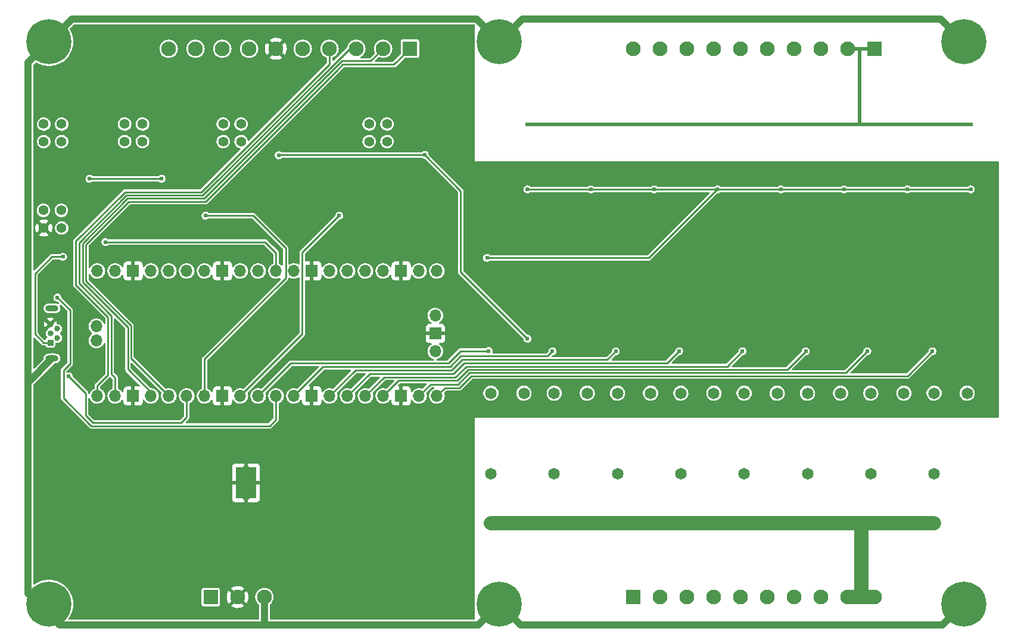
<source format=gbl>
%TF.GenerationSoftware,KiCad,Pcbnew,(5.99.0-7040-g8c08b861ab)*%
%TF.CreationDate,2021-03-18T10:44:16+08:00*%
%TF.ProjectId,PicoIndustrial,5069636f-496e-4647-9573-747269616c2e,rev?*%
%TF.SameCoordinates,Original*%
%TF.FileFunction,Copper,L2,Bot*%
%TF.FilePolarity,Positive*%
%FSLAX46Y46*%
G04 Gerber Fmt 4.6, Leading zero omitted, Abs format (unit mm)*
G04 Created by KiCad (PCBNEW (5.99.0-7040-g8c08b861ab)) date 2021-03-18 10:44:16*
%MOMM*%
%LPD*%
G01*
G04 APERTURE LIST*
%TA.AperFunction,ComponentPad*%
%ADD10C,1.400000*%
%TD*%
%TA.AperFunction,ComponentPad*%
%ADD11C,1.650000*%
%TD*%
%TA.AperFunction,ComponentPad*%
%ADD12R,2.100000X2.100000*%
%TD*%
%TA.AperFunction,ComponentPad*%
%ADD13C,2.100000*%
%TD*%
%TA.AperFunction,ComponentPad*%
%ADD14R,0.840000X0.840000*%
%TD*%
%TA.AperFunction,ComponentPad*%
%ADD15C,0.840000*%
%TD*%
%TA.AperFunction,ComponentPad*%
%ADD16O,1.850000X0.850000*%
%TD*%
%TA.AperFunction,ComponentPad*%
%ADD17C,6.400000*%
%TD*%
%TA.AperFunction,ComponentPad*%
%ADD18C,0.800000*%
%TD*%
%TA.AperFunction,ComponentPad*%
%ADD19O,1.700000X1.700000*%
%TD*%
%TA.AperFunction,ComponentPad*%
%ADD20R,1.700000X1.700000*%
%TD*%
%TA.AperFunction,ComponentPad*%
%ADD21C,0.600000*%
%TD*%
%TA.AperFunction,SMDPad,CuDef*%
%ADD22R,2.950000X4.500000*%
%TD*%
%TA.AperFunction,ViaPad*%
%ADD23C,0.610000*%
%TD*%
%TA.AperFunction,Conductor*%
%ADD24C,0.254000*%
%TD*%
%TA.AperFunction,Conductor*%
%ADD25C,0.500000*%
%TD*%
%TA.AperFunction,Conductor*%
%ADD26C,1.000000*%
%TD*%
%TA.AperFunction,Conductor*%
%ADD27C,0.250000*%
%TD*%
%TA.AperFunction,Conductor*%
%ADD28C,2.000000*%
%TD*%
G04 APERTURE END LIST*
D10*
%TO.P,JP5-2,1,1*%
%TO.N,Net-(J1-Pad30)*%
X61790000Y-86500000D03*
%TO.P,JP5-2,2,2*%
%TO.N,GND*%
X59250000Y-86500000D03*
%TD*%
D11*
%TO.P,K5,1,COIL_1*%
%TO.N,Net-(K5-Pad1)*%
X154500000Y-110000000D03*
%TO.P,K5,2,COIL_2*%
%TO.N,/+24v*%
X149800000Y-110000000D03*
%TO.P,K5,3,NO*%
%TO.N,/OUT_3*%
X149800000Y-121500000D03*
%TO.P,K5,4,COM*%
%TO.N,/OUT_COM*%
X149800000Y-128500000D03*
%TD*%
D10*
%TO.P,JP2-1,1,1*%
%TO.N,Net-(C20-Pad2)*%
X70750000Y-71710000D03*
%TO.P,JP2-1,2,2*%
%TO.N,/AIN_1*%
X73290000Y-71710000D03*
%TD*%
%TO.P,JP3-2,1,1*%
%TO.N,Net-(JP3-1-Pad1)*%
X84750000Y-74210000D03*
%TO.P,JP3-2,2,2*%
%TO.N,Net-(IC1-Pad7)*%
X87290000Y-74210000D03*
%TD*%
D12*
%TO.P,J2,1,1*%
%TO.N,/OUT_0*%
X143000000Y-139000000D03*
D13*
%TO.P,J2,2,2*%
%TO.N,/OUT_1*%
X146810000Y-139000000D03*
%TO.P,J2,3,3*%
%TO.N,/OUT_2*%
X150620000Y-139000000D03*
%TO.P,J2,4,4*%
%TO.N,/OUT_3*%
X154430000Y-139000000D03*
%TO.P,J2,5,5*%
%TO.N,/OUT_4*%
X158240000Y-139000000D03*
%TO.P,J2,6,6*%
%TO.N,/OUT_5*%
X162050000Y-139000000D03*
%TO.P,J2,7,7*%
%TO.N,/OUT_6*%
X165860000Y-139000000D03*
%TO.P,J2,8,8*%
%TO.N,/OUT_7*%
X169670000Y-139000000D03*
%TO.P,J2,9,9*%
%TO.N,/OUT_COM*%
X173480000Y-139000000D03*
%TO.P,J2,10,10*%
X177290000Y-139000000D03*
%TD*%
D14*
%TO.P,J6,1,VBUS*%
%TO.N,Net-(J1-Pad40)*%
X60200000Y-102800000D03*
D15*
%TO.P,J6,2,D-*%
%TO.N,Net-(J1-PadTP2)*%
X61200000Y-102150000D03*
%TO.P,J6,3,D+*%
%TO.N,Net-(J1-PadTP3)*%
X60200000Y-101500000D03*
%TO.P,J6,4,ID*%
%TO.N,Net-(J6-Pad4)*%
X61200000Y-100850000D03*
%TO.P,J6,5,GND*%
%TO.N,GND*%
X60200000Y-100200000D03*
D16*
%TO.P,J6,6,Shield*%
%TO.N,/PE*%
X60420000Y-97925000D03*
X60420000Y-105075000D03*
%TD*%
D10*
%TO.P,JP4-2,1,1*%
%TO.N,Net-(JP4-1-Pad1)*%
X105500000Y-74210000D03*
%TO.P,JP4-2,2,2*%
%TO.N,Net-(IC2-Pad7)*%
X108040000Y-74210000D03*
%TD*%
D11*
%TO.P,K4,1,COIL_1*%
%TO.N,Net-(K4-Pad1)*%
X163500000Y-110000000D03*
%TO.P,K4,2,COIL_2*%
%TO.N,/+24v*%
X158800000Y-110000000D03*
%TO.P,K4,3,NO*%
%TO.N,/OUT_4*%
X158800000Y-121500000D03*
%TO.P,K4,4,COM*%
%TO.N,/OUT_COM*%
X158800000Y-128500000D03*
%TD*%
%TO.P,K1,1,COIL_1*%
%TO.N,Net-(K1-Pad1)*%
X190500000Y-110000000D03*
%TO.P,K1,2,COIL_2*%
%TO.N,/+24v*%
X185800000Y-110000000D03*
%TO.P,K1,3,NO*%
%TO.N,/OUT_7*%
X185800000Y-121500000D03*
%TO.P,K1,4,COM*%
%TO.N,/OUT_COM*%
X185800000Y-128500000D03*
%TD*%
D10*
%TO.P,JP5-1,1,1*%
%TO.N,Net-(J1-Pad39)*%
X61750000Y-84000000D03*
%TO.P,JP5-1,2,2*%
%TO.N,/+5v*%
X59210000Y-84000000D03*
%TD*%
D12*
%TO.P,J4,1,1*%
%TO.N,/GP3*%
X111290000Y-61000000D03*
D13*
%TO.P,J4,2,2*%
%TO.N,/GP2*%
X107480000Y-61000000D03*
%TO.P,J4,3,3*%
%TO.N,/GP1*%
X103670000Y-61000000D03*
%TO.P,J4,4,4*%
%TO.N,/GP0*%
X99860000Y-61000000D03*
%TO.P,J4,5,5*%
%TO.N,/+5v*%
X96050000Y-61000000D03*
%TO.P,J4,6,6*%
%TO.N,GND*%
X92240000Y-61000000D03*
%TO.P,J4,7,7*%
%TO.N,/AOUT_1*%
X88430000Y-61000000D03*
%TO.P,J4,8,8*%
%TO.N,/AOUT_0*%
X84620000Y-61000000D03*
%TO.P,J4,9,9*%
%TO.N,/AIN_1*%
X80810000Y-61000000D03*
%TO.P,J4,10,10*%
%TO.N,/AIN_0*%
X77000000Y-61000000D03*
%TD*%
D17*
%TO.P,H6,1,1*%
%TO.N,/PE*%
X190000000Y-140000000D03*
D18*
X192400000Y-140000000D03*
X187600000Y-140000000D03*
X191697056Y-138302944D03*
X190000000Y-137600000D03*
X188302944Y-141697056D03*
X191697056Y-141697056D03*
X188302944Y-138302944D03*
X190000000Y-142400000D03*
%TD*%
D19*
%TO.P,J1,1,GP0*%
%TO.N,/GP0*%
X66870000Y-110400000D03*
%TO.P,J1,2,GP1*%
%TO.N,/GP1*%
X69410000Y-110400000D03*
D20*
%TO.P,J1,3,GND_1*%
%TO.N,GND*%
X71950000Y-110400000D03*
D19*
%TO.P,J1,4,GP2*%
%TO.N,/GP2*%
X74490000Y-110400000D03*
%TO.P,J1,5,GP3*%
%TO.N,/GP3*%
X77030000Y-110400000D03*
%TO.P,J1,6,GP4*%
%TO.N,Net-(D28-Pad2)*%
X79570000Y-110400000D03*
%TO.P,J1,7,GP5*%
%TO.N,/AQ_0*%
X82110000Y-110400000D03*
D20*
%TO.P,J1,8,GND_2*%
%TO.N,GND*%
X84650000Y-110400000D03*
D19*
%TO.P,J1,9,GP6*%
%TO.N,/AQ_1*%
X87190000Y-110400000D03*
%TO.P,J1,10,GP7*%
%TO.N,/Q_0*%
X89730000Y-110400000D03*
%TO.P,J1,11,GP8*%
%TO.N,Net-(D29-Pad2)*%
X92270000Y-110400000D03*
%TO.P,J1,12,GP9*%
%TO.N,/Q_1*%
X94810000Y-110400000D03*
D20*
%TO.P,J1,13,GND_3*%
%TO.N,GND*%
X97350000Y-110400000D03*
D19*
%TO.P,J1,14,GP10*%
%TO.N,/Q_2*%
X99890000Y-110400000D03*
%TO.P,J1,15,GP11*%
%TO.N,/Q_3*%
X102430000Y-110400000D03*
%TO.P,J1,16,GP12*%
%TO.N,/Q_4*%
X104970000Y-110400000D03*
%TO.P,J1,17,GP13*%
%TO.N,/Q_5*%
X107510000Y-110400000D03*
D20*
%TO.P,J1,18,GND_4*%
%TO.N,GND*%
X110050000Y-110400000D03*
D19*
%TO.P,J1,19,GP14*%
%TO.N,/Q_6*%
X112590000Y-110400000D03*
%TO.P,J1,20,GP15*%
%TO.N,/Q_7*%
X115130000Y-110400000D03*
%TO.P,J1,21,GP16*%
%TO.N,/E_7*%
X115130000Y-92620000D03*
%TO.P,J1,22,GP17*%
%TO.N,/E_6*%
X112590000Y-92620000D03*
D20*
%TO.P,J1,23,GND_5*%
%TO.N,GND*%
X110050000Y-92620000D03*
D19*
%TO.P,J1,24,GP18*%
%TO.N,/E_5*%
X107510000Y-92620000D03*
%TO.P,J1,25,GP19*%
%TO.N,/E_4*%
X104970000Y-92620000D03*
%TO.P,J1,26,GP20*%
%TO.N,/E_3*%
X102430000Y-92620000D03*
%TO.P,J1,27,GP21*%
%TO.N,/E_2*%
X99890000Y-92620000D03*
D20*
%TO.P,J1,28,GND_6*%
%TO.N,GND*%
X97350000Y-92620000D03*
D19*
%TO.P,J1,29,GP22*%
%TO.N,/E_1*%
X94810000Y-92620000D03*
%TO.P,J1,30,RUN*%
%TO.N,Net-(J1-Pad30)*%
X92270000Y-92620000D03*
%TO.P,J1,31,GP26_A0*%
%TO.N,/E_0*%
X89730000Y-92620000D03*
%TO.P,J1,32,GP27_A1*%
%TO.N,/AE_1*%
X87190000Y-92620000D03*
D20*
%TO.P,J1,33,GND_7*%
%TO.N,GND*%
X84650000Y-92620000D03*
D19*
%TO.P,J1,34,GP28_A2*%
%TO.N,/AE_0*%
X82110000Y-92620000D03*
%TO.P,J1,35,ADC_VREF*%
%TO.N,Net-(J1-Pad35)*%
X79570000Y-92620000D03*
%TO.P,J1,36,3V3(OUT)*%
%TO.N,/+3.3v*%
X77030000Y-92620000D03*
%TO.P,J1,37,3V3_EN*%
%TO.N,Net-(J1-Pad37)*%
X74490000Y-92620000D03*
D20*
%TO.P,J1,38,GND_8*%
%TO.N,GND*%
X71950000Y-92620000D03*
D19*
%TO.P,J1,39,VSYS*%
%TO.N,Net-(J1-Pad39)*%
X69410000Y-92620000D03*
%TO.P,J1,40,VBUS*%
%TO.N,Net-(J1-Pad40)*%
X66870000Y-92620000D03*
%TO.P,J1,D1,SWCLK*%
%TO.N,Net-(J1-PadD1)*%
X114900000Y-104050000D03*
D20*
%TO.P,J1,D2,GND_9*%
%TO.N,GND*%
X114900000Y-101510000D03*
D19*
%TO.P,J1,D3,SWDIO*%
%TO.N,Net-(J1-PadD3)*%
X114900000Y-98970000D03*
%TO.P,J1,TP2,USB_DM*%
%TO.N,Net-(J1-PadTP2)*%
X66750000Y-100500000D03*
%TO.P,J1,TP3,USB_DP*%
%TO.N,Net-(J1-PadTP3)*%
X66750000Y-102500000D03*
%TD*%
D11*
%TO.P,K8,1,COIL_1*%
%TO.N,Net-(K8-Pad1)*%
X127500000Y-110000000D03*
%TO.P,K8,2,COIL_2*%
%TO.N,/+24v*%
X122800000Y-110000000D03*
%TO.P,K8,3,NO*%
%TO.N,/OUT_0*%
X122800000Y-121500000D03*
%TO.P,K8,4,COM*%
%TO.N,/OUT_COM*%
X122800000Y-128500000D03*
%TD*%
%TO.P,K7,1,COIL_1*%
%TO.N,Net-(K7-Pad1)*%
X136500000Y-110000000D03*
%TO.P,K7,2,COIL_2*%
%TO.N,/+24v*%
X131800000Y-110000000D03*
%TO.P,K7,3,NO*%
%TO.N,/OUT_1*%
X131800000Y-121500000D03*
%TO.P,K7,4,COM*%
%TO.N,/OUT_COM*%
X131800000Y-128500000D03*
%TD*%
D18*
%TO.P,H5,1,1*%
%TO.N,/PE*%
X126400000Y-140000000D03*
X125697056Y-141697056D03*
D17*
X124000000Y-140000000D03*
D18*
X124000000Y-142400000D03*
X125697056Y-138302944D03*
X121600000Y-140000000D03*
X122302944Y-141697056D03*
X124000000Y-137600000D03*
X122302944Y-138302944D03*
%TD*%
D12*
%TO.P,J3,1,1*%
%TO.N,/IN_COM*%
X177290000Y-61000000D03*
D13*
%TO.P,J3,2,2*%
X173480000Y-61000000D03*
%TO.P,J3,3,3*%
%TO.N,/IN_7*%
X169670000Y-61000000D03*
%TO.P,J3,4,4*%
%TO.N,/IN_6*%
X165860000Y-61000000D03*
%TO.P,J3,5,5*%
%TO.N,/IN_5*%
X162050000Y-61000000D03*
%TO.P,J3,6,6*%
%TO.N,/IN_4*%
X158240000Y-61000000D03*
%TO.P,J3,7,7*%
%TO.N,/IN_3*%
X154430000Y-61000000D03*
%TO.P,J3,8,8*%
%TO.N,/IN_2*%
X150620000Y-61000000D03*
%TO.P,J3,9,9*%
%TO.N,/IN_1*%
X146810000Y-61000000D03*
%TO.P,J3,10,10*%
%TO.N,/IN_0*%
X143000000Y-61000000D03*
%TD*%
D10*
%TO.P,JP4-1,1,1*%
%TO.N,Net-(JP4-1-Pad1)*%
X105500000Y-71710000D03*
%TO.P,JP4-1,2,2*%
%TO.N,/AOUT_1*%
X108040000Y-71710000D03*
%TD*%
D21*
%TO.P,U1,9,GNDPAD*%
%TO.N,GND*%
X88600000Y-124550000D03*
D22*
X88000000Y-122750000D03*
D21*
X87400000Y-122050000D03*
X88600000Y-123350000D03*
X87400000Y-123350000D03*
X88600000Y-120950000D03*
X87400000Y-124550000D03*
X87400000Y-120950000D03*
X88600000Y-122050000D03*
%TD*%
D18*
%TO.P,H3,1,1*%
%TO.N,/PE*%
X188302944Y-58302944D03*
X190000000Y-57600000D03*
X192400000Y-60000000D03*
X191697056Y-61697056D03*
D17*
X190000000Y-60000000D03*
D18*
X191697056Y-58302944D03*
X190000000Y-62400000D03*
X187600000Y-60000000D03*
X188302944Y-61697056D03*
%TD*%
D17*
%TO.P,H4,1,1*%
%TO.N,/PE*%
X60000000Y-140000000D03*
D18*
X60000000Y-137600000D03*
X61697056Y-138302944D03*
X60000000Y-142400000D03*
X58302944Y-138302944D03*
X61697056Y-141697056D03*
X62400000Y-140000000D03*
X58302944Y-141697056D03*
X57600000Y-140000000D03*
%TD*%
D11*
%TO.P,K3,1,COIL_1*%
%TO.N,Net-(K3-Pad1)*%
X172500000Y-110000000D03*
%TO.P,K3,2,COIL_2*%
%TO.N,/+24v*%
X167800000Y-110000000D03*
%TO.P,K3,3,NO*%
%TO.N,/OUT_5*%
X167800000Y-121500000D03*
%TO.P,K3,4,COM*%
%TO.N,/OUT_COM*%
X167800000Y-128500000D03*
%TD*%
%TO.P,K2,1,COIL_1*%
%TO.N,Net-(K2-Pad1)*%
X181500000Y-110000000D03*
%TO.P,K2,2,COIL_2*%
%TO.N,/+24v*%
X176800000Y-110000000D03*
%TO.P,K2,3,NO*%
%TO.N,/OUT_6*%
X176800000Y-121500000D03*
%TO.P,K2,4,COM*%
%TO.N,/OUT_COM*%
X176800000Y-128500000D03*
%TD*%
D12*
%TO.P,J5,1,1*%
%TO.N,Net-(D1-Pad2)*%
X83000000Y-139000000D03*
D13*
%TO.P,J5,2,2*%
%TO.N,GND*%
X86810000Y-139000000D03*
%TO.P,J5,3,3*%
%TO.N,/PE*%
X90620000Y-139000000D03*
%TD*%
D18*
%TO.P,H1,1,1*%
%TO.N,/PE*%
X60000000Y-57600000D03*
X57600000Y-60000000D03*
X58302944Y-58302944D03*
X60000000Y-62400000D03*
X58302944Y-61697056D03*
D17*
X60000000Y-60000000D03*
D18*
X62400000Y-60000000D03*
X61697056Y-61697056D03*
X61697056Y-58302944D03*
%TD*%
%TO.P,H2,1,1*%
%TO.N,/PE*%
X122302944Y-61697056D03*
X125697056Y-58302944D03*
X124000000Y-57600000D03*
X124000000Y-62400000D03*
D17*
X124000000Y-60000000D03*
D18*
X125697056Y-61697056D03*
X126400000Y-60000000D03*
X122302944Y-58302944D03*
X121600000Y-60000000D03*
%TD*%
D10*
%TO.P,JP3-1,1,1*%
%TO.N,Net-(JP3-1-Pad1)*%
X84750000Y-71710000D03*
%TO.P,JP3-1,2,2*%
%TO.N,/AOUT_0*%
X87290000Y-71710000D03*
%TD*%
D11*
%TO.P,K6,1,COIL_1*%
%TO.N,Net-(K6-Pad1)*%
X145500000Y-110000000D03*
%TO.P,K6,2,COIL_2*%
%TO.N,/+24v*%
X140800000Y-110000000D03*
%TO.P,K6,3,NO*%
%TO.N,/OUT_2*%
X140800000Y-121500000D03*
%TO.P,K6,4,COM*%
%TO.N,/OUT_COM*%
X140800000Y-128500000D03*
%TD*%
D10*
%TO.P,JP1-2,1,1*%
%TO.N,Net-(JP1-2-Pad1)*%
X59250000Y-74210000D03*
%TO.P,JP1-2,2,2*%
%TO.N,/AIN_0*%
X61790000Y-74210000D03*
%TD*%
%TO.P,JP1-1,1,1*%
%TO.N,Net-(C19-Pad2)*%
X59250000Y-71710000D03*
%TO.P,JP1-1,2,2*%
%TO.N,/AIN_0*%
X61790000Y-71710000D03*
%TD*%
%TO.P,JP2-2,1,1*%
%TO.N,Net-(JP2-2-Pad1)*%
X70750000Y-74210000D03*
%TO.P,JP2-2,2,2*%
%TO.N,/AIN_1*%
X73290000Y-74210000D03*
%TD*%
D23*
%TO.N,Net-(J1-Pad40)*%
X62000000Y-90600000D03*
%TO.N,Net-(D28-Pad2)*%
X62800000Y-107600000D03*
%TO.N,Net-(D29-Pad2)*%
X61200000Y-96400000D03*
%TO.N,Net-(J1-Pad30)*%
X68000000Y-88500000D03*
%TO.N,GND*%
X67500000Y-65000000D03*
X65000000Y-60000000D03*
X77500000Y-97500000D03*
X192500000Y-80000000D03*
X172500000Y-97500000D03*
X117500000Y-70000000D03*
X110000000Y-85000000D03*
X87500000Y-102500000D03*
X113000000Y-84000000D03*
X95000000Y-87500000D03*
X135000000Y-102500000D03*
X130000000Y-80000000D03*
X177500000Y-97500000D03*
X187500000Y-97500000D03*
X72500000Y-85000000D03*
X82500000Y-102500000D03*
X110000000Y-140000000D03*
X62500000Y-95000000D03*
X72500000Y-67500000D03*
X82500000Y-130000000D03*
X112500000Y-67500000D03*
X62500000Y-120000000D03*
X65000000Y-67500000D03*
X72500000Y-135000000D03*
X65000000Y-82500000D03*
X167500000Y-90000000D03*
X60000000Y-130000000D03*
X60000000Y-120000000D03*
X182500000Y-97500000D03*
X100000000Y-97500000D03*
X100000000Y-140000000D03*
X120000000Y-110000000D03*
X126000000Y-102500000D03*
X112000000Y-83000000D03*
X82500000Y-70000000D03*
X114000000Y-85000000D03*
X102500000Y-72500000D03*
X91000000Y-83000000D03*
X62500000Y-125000000D03*
X60000000Y-112500000D03*
X60000000Y-125000000D03*
X72500000Y-117500000D03*
X182500000Y-90000000D03*
X192500000Y-97500000D03*
X92500000Y-102500000D03*
X62500000Y-82500000D03*
X62500000Y-130000000D03*
X167500000Y-97500000D03*
X82500000Y-117500000D03*
X147500000Y-80000000D03*
X117500000Y-137500000D03*
X87500000Y-97500000D03*
X112500000Y-132500000D03*
X80000000Y-67500000D03*
X115000000Y-132500000D03*
X77500000Y-67500000D03*
X105000000Y-137500000D03*
X100000000Y-137500000D03*
X70000000Y-67500000D03*
X117500000Y-67500000D03*
X100000000Y-72500000D03*
X107500000Y-85000000D03*
X77500000Y-130000000D03*
X112500000Y-70000000D03*
X67500000Y-117500000D03*
X77500000Y-117500000D03*
X177500000Y-90000000D03*
X93000000Y-85000000D03*
X95000000Y-140000000D03*
X117500000Y-140000000D03*
X92500000Y-97500000D03*
X163750000Y-104000000D03*
X72500000Y-65000000D03*
X132500000Y-97500000D03*
X171000000Y-102500000D03*
X117500000Y-65000000D03*
X137500000Y-97500000D03*
X166000000Y-80000000D03*
X80000000Y-130000000D03*
X110000000Y-97500000D03*
X60000000Y-135000000D03*
X67500000Y-82500000D03*
X142500000Y-97500000D03*
X75000000Y-135000000D03*
X105000000Y-85000000D03*
X144000000Y-102500000D03*
X120000000Y-97500000D03*
X175000000Y-80000000D03*
X75000000Y-137500000D03*
X72500000Y-60000000D03*
X82500000Y-75000000D03*
X77500000Y-137500000D03*
X115000000Y-137500000D03*
X153000000Y-102500000D03*
X95000000Y-137500000D03*
X75000000Y-87500000D03*
X72500000Y-132500000D03*
X100000000Y-77500000D03*
X62500000Y-92500000D03*
X70000000Y-62500000D03*
X187500000Y-90000000D03*
X72500000Y-127500000D03*
X105000000Y-97500000D03*
X82500000Y-132500000D03*
X62500000Y-112500000D03*
X82500000Y-72500000D03*
X157000000Y-80000000D03*
X184000000Y-80000000D03*
X192500000Y-90000000D03*
X110000000Y-137500000D03*
X105000000Y-140000000D03*
X189000000Y-102500000D03*
X139000000Y-80000000D03*
X110000000Y-132500000D03*
X115000000Y-140000000D03*
X82500000Y-120000000D03*
X122500000Y-95000000D03*
X87500000Y-87500000D03*
X147500000Y-90000000D03*
X60000000Y-117500000D03*
X100000000Y-75000000D03*
X72500000Y-97500000D03*
X105000000Y-102500000D03*
X150000000Y-90000000D03*
X62500000Y-117500000D03*
X100000000Y-102500000D03*
X82500000Y-97500000D03*
X102500000Y-75000000D03*
X172500000Y-90000000D03*
X117500000Y-112500000D03*
X110000000Y-102500000D03*
X92000000Y-84000000D03*
X65000000Y-65000000D03*
X77500000Y-132500000D03*
X180000000Y-102500000D03*
X82500000Y-67500000D03*
X62500000Y-135000000D03*
X80000000Y-132500000D03*
X85000000Y-67500000D03*
%TO.N,/+24v*%
X113400000Y-76110000D03*
X128000000Y-102250000D03*
X92650000Y-76160000D03*
%TO.N,/IN_COM*%
X128000000Y-71750000D03*
X173000000Y-71750000D03*
X137000000Y-71750000D03*
X146000000Y-71750000D03*
X191000000Y-71750000D03*
X155000000Y-71750000D03*
X164000000Y-71750000D03*
X182000000Y-71750000D03*
%TO.N,/+3.3v*%
X155000000Y-81000000D03*
X173000000Y-81000000D03*
X65750000Y-79500000D03*
X182000000Y-81000000D03*
X146000000Y-81000000D03*
X191000000Y-81000000D03*
X128000000Y-81000000D03*
X137000000Y-81000000D03*
X76000000Y-79500000D03*
X122250000Y-90750000D03*
X164000000Y-81000000D03*
%TO.N,/Q_7*%
X185549721Y-104049721D03*
%TO.N,/Q_6*%
X176299721Y-104049721D03*
%TO.N,/Q_5*%
X167549721Y-104049721D03*
%TO.N,/Q_4*%
X158549721Y-104049721D03*
%TO.N,/Q_3*%
X149549721Y-104049721D03*
%TO.N,/Q_2*%
X140549721Y-104049721D03*
%TO.N,/Q_1*%
X131549721Y-104049721D03*
%TO.N,/Q_0*%
X122500000Y-104000000D03*
%TO.N,/AQ_0*%
X82250000Y-84750000D03*
%TO.N,/AQ_1*%
X101250000Y-84750000D03*
%TD*%
D24*
%TO.N,Net-(J1-Pad40)*%
X58000000Y-101600000D02*
X58000000Y-93000000D01*
X59200000Y-102800000D02*
X58000000Y-101600000D01*
X60400000Y-90600000D02*
X62000000Y-90600000D01*
X60200000Y-102800000D02*
X59200000Y-102800000D01*
X58000000Y-93000000D02*
X60400000Y-90600000D01*
%TO.N,Net-(D28-Pad2)*%
X66200000Y-114200000D02*
X78800000Y-114200000D01*
X62800000Y-107600000D02*
X65200000Y-110000000D01*
X78800000Y-114200000D02*
X79570000Y-113430000D01*
X65200000Y-113200000D02*
X66200000Y-114200000D01*
X65200000Y-110000000D02*
X65200000Y-113200000D01*
X79570000Y-113430000D02*
X79570000Y-110400000D01*
%TO.N,Net-(D29-Pad2)*%
X63000000Y-105800000D02*
X62072999Y-106727001D01*
X62072999Y-110715065D02*
X66011943Y-114654010D01*
X61200000Y-96400000D02*
X63000000Y-98200000D01*
X92270000Y-113730000D02*
X92270000Y-110400000D01*
X62072999Y-106727001D02*
X62072999Y-110715065D01*
X66011943Y-114654010D02*
X91345990Y-114654010D01*
X91345990Y-114654010D02*
X92270000Y-113730000D01*
X63000000Y-98200000D02*
X63000000Y-105800000D01*
%TO.N,Net-(J1-Pad30)*%
X68000000Y-88500000D02*
X90750000Y-88500000D01*
X92270000Y-90020000D02*
X92270000Y-92620000D01*
X90750000Y-88500000D02*
X92270000Y-90020000D01*
%TO.N,/GP0*%
X81670000Y-81400000D02*
X99860000Y-63210000D01*
X66870000Y-108930000D02*
X68400000Y-107400000D01*
X63800000Y-94600000D02*
X63800000Y-88400000D01*
X68400000Y-99200000D02*
X63800000Y-94600000D01*
X66870000Y-110400000D02*
X66870000Y-108930000D01*
X70800000Y-81400000D02*
X81670000Y-81400000D01*
X99860000Y-63210000D02*
X99860000Y-61000000D01*
X63800000Y-88400000D02*
X70800000Y-81400000D01*
X68400000Y-107400000D02*
X68400000Y-99200000D01*
%TO.N,/GP1*%
X64254010Y-94400000D02*
X64254010Y-88588056D01*
X68854010Y-99000000D02*
X64254010Y-94400000D01*
X102712066Y-61000000D02*
X103670000Y-61000000D01*
X100512066Y-63200000D02*
X102712066Y-61000000D01*
X70988056Y-81854010D02*
X81858057Y-81854009D01*
X64254010Y-88588056D02*
X70988056Y-81854010D01*
X81858057Y-81854009D02*
X100512066Y-63200000D01*
X69410000Y-110400000D02*
X69410000Y-107810000D01*
X69410000Y-107810000D02*
X68854010Y-107254010D01*
X68854010Y-107254010D02*
X68854010Y-99000000D01*
%TO.N,/GP2*%
X101604132Y-62750000D02*
X105730000Y-62750000D01*
X64800000Y-94200000D02*
X64800000Y-88684132D01*
X100677066Y-63677066D02*
X101604132Y-62750000D01*
X74490000Y-109890000D02*
X71200000Y-106600000D01*
X74490000Y-110400000D02*
X74490000Y-109890000D01*
X71200000Y-100600000D02*
X64800000Y-94200000D01*
X64800000Y-88684132D02*
X71176113Y-82308019D01*
X100677066Y-63677066D02*
X100700122Y-63654010D01*
X105730000Y-62750000D02*
X107480000Y-61000000D01*
X71200000Y-106600000D02*
X71200000Y-100600000D01*
X82046114Y-82308018D02*
X100677066Y-63677066D01*
X71176113Y-82308019D02*
X82046114Y-82308018D01*
%TO.N,/GP3*%
X101750000Y-63250000D02*
X109040000Y-63250000D01*
X65254010Y-94000000D02*
X65254010Y-88872188D01*
X100891980Y-64108020D02*
X101750000Y-63250000D01*
X82237972Y-82762028D02*
X100891980Y-64108020D01*
X71654010Y-105024010D02*
X71654010Y-100400000D01*
X109040000Y-63250000D02*
X111290000Y-61000000D01*
X65254010Y-88872188D02*
X71364170Y-82762028D01*
X71654010Y-100400000D02*
X65254010Y-94000000D01*
X77030000Y-110400000D02*
X71654010Y-105024010D01*
X71364170Y-82762028D02*
X82237972Y-82762028D01*
%TO.N,/+24v*%
X92700000Y-76110000D02*
X92650000Y-76160000D01*
X128000000Y-102250000D02*
X118500000Y-92750000D01*
X113400000Y-76110000D02*
X92700000Y-76110000D01*
X118500000Y-92750000D02*
X118500000Y-81210000D01*
X118500000Y-81210000D02*
X113400000Y-76110000D01*
D25*
%TO.N,/IN_COM*%
X175250000Y-71750000D02*
X128000000Y-71750000D01*
X191000000Y-71750000D02*
X175250000Y-71750000D01*
X175250000Y-61000000D02*
X175250000Y-71750000D01*
X173480000Y-61000000D02*
X175250000Y-61000000D01*
X175250000Y-61000000D02*
X177290000Y-61000000D01*
D26*
%TO.N,/PE*%
X121000000Y-143000000D02*
X124000000Y-140000000D01*
X80620000Y-143000000D02*
X88620000Y-143000000D01*
X57000000Y-138500000D02*
X57000000Y-108495000D01*
X124000000Y-140000000D02*
X127000000Y-143000000D01*
X57000000Y-63000000D02*
X60000000Y-60000000D01*
X90620000Y-139000000D02*
X90620000Y-142630000D01*
X63250000Y-56750000D02*
X120750000Y-56750000D01*
X61500000Y-143000000D02*
X57000000Y-138500000D01*
X57000000Y-108495000D02*
X60420000Y-105075000D01*
X88620000Y-143000000D02*
X90250000Y-143000000D01*
X124000000Y-60000000D02*
X127250000Y-56750000D01*
X80620000Y-143000000D02*
X61500000Y-143000000D01*
X120750000Y-56750000D02*
X124000000Y-60000000D01*
D27*
X90620000Y-142630000D02*
X90250000Y-143000000D01*
D26*
X127250000Y-56750000D02*
X186750000Y-56750000D01*
X127000000Y-143000000D02*
X187000000Y-143000000D01*
X186750000Y-56750000D02*
X190000000Y-60000000D01*
X90250000Y-143000000D02*
X121000000Y-143000000D01*
X60000000Y-60000000D02*
X63250000Y-56750000D01*
X187000000Y-143000000D02*
X190000000Y-140000000D01*
X57000000Y-108495000D02*
X57000000Y-63000000D01*
D24*
%TO.N,/+3.3v*%
X191000000Y-81000000D02*
X128000000Y-81000000D01*
X145250000Y-90750000D02*
X155000000Y-81000000D01*
X122250000Y-90750000D02*
X145250000Y-90750000D01*
X65750000Y-79500000D02*
X76000000Y-79500000D01*
D28*
%TO.N,/OUT_COM*%
X175250000Y-128500000D02*
X185800000Y-128500000D01*
X122800000Y-128500000D02*
X173500000Y-128500000D01*
X175500000Y-139000000D02*
X175500000Y-128750000D01*
D24*
X175500000Y-128750000D02*
X175250000Y-128500000D01*
D28*
X175500000Y-139000000D02*
X177290000Y-139000000D01*
X173500000Y-128500000D02*
X175250000Y-128500000D01*
X173480000Y-139000000D02*
X175500000Y-139000000D01*
D24*
%TO.N,/Q_7*%
X119968092Y-107566040D02*
X118284132Y-109250000D01*
X182033402Y-107566040D02*
X119968092Y-107566040D01*
X116280000Y-109250000D02*
X115130000Y-110400000D01*
X118284132Y-109250000D02*
X116280000Y-109250000D01*
X185549721Y-104049721D02*
X182033402Y-107566040D01*
%TO.N,/Q_6*%
X114240000Y-108750000D02*
X112590000Y-110400000D01*
X119780036Y-107112030D02*
X118142066Y-108750000D01*
X118142066Y-108750000D02*
X114240000Y-108750000D01*
X176299721Y-104049721D02*
X173237412Y-107112030D01*
X173237412Y-107112030D02*
X119780036Y-107112030D01*
%TO.N,/Q_5*%
X119591980Y-106658020D02*
X118045990Y-108204010D01*
X118045990Y-108204010D02*
X109705990Y-108204010D01*
X109705990Y-108204010D02*
X107510000Y-110400000D01*
X164941422Y-106658020D02*
X119591980Y-106658020D01*
X167549721Y-104049721D02*
X164941422Y-106658020D01*
%TO.N,/Q_4*%
X107620000Y-107750000D02*
X104970000Y-110400000D01*
X119295990Y-106204010D02*
X117750000Y-107750000D01*
X148037499Y-106204010D02*
X119295990Y-106204010D01*
X156395432Y-106204010D02*
X148037499Y-106204010D01*
X117750000Y-107750000D02*
X107620000Y-107750000D01*
X158549721Y-104049721D02*
X156395432Y-106204010D01*
%TO.N,/Q_3*%
X117500000Y-107250000D02*
X105580000Y-107250000D01*
X105580000Y-107250000D02*
X102430000Y-110400000D01*
X119000000Y-105750000D02*
X117500000Y-107250000D01*
X149549721Y-104049721D02*
X147849442Y-105750000D01*
X147849442Y-105750000D02*
X119000000Y-105750000D01*
%TO.N,/Q_2*%
X139349442Y-105250000D02*
X118750000Y-105250000D01*
X103540000Y-106750000D02*
X99890000Y-110400000D01*
X117250000Y-106750000D02*
X103540000Y-106750000D01*
X140549721Y-104049721D02*
X139349442Y-105250000D01*
X118750000Y-105250000D02*
X117250000Y-106750000D01*
%TO.N,/Q_1*%
X117000000Y-106250000D02*
X99337536Y-106250000D01*
X98960000Y-106250000D02*
X94810000Y-110400000D01*
X118522999Y-104727001D02*
X117000000Y-106250000D01*
X131549721Y-104049721D02*
X130872441Y-104727001D01*
X130872441Y-104727001D02*
X118522999Y-104727001D01*
X99337536Y-106250000D02*
X98960000Y-106250000D01*
%TO.N,/Q_0*%
X122500000Y-104000000D02*
X118500000Y-104000000D01*
X94380000Y-105750000D02*
X89730000Y-110400000D01*
X118500000Y-104000000D02*
X116750000Y-105750000D01*
X116750000Y-105750000D02*
X94380000Y-105750000D01*
%TO.N,/AQ_0*%
X93632999Y-89382999D02*
X89000000Y-84750000D01*
X93632999Y-93617001D02*
X93632999Y-89382999D01*
X89000000Y-84750000D02*
X82250000Y-84750000D01*
X82110000Y-105140000D02*
X93632999Y-93617001D01*
X82110000Y-110400000D02*
X82110000Y-105140000D01*
%TO.N,/AQ_1*%
X95987001Y-90012999D02*
X101250000Y-84750000D01*
X87190000Y-110400000D02*
X95987001Y-101602999D01*
X95987001Y-101602999D02*
X95987001Y-90012999D01*
%TD*%
%TA.AperFunction,Conductor*%
%TO.N,GND*%
G36*
X120442121Y-57524502D02*
G01*
X120488614Y-57578158D01*
X120500000Y-57630500D01*
X120500000Y-77000000D01*
X194864001Y-77000000D01*
X194932122Y-77020002D01*
X194978615Y-77073658D01*
X194990001Y-77126000D01*
X194990000Y-113374000D01*
X194969998Y-113442121D01*
X194916342Y-113488614D01*
X194864000Y-113500000D01*
X120500000Y-113500000D01*
X120500000Y-142119500D01*
X120479998Y-142187621D01*
X120426342Y-142234114D01*
X120374000Y-142245500D01*
X91500500Y-142245500D01*
X91432379Y-142225498D01*
X91385886Y-142171842D01*
X91374500Y-142119500D01*
X91374500Y-140129806D01*
X91394502Y-140061685D01*
X91428229Y-140026593D01*
X91457219Y-140006294D01*
X91457222Y-140006292D01*
X91461730Y-140003135D01*
X91623135Y-139841730D01*
X91754060Y-139654750D01*
X91756383Y-139649768D01*
X91756386Y-139649763D01*
X91848202Y-139452860D01*
X91850527Y-139447875D01*
X91896281Y-139277121D01*
X91908183Y-139232703D01*
X91908183Y-139232702D01*
X91909606Y-139227392D01*
X91929500Y-139000000D01*
X91909606Y-138772608D01*
X91850527Y-138552125D01*
X91765504Y-138369791D01*
X91756386Y-138350237D01*
X91756383Y-138350232D01*
X91754060Y-138345250D01*
X91708738Y-138280523D01*
X91626294Y-138162781D01*
X91626292Y-138162778D01*
X91623135Y-138158270D01*
X91461730Y-137996865D01*
X91457222Y-137993708D01*
X91457219Y-137993706D01*
X91279259Y-137869097D01*
X91279257Y-137869096D01*
X91274750Y-137865940D01*
X91269768Y-137863617D01*
X91269763Y-137863614D01*
X91164671Y-137814610D01*
X91067875Y-137769473D01*
X90885089Y-137720495D01*
X90852703Y-137711817D01*
X90852702Y-137711817D01*
X90847392Y-137710394D01*
X90620000Y-137690500D01*
X90392608Y-137710394D01*
X90387298Y-137711817D01*
X90387297Y-137711817D01*
X90354911Y-137720495D01*
X90172125Y-137769473D01*
X90075329Y-137814610D01*
X89970237Y-137863614D01*
X89970232Y-137863617D01*
X89965250Y-137865940D01*
X89960743Y-137869096D01*
X89960741Y-137869097D01*
X89782781Y-137993706D01*
X89782778Y-137993708D01*
X89778270Y-137996865D01*
X89616865Y-138158270D01*
X89613708Y-138162778D01*
X89613706Y-138162781D01*
X89531262Y-138280523D01*
X89485940Y-138345250D01*
X89483617Y-138350232D01*
X89483614Y-138350237D01*
X89474496Y-138369791D01*
X89389473Y-138552125D01*
X89330394Y-138772608D01*
X89310500Y-139000000D01*
X89330394Y-139227392D01*
X89331817Y-139232702D01*
X89331817Y-139232703D01*
X89343719Y-139277121D01*
X89389473Y-139447875D01*
X89391798Y-139452860D01*
X89483614Y-139649763D01*
X89483617Y-139649768D01*
X89485940Y-139654750D01*
X89616865Y-139841730D01*
X89778270Y-140003135D01*
X89782778Y-140006292D01*
X89782781Y-140006294D01*
X89811771Y-140026593D01*
X89856100Y-140082051D01*
X89865500Y-140129806D01*
X89865501Y-141129451D01*
X89865501Y-142119500D01*
X89845499Y-142187621D01*
X89791843Y-142234114D01*
X89739501Y-142245500D01*
X62887834Y-142245500D01*
X62819713Y-142225498D01*
X62773220Y-142171842D01*
X62763116Y-142101568D01*
X62783994Y-142048133D01*
X62950929Y-141805242D01*
X62950934Y-141805235D01*
X62952859Y-141802433D01*
X62954471Y-141799439D01*
X62954476Y-141799431D01*
X63128633Y-141475984D01*
X63130249Y-141472983D01*
X63131525Y-141469840D01*
X63131529Y-141469832D01*
X63269744Y-141129451D01*
X63269746Y-141129447D01*
X63271022Y-141126303D01*
X63373529Y-140766447D01*
X63436573Y-140397625D01*
X63438776Y-140361616D01*
X63459306Y-140025948D01*
X63459416Y-140024152D01*
X63459500Y-140000000D01*
X63439265Y-139626376D01*
X63378798Y-139257123D01*
X63278805Y-138896560D01*
X63277547Y-138893398D01*
X63277544Y-138893390D01*
X63149690Y-138572109D01*
X63140456Y-138548906D01*
X63032626Y-138345250D01*
X62966969Y-138221245D01*
X62966965Y-138221238D01*
X62965370Y-138218226D01*
X62963463Y-138215410D01*
X62963458Y-138215401D01*
X62783768Y-137950000D01*
X81690500Y-137950000D01*
X81690500Y-140050000D01*
X81710253Y-140149306D01*
X81766506Y-140233494D01*
X81776822Y-140240387D01*
X81812087Y-140263950D01*
X81850694Y-140289747D01*
X81950000Y-140309500D01*
X84050000Y-140309500D01*
X84149306Y-140289747D01*
X84185415Y-140265619D01*
X85908997Y-140265619D01*
X85918104Y-140277476D01*
X86005553Y-140339623D01*
X86014220Y-140344790D01*
X86230073Y-140451003D01*
X86239468Y-140454723D01*
X86469521Y-140525057D01*
X86479391Y-140527227D01*
X86717728Y-140559875D01*
X86727820Y-140560439D01*
X86968317Y-140554562D01*
X86978351Y-140553507D01*
X87214827Y-140509252D01*
X87224565Y-140506606D01*
X87450918Y-140425114D01*
X87460111Y-140420944D01*
X87670520Y-140304312D01*
X87678933Y-140298722D01*
X87704195Y-140278844D01*
X87712665Y-140266942D01*
X87706168Y-140255378D01*
X86822812Y-139372022D01*
X86808868Y-139364408D01*
X86807035Y-139364539D01*
X86800420Y-139368790D01*
X85915501Y-140253709D01*
X85908997Y-140265619D01*
X84185415Y-140265619D01*
X84187913Y-140263950D01*
X84223178Y-140240387D01*
X84233494Y-140233494D01*
X84289747Y-140149306D01*
X84309500Y-140050000D01*
X84309500Y-139103967D01*
X85250860Y-139103967D01*
X85251564Y-139114035D01*
X85287539Y-139351906D01*
X85289844Y-139361733D01*
X85363386Y-139590789D01*
X85367234Y-139600125D01*
X85476457Y-139814487D01*
X85481737Y-139823070D01*
X85532728Y-139892740D01*
X85543743Y-139901173D01*
X85556487Y-139894303D01*
X86437978Y-139012812D01*
X86444355Y-139001132D01*
X87174408Y-139001132D01*
X87174539Y-139002965D01*
X87178790Y-139009580D01*
X88064543Y-139895333D01*
X88076923Y-139902093D01*
X88085657Y-139895555D01*
X88176884Y-139757201D01*
X88181740Y-139748369D01*
X88280362Y-139528927D01*
X88283746Y-139519424D01*
X88346014Y-139287033D01*
X88347833Y-139277121D01*
X88372367Y-139035587D01*
X88372687Y-139029863D01*
X88372970Y-139002857D01*
X88372771Y-138997152D01*
X88353300Y-138755147D01*
X88351688Y-138745195D01*
X88294300Y-138511555D01*
X88291117Y-138501985D01*
X88197112Y-138280523D01*
X88192438Y-138271584D01*
X88088176Y-138106018D01*
X88077603Y-138096685D01*
X88068443Y-138100767D01*
X87182022Y-138987188D01*
X87174408Y-139001132D01*
X86444355Y-139001132D01*
X86445592Y-138998868D01*
X86445461Y-138997035D01*
X86441210Y-138990420D01*
X85555760Y-138104970D01*
X85543192Y-138098107D01*
X85532143Y-138106291D01*
X85499267Y-138149290D01*
X85493803Y-138157769D01*
X85380118Y-138369791D01*
X85376076Y-138379043D01*
X85297754Y-138606510D01*
X85295243Y-138616286D01*
X85254294Y-138853354D01*
X85253380Y-138863400D01*
X85250860Y-139103967D01*
X84309500Y-139103967D01*
X84309500Y-137950000D01*
X84289747Y-137850694D01*
X84233494Y-137766506D01*
X84183469Y-137733080D01*
X85909014Y-137733080D01*
X85916204Y-137746994D01*
X86797188Y-138627978D01*
X86811132Y-138635592D01*
X86812965Y-138635461D01*
X86819580Y-138631210D01*
X87706903Y-137743887D01*
X87714111Y-137730686D01*
X87706835Y-137720495D01*
X87705930Y-137719751D01*
X87697659Y-137714003D01*
X87489721Y-137592980D01*
X87480626Y-137588623D01*
X87256020Y-137502404D01*
X87246348Y-137499557D01*
X87010850Y-137450360D01*
X87000841Y-137449095D01*
X86760506Y-137438182D01*
X86750428Y-137438533D01*
X86511445Y-137466185D01*
X86501534Y-137468147D01*
X86270051Y-137533650D01*
X86260600Y-137537164D01*
X86042550Y-137638843D01*
X86033785Y-137643822D01*
X85917338Y-137722959D01*
X85909014Y-137733080D01*
X84183469Y-137733080D01*
X84149306Y-137710253D01*
X84050000Y-137690500D01*
X81950000Y-137690500D01*
X81850694Y-137710253D01*
X81766506Y-137766506D01*
X81710253Y-137850694D01*
X81690500Y-137950000D01*
X62783768Y-137950000D01*
X62757505Y-137911210D01*
X62757505Y-137911209D01*
X62755595Y-137908389D01*
X62513585Y-137623021D01*
X62242171Y-137365458D01*
X62239464Y-137363396D01*
X62239456Y-137363389D01*
X61991882Y-137174790D01*
X61944527Y-137138715D01*
X61903326Y-137113861D01*
X61627052Y-136947201D01*
X61627046Y-136947198D01*
X61624137Y-136945443D01*
X61284747Y-136787903D01*
X61120954Y-136732462D01*
X60933564Y-136669034D01*
X60933559Y-136669032D01*
X60930328Y-136667939D01*
X60920662Y-136665796D01*
X60841478Y-136648242D01*
X60565026Y-136586954D01*
X60432816Y-136572358D01*
X60196495Y-136546267D01*
X60196490Y-136546267D01*
X60193114Y-136545894D01*
X60189715Y-136545888D01*
X60189714Y-136545888D01*
X60013001Y-136545580D01*
X59818944Y-136545241D01*
X59679866Y-136560104D01*
X59450275Y-136584640D01*
X59450269Y-136584641D01*
X59446891Y-136585002D01*
X59081309Y-136664712D01*
X58726473Y-136783438D01*
X58723380Y-136784860D01*
X58723379Y-136784861D01*
X58716765Y-136787903D01*
X58386535Y-136939792D01*
X58383601Y-136941548D01*
X58383599Y-136941549D01*
X58068400Y-137130192D01*
X58068392Y-137130198D01*
X58065472Y-137131945D01*
X58008821Y-137174790D01*
X57956504Y-137214357D01*
X57890107Y-137239494D01*
X57820659Y-137224744D01*
X57770211Y-137174790D01*
X57754500Y-137113861D01*
X57754500Y-123017547D01*
X86012000Y-123017547D01*
X86012000Y-124997743D01*
X86012161Y-125002250D01*
X86016740Y-125066269D01*
X86019126Y-125079491D01*
X86055819Y-125204458D01*
X86063233Y-125220692D01*
X86132426Y-125328360D01*
X86144112Y-125341847D01*
X86240840Y-125425662D01*
X86255848Y-125435307D01*
X86372275Y-125488477D01*
X86389388Y-125493502D01*
X86520554Y-125512361D01*
X86529495Y-125513000D01*
X87727885Y-125513000D01*
X87743124Y-125508525D01*
X87744329Y-125507135D01*
X87746000Y-125499452D01*
X87746000Y-125273325D01*
X87743809Y-125265861D01*
X88253999Y-125265861D01*
X88253999Y-125494885D01*
X88258474Y-125510124D01*
X88259864Y-125511329D01*
X88267547Y-125513000D01*
X89472743Y-125513000D01*
X89477250Y-125512839D01*
X89541269Y-125508260D01*
X89554491Y-125505874D01*
X89679458Y-125469181D01*
X89695692Y-125461767D01*
X89803360Y-125392574D01*
X89816847Y-125380888D01*
X89900662Y-125284160D01*
X89910307Y-125269152D01*
X89963477Y-125152725D01*
X89968502Y-125135612D01*
X89987361Y-125004446D01*
X89988000Y-124995503D01*
X89988000Y-123022115D01*
X89983525Y-123006876D01*
X89982135Y-123005671D01*
X89974452Y-123004000D01*
X89323325Y-123004000D01*
X89297680Y-123011530D01*
X88372022Y-123937188D01*
X88364408Y-123951132D01*
X88364539Y-123952965D01*
X88368790Y-123959580D01*
X88870115Y-124460905D01*
X88904141Y-124523217D01*
X88899076Y-124594032D01*
X88870115Y-124639095D01*
X88266811Y-125242399D01*
X88253999Y-125265861D01*
X87743809Y-125265861D01*
X87738470Y-125247680D01*
X87129885Y-124639095D01*
X87095859Y-124576783D01*
X87100924Y-124505968D01*
X87129885Y-124460905D01*
X87627978Y-123962812D01*
X87635592Y-123948868D01*
X87635461Y-123947035D01*
X87631210Y-123940420D01*
X86707601Y-123016811D01*
X86684139Y-123003999D01*
X86030115Y-123003999D01*
X86014876Y-123008474D01*
X86013671Y-123009864D01*
X86012000Y-123017547D01*
X57754500Y-123017547D01*
X57754500Y-120504495D01*
X86012000Y-120504495D01*
X86012000Y-122477885D01*
X86016475Y-122493124D01*
X86017865Y-122494329D01*
X86025548Y-122496000D01*
X86628633Y-122496000D01*
X86637903Y-122493278D01*
X87320512Y-122493278D01*
X87327813Y-122496001D01*
X87468676Y-122496001D01*
X87477953Y-122493277D01*
X88520513Y-122493277D01*
X88527814Y-122496000D01*
X88668675Y-122496000D01*
X88679700Y-122492763D01*
X88676462Y-122485672D01*
X88612812Y-122422022D01*
X88598868Y-122414408D01*
X88597035Y-122414539D01*
X88590420Y-122418790D01*
X88526022Y-122483188D01*
X88520513Y-122493277D01*
X87477953Y-122493277D01*
X87479701Y-122492764D01*
X87476463Y-122485673D01*
X87412812Y-122422022D01*
X87398868Y-122414408D01*
X87397035Y-122414539D01*
X87390420Y-122418790D01*
X87326021Y-122483189D01*
X87320512Y-122493278D01*
X86637903Y-122493278D01*
X86642164Y-122492027D01*
X86643484Y-122482846D01*
X86672977Y-122418266D01*
X86679106Y-122411684D01*
X87027978Y-122062812D01*
X87035592Y-122048868D01*
X87035461Y-122047035D01*
X87031210Y-122040420D01*
X86709864Y-121719074D01*
X86675838Y-121656762D01*
X86680903Y-121585947D01*
X86709864Y-121540884D01*
X86737936Y-121512812D01*
X86744313Y-121501132D01*
X87214408Y-121501132D01*
X87214539Y-121502965D01*
X87218790Y-121509580D01*
X87387188Y-121677978D01*
X87401132Y-121685592D01*
X87402965Y-121685461D01*
X87409580Y-121681210D01*
X87577978Y-121512812D01*
X87584355Y-121501132D01*
X88414408Y-121501132D01*
X88414539Y-121502965D01*
X88418790Y-121509580D01*
X88587188Y-121677978D01*
X88601132Y-121685592D01*
X88602965Y-121685461D01*
X88609580Y-121681210D01*
X88777978Y-121512812D01*
X88785592Y-121498868D01*
X88785461Y-121497035D01*
X88781210Y-121490420D01*
X88612812Y-121322022D01*
X88598868Y-121314408D01*
X88597035Y-121314539D01*
X88590420Y-121318790D01*
X88422022Y-121487188D01*
X88414408Y-121501132D01*
X87584355Y-121501132D01*
X87585592Y-121498868D01*
X87585461Y-121497035D01*
X87581210Y-121490420D01*
X87412812Y-121322022D01*
X87398868Y-121314408D01*
X87397035Y-121314539D01*
X87390420Y-121318790D01*
X87222022Y-121487188D01*
X87214408Y-121501132D01*
X86744313Y-121501132D01*
X86745550Y-121498868D01*
X86745419Y-121497035D01*
X86741168Y-121490420D01*
X86709864Y-121459116D01*
X86675838Y-121396804D01*
X86680903Y-121325989D01*
X86709864Y-121280926D01*
X87733189Y-120257601D01*
X87746001Y-120234139D01*
X87746001Y-120005115D01*
X87744660Y-120000548D01*
X88254000Y-120000548D01*
X88254000Y-120226675D01*
X88261530Y-120252320D01*
X89290136Y-121280926D01*
X89324162Y-121343238D01*
X89319097Y-121414053D01*
X89290136Y-121459116D01*
X89262064Y-121487188D01*
X89254450Y-121501132D01*
X89254581Y-121502965D01*
X89258832Y-121509580D01*
X89290136Y-121540884D01*
X89324162Y-121603196D01*
X89319097Y-121674011D01*
X89290136Y-121719074D01*
X88972022Y-122037188D01*
X88964408Y-122051132D01*
X88964539Y-122052965D01*
X88968790Y-122059580D01*
X89321528Y-122412318D01*
X89355554Y-122474630D01*
X89358103Y-122492364D01*
X89367855Y-122496001D01*
X89969885Y-122496001D01*
X89985124Y-122491526D01*
X89986329Y-122490136D01*
X89988000Y-122482453D01*
X89988000Y-120502257D01*
X89987839Y-120497750D01*
X89983260Y-120433731D01*
X89980874Y-120420509D01*
X89944181Y-120295542D01*
X89936767Y-120279308D01*
X89867574Y-120171640D01*
X89855888Y-120158153D01*
X89759160Y-120074338D01*
X89744152Y-120064693D01*
X89627725Y-120011523D01*
X89610612Y-120006498D01*
X89479446Y-119987639D01*
X89470505Y-119987000D01*
X88272115Y-119987000D01*
X88256876Y-119991475D01*
X88255671Y-119992865D01*
X88254000Y-120000548D01*
X87744660Y-120000548D01*
X87741526Y-119989876D01*
X87740136Y-119988671D01*
X87732453Y-119987000D01*
X86527257Y-119987000D01*
X86522750Y-119987161D01*
X86458731Y-119991740D01*
X86445509Y-119994126D01*
X86320542Y-120030819D01*
X86304308Y-120038233D01*
X86196640Y-120107426D01*
X86183153Y-120119112D01*
X86099338Y-120215840D01*
X86089693Y-120230848D01*
X86036523Y-120347275D01*
X86031498Y-120364388D01*
X86012639Y-120495554D01*
X86012000Y-120504495D01*
X57754500Y-120504495D01*
X57754500Y-108859713D01*
X57774502Y-108791592D01*
X57791405Y-108770618D01*
X58518468Y-108043556D01*
X60021220Y-106540804D01*
X60770620Y-105791405D01*
X60832932Y-105757379D01*
X60859715Y-105754500D01*
X60961317Y-105754500D01*
X61017386Y-105747715D01*
X61075735Y-105740654D01*
X61075738Y-105740653D01*
X61083276Y-105739741D01*
X61090377Y-105737058D01*
X61090380Y-105737057D01*
X61230023Y-105684290D01*
X61237126Y-105681606D01*
X61372668Y-105588451D01*
X61459475Y-105491021D01*
X61477024Y-105471325D01*
X61477026Y-105471322D01*
X61482077Y-105465653D01*
X61559036Y-105320303D01*
X61599103Y-105160791D01*
X61599300Y-105123258D01*
X61599829Y-105022151D01*
X61599964Y-104996326D01*
X61598192Y-104988944D01*
X61563342Y-104843781D01*
X61563341Y-104843777D01*
X61561570Y-104836402D01*
X61486137Y-104690254D01*
X61459735Y-104659988D01*
X61383016Y-104572044D01*
X61378020Y-104566317D01*
X61243461Y-104471748D01*
X61151039Y-104435714D01*
X61097308Y-104414765D01*
X61097305Y-104414764D01*
X61090228Y-104412005D01*
X61082695Y-104411013D01*
X61082694Y-104411013D01*
X60968946Y-104396038D01*
X60968945Y-104396038D01*
X60964859Y-104395500D01*
X60776556Y-104395500D01*
X60729457Y-104386366D01*
X60627202Y-104345156D01*
X60627203Y-104345156D01*
X60620411Y-104342419D01*
X60613174Y-104341318D01*
X60453739Y-104317063D01*
X60453735Y-104317063D01*
X60446505Y-104315963D01*
X60439213Y-104316556D01*
X60439210Y-104316556D01*
X60348953Y-104323898D01*
X60271178Y-104330224D01*
X60264219Y-104332478D01*
X60264216Y-104332479D01*
X60110796Y-104382180D01*
X60110794Y-104382181D01*
X60103833Y-104384436D01*
X60103193Y-104384824D01*
X60054232Y-104395500D01*
X59878683Y-104395500D01*
X59822614Y-104402285D01*
X59764265Y-104409346D01*
X59764262Y-104409347D01*
X59756724Y-104410259D01*
X59749623Y-104412942D01*
X59749620Y-104412943D01*
X59620653Y-104461676D01*
X59602874Y-104468394D01*
X59596616Y-104472695D01*
X59476240Y-104555427D01*
X59467332Y-104561549D01*
X59462281Y-104567219D01*
X59462279Y-104567220D01*
X59362976Y-104678675D01*
X59362974Y-104678678D01*
X59357923Y-104684347D01*
X59354368Y-104691060D01*
X59354368Y-104691061D01*
X59336627Y-104724568D01*
X59280964Y-104829697D01*
X59240897Y-104989209D01*
X59240857Y-104996806D01*
X59240857Y-104996808D01*
X59240710Y-105024956D01*
X59240212Y-105120163D01*
X59240127Y-105136317D01*
X59219769Y-105204332D01*
X59203224Y-105224752D01*
X58507266Y-105920711D01*
X57969595Y-106458382D01*
X57907283Y-106492407D01*
X57836468Y-106487343D01*
X57779632Y-106444796D01*
X57754821Y-106378276D01*
X57754500Y-106369287D01*
X57754500Y-102198211D01*
X57774502Y-102130090D01*
X57828158Y-102083597D01*
X57898432Y-102073493D01*
X57963012Y-102102987D01*
X57969579Y-102109100D01*
X58892872Y-103032394D01*
X58905942Y-103048577D01*
X58908485Y-103051372D01*
X58914133Y-103060119D01*
X58922308Y-103066564D01*
X58922310Y-103066566D01*
X58938844Y-103079600D01*
X58943806Y-103084010D01*
X58943842Y-103083968D01*
X58947799Y-103087321D01*
X58951480Y-103091002D01*
X58955712Y-103094026D01*
X58968598Y-103103235D01*
X58973344Y-103106798D01*
X59013802Y-103138693D01*
X59022483Y-103141741D01*
X59029963Y-103147087D01*
X59073835Y-103160208D01*
X59079289Y-103161839D01*
X59084914Y-103163666D01*
X59133549Y-103180745D01*
X59142267Y-103181500D01*
X59144976Y-103181500D01*
X59145040Y-103181503D01*
X59151558Y-103183452D01*
X59198769Y-103181597D01*
X59203715Y-103181500D01*
X59409436Y-103181500D01*
X59477557Y-103201502D01*
X59524050Y-103255158D01*
X59533015Y-103282918D01*
X59540253Y-103319306D01*
X59596506Y-103403494D01*
X59680694Y-103459747D01*
X59780000Y-103479500D01*
X60620000Y-103479500D01*
X60719306Y-103459747D01*
X60803494Y-103403494D01*
X60859747Y-103319306D01*
X60879500Y-103220000D01*
X60879500Y-102926644D01*
X60899502Y-102858523D01*
X60953158Y-102812030D01*
X61023432Y-102801926D01*
X61037468Y-102804767D01*
X61107781Y-102823213D01*
X61193692Y-102824563D01*
X61263429Y-102825659D01*
X61263432Y-102825659D01*
X61271027Y-102825778D01*
X61330873Y-102812071D01*
X61422769Y-102791024D01*
X61422772Y-102791023D01*
X61430172Y-102789328D01*
X61497176Y-102755629D01*
X61569247Y-102719382D01*
X61569250Y-102719380D01*
X61576030Y-102715970D01*
X61700178Y-102609937D01*
X61795450Y-102477352D01*
X61798907Y-102468753D01*
X61853512Y-102332921D01*
X61853513Y-102332919D01*
X61856347Y-102325868D01*
X61879351Y-102164230D01*
X61879500Y-102150000D01*
X61878982Y-102145713D01*
X61867868Y-102053879D01*
X61859886Y-101987917D01*
X61847948Y-101956324D01*
X61804859Y-101842292D01*
X61804858Y-101842289D01*
X61802175Y-101835190D01*
X61709700Y-101700639D01*
X61588989Y-101593088D01*
X61551434Y-101532840D01*
X61552414Y-101461850D01*
X61590978Y-101403203D01*
X61597533Y-101397605D01*
X61700178Y-101309937D01*
X61795450Y-101177352D01*
X61822939Y-101108973D01*
X61853512Y-101032921D01*
X61853513Y-101032919D01*
X61856347Y-101025868D01*
X61879351Y-100864230D01*
X61879500Y-100850000D01*
X61859886Y-100687917D01*
X61840209Y-100635844D01*
X61804859Y-100542292D01*
X61804858Y-100542289D01*
X61802175Y-100535190D01*
X61709700Y-100400639D01*
X61587800Y-100292029D01*
X61563338Y-100279077D01*
X61450224Y-100219186D01*
X61450222Y-100219185D01*
X61443511Y-100215632D01*
X61436146Y-100213782D01*
X61292535Y-100177709D01*
X61292531Y-100177709D01*
X61285164Y-100175858D01*
X61277565Y-100175818D01*
X61277563Y-100175818D01*
X61243230Y-100175638D01*
X61175215Y-100155279D01*
X61129004Y-100101380D01*
X61118581Y-100062810D01*
X61113302Y-100012581D01*
X61110572Y-99999740D01*
X61054380Y-99826800D01*
X61049034Y-99814792D01*
X61019799Y-99764156D01*
X61009594Y-99754425D01*
X61001575Y-99757635D01*
X59832867Y-100926343D01*
X59819965Y-100937018D01*
X59818064Y-100937999D01*
X59812337Y-100942995D01*
X59700758Y-101040331D01*
X59700755Y-101040335D01*
X59695033Y-101045326D01*
X59601154Y-101178902D01*
X59598393Y-101185984D01*
X59564375Y-101273237D01*
X59541848Y-101331015D01*
X59540857Y-101338544D01*
X59521528Y-101485353D01*
X59521528Y-101485357D01*
X59520537Y-101492884D01*
X59524001Y-101524259D01*
X59536893Y-101641033D01*
X59538453Y-101655164D01*
X59541062Y-101662295D01*
X59541063Y-101662297D01*
X59553838Y-101697207D01*
X59594561Y-101808487D01*
X59598798Y-101814793D01*
X59598800Y-101814796D01*
X59631971Y-101864159D01*
X59685622Y-101943999D01*
X59691241Y-101949112D01*
X59696204Y-101954862D01*
X59694510Y-101956324D01*
X59725644Y-102007461D01*
X59723919Y-102078437D01*
X59684096Y-102137213D01*
X59673923Y-102144777D01*
X59622232Y-102179316D01*
X59596506Y-102196506D01*
X59540253Y-102280694D01*
X59537832Y-102292866D01*
X59533144Y-102316433D01*
X59500236Y-102379343D01*
X59438541Y-102414474D01*
X59367646Y-102410673D01*
X59320470Y-102380947D01*
X58646421Y-101706899D01*
X58418405Y-101478884D01*
X58384380Y-101416571D01*
X58381500Y-101389788D01*
X58381500Y-100193435D01*
X59267690Y-100193435D01*
X59267690Y-100206565D01*
X59286698Y-100387419D01*
X59289428Y-100400260D01*
X59345620Y-100573200D01*
X59350966Y-100585208D01*
X59380201Y-100635844D01*
X59390406Y-100645575D01*
X59398425Y-100642365D01*
X59827978Y-100212812D01*
X59835592Y-100198868D01*
X59835461Y-100197035D01*
X59831210Y-100190420D01*
X59402070Y-99761280D01*
X59389690Y-99754520D01*
X59382775Y-99759696D01*
X59350966Y-99814792D01*
X59345620Y-99826800D01*
X59289428Y-99999740D01*
X59286698Y-100012581D01*
X59267690Y-100193435D01*
X58381500Y-100193435D01*
X58381500Y-99388307D01*
X59751558Y-99388307D01*
X59753155Y-99393945D01*
X60187188Y-99827978D01*
X60201132Y-99835592D01*
X60202965Y-99835461D01*
X60209580Y-99831210D01*
X60641435Y-99399355D01*
X60648195Y-99386975D01*
X60644684Y-99382285D01*
X60494344Y-99315349D01*
X60481856Y-99311292D01*
X60303982Y-99273483D01*
X60290922Y-99272111D01*
X60109078Y-99272111D01*
X60096018Y-99273483D01*
X59918144Y-99311292D01*
X59905656Y-99315349D01*
X59762302Y-99379175D01*
X59751558Y-99388307D01*
X58381500Y-99388307D01*
X58381500Y-98003674D01*
X59240036Y-98003674D01*
X59241808Y-98011054D01*
X59241808Y-98011056D01*
X59274266Y-98146253D01*
X59278430Y-98163598D01*
X59353863Y-98309746D01*
X59358855Y-98315468D01*
X59358856Y-98315470D01*
X59402839Y-98365888D01*
X59461980Y-98433683D01*
X59596539Y-98528252D01*
X59672754Y-98557967D01*
X59742692Y-98585235D01*
X59742695Y-98585236D01*
X59749772Y-98587995D01*
X59757305Y-98588987D01*
X59757306Y-98588987D01*
X59871054Y-98603962D01*
X59875141Y-98604500D01*
X60961317Y-98604500D01*
X61017386Y-98597715D01*
X61075735Y-98590654D01*
X61075738Y-98590653D01*
X61083276Y-98589741D01*
X61090377Y-98587058D01*
X61090380Y-98587057D01*
X61230023Y-98534290D01*
X61237126Y-98531606D01*
X61334077Y-98464974D01*
X61366409Y-98442753D01*
X61366411Y-98442752D01*
X61372668Y-98438451D01*
X61382019Y-98427956D01*
X61477024Y-98321325D01*
X61477026Y-98321322D01*
X61482077Y-98315653D01*
X61488778Y-98302998D01*
X61555481Y-98177017D01*
X61559036Y-98170303D01*
X61599103Y-98010791D01*
X61599371Y-97959700D01*
X61599714Y-97894035D01*
X61599964Y-97846326D01*
X61598192Y-97838944D01*
X61563342Y-97693781D01*
X61563341Y-97693777D01*
X61561570Y-97686402D01*
X61521714Y-97609183D01*
X61508245Y-97539476D01*
X61534600Y-97473552D01*
X61592412Y-97432343D01*
X61663327Y-97428931D01*
X61722776Y-97462298D01*
X62581596Y-98321119D01*
X62615621Y-98383431D01*
X62618500Y-98410214D01*
X62618501Y-105589785D01*
X62598499Y-105657906D01*
X62581597Y-105678880D01*
X61840611Y-106419868D01*
X61824422Y-106432943D01*
X61821628Y-106435486D01*
X61812880Y-106441134D01*
X61806434Y-106449311D01*
X61793397Y-106465848D01*
X61788988Y-106470809D01*
X61789030Y-106470845D01*
X61785677Y-106474802D01*
X61781997Y-106478482D01*
X61778973Y-106482713D01*
X61778971Y-106482716D01*
X61769766Y-106495597D01*
X61766200Y-106500347D01*
X61740753Y-106532625D01*
X61740751Y-106532629D01*
X61734306Y-106540804D01*
X61731258Y-106549485D01*
X61725912Y-106556965D01*
X61717050Y-106586598D01*
X61711160Y-106606291D01*
X61709333Y-106611916D01*
X61692254Y-106660551D01*
X61691499Y-106669269D01*
X61691499Y-106671978D01*
X61691496Y-106672042D01*
X61689547Y-106678560D01*
X61689956Y-106688968D01*
X61691402Y-106725770D01*
X61691499Y-106730717D01*
X61691500Y-108701020D01*
X61691500Y-110662220D01*
X61689300Y-110682899D01*
X61689122Y-110686674D01*
X61686929Y-110696859D01*
X61690345Y-110725719D01*
X61690627Y-110728104D01*
X61691018Y-110734730D01*
X61691072Y-110734726D01*
X61691500Y-110739903D01*
X61691500Y-110745105D01*
X61693991Y-110760070D01*
X61694955Y-110765859D01*
X61695791Y-110771737D01*
X61701846Y-110822895D01*
X61705828Y-110831188D01*
X61707338Y-110840259D01*
X61712283Y-110849424D01*
X61712285Y-110849429D01*
X61731792Y-110885581D01*
X61734489Y-110890874D01*
X61748423Y-110919892D01*
X61756784Y-110937304D01*
X61762415Y-110944002D01*
X61764334Y-110945921D01*
X61764372Y-110945963D01*
X61767605Y-110951954D01*
X61775248Y-110959019D01*
X61802334Y-110984057D01*
X61805900Y-110987487D01*
X65704810Y-114886399D01*
X65717883Y-114902585D01*
X65720428Y-114905383D01*
X65726076Y-114914129D01*
X65734251Y-114920574D01*
X65734253Y-114920576D01*
X65750787Y-114933610D01*
X65755749Y-114938020D01*
X65755785Y-114937978D01*
X65759742Y-114941331D01*
X65763423Y-114945012D01*
X65767655Y-114948036D01*
X65780541Y-114957245D01*
X65785287Y-114960808D01*
X65825745Y-114992703D01*
X65834426Y-114995751D01*
X65841906Y-115001097D01*
X65851887Y-115004082D01*
X65851889Y-115004083D01*
X65891229Y-115015848D01*
X65896877Y-115017683D01*
X65938010Y-115032128D01*
X65938013Y-115032129D01*
X65945492Y-115034755D01*
X65954210Y-115035510D01*
X65956919Y-115035510D01*
X65956984Y-115035513D01*
X65963502Y-115037462D01*
X66010713Y-115035607D01*
X66015659Y-115035510D01*
X91293146Y-115035510D01*
X91313825Y-115037710D01*
X91317603Y-115037888D01*
X91327784Y-115040080D01*
X91359021Y-115036383D01*
X91365654Y-115035992D01*
X91365650Y-115035938D01*
X91370826Y-115035510D01*
X91376030Y-115035510D01*
X91396836Y-115032047D01*
X91402665Y-115031218D01*
X91426728Y-115028370D01*
X91443480Y-115026387D01*
X91443481Y-115026387D01*
X91453820Y-115025163D01*
X91462110Y-115021182D01*
X91471184Y-115019672D01*
X91480351Y-115014726D01*
X91480353Y-115014725D01*
X91516514Y-114995213D01*
X91521807Y-114992516D01*
X91561076Y-114973660D01*
X91561078Y-114973659D01*
X91568229Y-114970225D01*
X91574927Y-114964594D01*
X91576862Y-114962659D01*
X91576882Y-114962641D01*
X91582879Y-114959405D01*
X91593389Y-114948036D01*
X91614981Y-114924677D01*
X91618411Y-114921110D01*
X92502398Y-114037125D01*
X92518561Y-114024072D01*
X92521372Y-114021515D01*
X92530118Y-114015867D01*
X92536563Y-114007692D01*
X92536565Y-114007690D01*
X92549592Y-113991165D01*
X92554010Y-113986194D01*
X92553968Y-113986159D01*
X92557322Y-113982201D01*
X92561002Y-113978521D01*
X92564024Y-113974292D01*
X92564031Y-113974284D01*
X92573249Y-113961385D01*
X92576811Y-113956640D01*
X92602244Y-113924379D01*
X92602245Y-113924377D01*
X92608693Y-113916198D01*
X92611741Y-113907518D01*
X92617087Y-113900037D01*
X92631839Y-113850711D01*
X92633666Y-113845086D01*
X92650745Y-113796451D01*
X92651500Y-113787733D01*
X92651500Y-113785024D01*
X92651503Y-113784960D01*
X92653452Y-113778442D01*
X92651597Y-113731231D01*
X92651500Y-113726285D01*
X92651500Y-111525832D01*
X92671502Y-111457711D01*
X92724644Y-111411861D01*
X92726575Y-111411202D01*
X92869540Y-111329491D01*
X92904344Y-111309599D01*
X92904347Y-111309597D01*
X92909552Y-111306622D01*
X92914101Y-111302716D01*
X92914104Y-111302714D01*
X93064900Y-111173237D01*
X93064902Y-111173235D01*
X93069451Y-111169329D01*
X93200505Y-111004277D01*
X93210333Y-110985438D01*
X93295210Y-110822739D01*
X93295211Y-110822736D01*
X93297984Y-110817421D01*
X93358370Y-110615503D01*
X93360872Y-110590661D01*
X93370092Y-110499091D01*
X93379485Y-110405809D01*
X93379500Y-110400000D01*
X93359483Y-110190199D01*
X93300155Y-109987967D01*
X93273435Y-109936087D01*
X93206402Y-109805934D01*
X93206400Y-109805931D01*
X93203656Y-109800603D01*
X93146308Y-109727595D01*
X93077175Y-109639584D01*
X93077171Y-109639579D01*
X93073469Y-109634867D01*
X93065042Y-109627554D01*
X92973051Y-109547729D01*
X92914290Y-109496739D01*
X92731864Y-109391203D01*
X92726195Y-109389234D01*
X92726192Y-109389233D01*
X92538442Y-109324035D01*
X92532772Y-109322066D01*
X92526834Y-109321205D01*
X92330139Y-109292686D01*
X92330136Y-109292686D01*
X92324199Y-109291825D01*
X92113670Y-109301569D01*
X92107846Y-109302973D01*
X92107843Y-109302973D01*
X91914615Y-109349541D01*
X91914613Y-109349542D01*
X91908782Y-109350947D01*
X91903324Y-109353429D01*
X91903320Y-109353430D01*
X91820244Y-109391203D01*
X91716928Y-109438178D01*
X91605687Y-109517087D01*
X91551683Y-109555395D01*
X91545030Y-109560114D01*
X91399291Y-109712355D01*
X91284969Y-109889408D01*
X91282726Y-109894974D01*
X91226244Y-110035125D01*
X91206190Y-110084885D01*
X91165795Y-110291732D01*
X91165779Y-110297718D01*
X91165779Y-110297721D01*
X91165752Y-110308145D01*
X91165243Y-110502485D01*
X91180976Y-110585352D01*
X91201213Y-110691942D01*
X91204554Y-110709541D01*
X91282309Y-110905427D01*
X91285533Y-110910477D01*
X91285534Y-110910480D01*
X91345405Y-111004277D01*
X91395702Y-111083076D01*
X91540642Y-111236079D01*
X91545507Y-111239569D01*
X91545510Y-111239571D01*
X91652444Y-111316269D01*
X91711899Y-111358913D01*
X91717344Y-111361423D01*
X91815252Y-111406559D01*
X91868741Y-111453243D01*
X91888501Y-111520985D01*
X91888500Y-113519786D01*
X91868498Y-113587907D01*
X91851596Y-113608881D01*
X91224874Y-114235605D01*
X91162561Y-114269630D01*
X91135778Y-114272510D01*
X79571203Y-114272510D01*
X79503082Y-114252508D01*
X79456589Y-114198852D01*
X79446485Y-114128578D01*
X79475979Y-114063998D01*
X79482108Y-114057414D01*
X79548358Y-113991165D01*
X79802398Y-113737125D01*
X79818561Y-113724072D01*
X79821372Y-113721515D01*
X79830118Y-113715867D01*
X79836563Y-113707692D01*
X79836565Y-113707690D01*
X79849592Y-113691165D01*
X79854010Y-113686194D01*
X79853968Y-113686159D01*
X79857322Y-113682201D01*
X79861002Y-113678521D01*
X79864024Y-113674292D01*
X79864031Y-113674284D01*
X79873249Y-113661385D01*
X79876811Y-113656640D01*
X79902244Y-113624379D01*
X79902245Y-113624377D01*
X79908693Y-113616198D01*
X79911741Y-113607518D01*
X79917087Y-113600037D01*
X79931839Y-113550711D01*
X79933666Y-113545086D01*
X79950745Y-113496451D01*
X79951500Y-113487733D01*
X79951500Y-113485024D01*
X79951503Y-113484960D01*
X79953452Y-113478442D01*
X79951597Y-113431231D01*
X79951500Y-113426285D01*
X79951500Y-111525832D01*
X79971502Y-111457711D01*
X80024644Y-111411861D01*
X80026575Y-111411202D01*
X80169540Y-111329491D01*
X80204344Y-111309599D01*
X80204347Y-111309597D01*
X80209552Y-111306622D01*
X80214101Y-111302716D01*
X80214104Y-111302714D01*
X80364900Y-111173237D01*
X80364902Y-111173235D01*
X80369451Y-111169329D01*
X80500505Y-111004277D01*
X80510333Y-110985438D01*
X80595210Y-110822739D01*
X80595211Y-110822736D01*
X80597984Y-110817421D01*
X80658370Y-110615503D01*
X80660872Y-110590661D01*
X80670092Y-110499091D01*
X80679485Y-110405809D01*
X80679500Y-110400000D01*
X80659483Y-110190199D01*
X80600155Y-109987967D01*
X80573435Y-109936087D01*
X80506402Y-109805934D01*
X80506400Y-109805931D01*
X80503656Y-109800603D01*
X80446308Y-109727595D01*
X80377175Y-109639584D01*
X80377171Y-109639579D01*
X80373469Y-109634867D01*
X80365042Y-109627554D01*
X80273051Y-109547729D01*
X80214290Y-109496739D01*
X80031864Y-109391203D01*
X80026195Y-109389234D01*
X80026192Y-109389233D01*
X79838442Y-109324035D01*
X79832772Y-109322066D01*
X79826834Y-109321205D01*
X79630139Y-109292686D01*
X79630136Y-109292686D01*
X79624199Y-109291825D01*
X79413670Y-109301569D01*
X79407846Y-109302973D01*
X79407843Y-109302973D01*
X79214615Y-109349541D01*
X79214613Y-109349542D01*
X79208782Y-109350947D01*
X79203324Y-109353429D01*
X79203320Y-109353430D01*
X79120244Y-109391203D01*
X79016928Y-109438178D01*
X78905687Y-109517087D01*
X78851683Y-109555395D01*
X78845030Y-109560114D01*
X78699291Y-109712355D01*
X78584969Y-109889408D01*
X78582726Y-109894974D01*
X78526244Y-110035125D01*
X78506190Y-110084885D01*
X78465795Y-110291732D01*
X78465779Y-110297718D01*
X78465779Y-110297721D01*
X78465752Y-110308145D01*
X78465243Y-110502485D01*
X78480976Y-110585352D01*
X78501213Y-110691942D01*
X78504554Y-110709541D01*
X78582309Y-110905427D01*
X78585533Y-110910477D01*
X78585534Y-110910480D01*
X78645405Y-111004277D01*
X78695702Y-111083076D01*
X78840642Y-111236079D01*
X78845507Y-111239569D01*
X78845510Y-111239571D01*
X78952444Y-111316269D01*
X79011899Y-111358913D01*
X79017344Y-111361423D01*
X79115252Y-111406559D01*
X79168741Y-111453243D01*
X79188501Y-111520985D01*
X79188500Y-113219786D01*
X79168498Y-113287907D01*
X79151596Y-113308881D01*
X79031715Y-113428763D01*
X78781958Y-113678521D01*
X78678884Y-113781595D01*
X78616571Y-113815620D01*
X78589788Y-113818500D01*
X66410213Y-113818500D01*
X66342092Y-113798498D01*
X66321118Y-113781596D01*
X65618405Y-113078884D01*
X65584380Y-113016571D01*
X65581500Y-112989788D01*
X65581500Y-110806556D01*
X65601502Y-110738435D01*
X65655158Y-110691942D01*
X65725432Y-110681838D01*
X65790012Y-110711332D01*
X65824611Y-110760070D01*
X65882309Y-110905427D01*
X65885533Y-110910477D01*
X65885534Y-110910480D01*
X65945405Y-111004277D01*
X65995702Y-111083076D01*
X66140642Y-111236079D01*
X66145507Y-111239569D01*
X66145510Y-111239571D01*
X66252444Y-111316269D01*
X66311899Y-111358913D01*
X66317344Y-111361423D01*
X66415252Y-111406559D01*
X66503294Y-111447147D01*
X66509110Y-111448581D01*
X66509113Y-111448582D01*
X66598791Y-111470692D01*
X66707921Y-111497598D01*
X66713911Y-111497907D01*
X66713913Y-111497907D01*
X66787857Y-111501717D01*
X66918396Y-111508444D01*
X66924331Y-111507615D01*
X66924335Y-111507615D01*
X67086132Y-111485020D01*
X67127124Y-111479295D01*
X67271269Y-111430084D01*
X67320896Y-111413141D01*
X67320898Y-111413140D01*
X67326575Y-111411202D01*
X67469540Y-111329491D01*
X67504344Y-111309599D01*
X67504347Y-111309597D01*
X67509552Y-111306622D01*
X67514101Y-111302716D01*
X67514104Y-111302714D01*
X67664900Y-111173237D01*
X67664902Y-111173235D01*
X67669451Y-111169329D01*
X67800505Y-111004277D01*
X67810333Y-110985438D01*
X67895210Y-110822739D01*
X67895211Y-110822736D01*
X67897984Y-110817421D01*
X67958370Y-110615503D01*
X67960872Y-110590661D01*
X67970092Y-110499091D01*
X67979485Y-110405809D01*
X67979500Y-110400000D01*
X67959483Y-110190199D01*
X67900155Y-109987967D01*
X67873435Y-109936087D01*
X67806402Y-109805934D01*
X67806400Y-109805931D01*
X67803656Y-109800603D01*
X67746308Y-109727595D01*
X67677175Y-109639584D01*
X67677171Y-109639579D01*
X67673469Y-109634867D01*
X67665042Y-109627554D01*
X67573051Y-109547729D01*
X67514290Y-109496739D01*
X67331864Y-109391203D01*
X67326203Y-109389237D01*
X67325045Y-109388707D01*
X67271435Y-109342162D01*
X67251500Y-109274145D01*
X67251500Y-109140211D01*
X67271502Y-109072090D01*
X67288405Y-109051116D01*
X68610905Y-107728617D01*
X68673217Y-107694591D01*
X68744033Y-107699656D01*
X68789095Y-107728617D01*
X68991597Y-107931119D01*
X69025622Y-107993431D01*
X69028501Y-108020214D01*
X69028500Y-109279045D01*
X69008498Y-109347166D01*
X68954651Y-109393746D01*
X68946826Y-109397304D01*
X68856928Y-109438178D01*
X68745687Y-109517087D01*
X68691683Y-109555395D01*
X68685030Y-109560114D01*
X68539291Y-109712355D01*
X68424969Y-109889408D01*
X68422726Y-109894974D01*
X68366244Y-110035125D01*
X68346190Y-110084885D01*
X68305795Y-110291732D01*
X68305779Y-110297718D01*
X68305779Y-110297721D01*
X68305752Y-110308145D01*
X68305243Y-110502485D01*
X68320976Y-110585352D01*
X68341213Y-110691942D01*
X68344554Y-110709541D01*
X68422309Y-110905427D01*
X68425533Y-110910477D01*
X68425534Y-110910480D01*
X68485405Y-111004277D01*
X68535702Y-111083076D01*
X68680642Y-111236079D01*
X68685507Y-111239569D01*
X68685510Y-111239571D01*
X68792444Y-111316269D01*
X68851899Y-111358913D01*
X68857344Y-111361423D01*
X68955252Y-111406559D01*
X69043294Y-111447147D01*
X69049110Y-111448581D01*
X69049113Y-111448582D01*
X69138791Y-111470692D01*
X69247921Y-111497598D01*
X69253911Y-111497907D01*
X69253913Y-111497907D01*
X69327857Y-111501717D01*
X69458396Y-111508444D01*
X69464331Y-111507615D01*
X69464335Y-111507615D01*
X69626132Y-111485020D01*
X69667124Y-111479295D01*
X69811269Y-111430084D01*
X69860896Y-111413141D01*
X69860898Y-111413140D01*
X69866575Y-111411202D01*
X70009540Y-111329491D01*
X70044344Y-111309599D01*
X70044347Y-111309597D01*
X70049552Y-111306622D01*
X70054101Y-111302716D01*
X70054104Y-111302714D01*
X70204900Y-111173237D01*
X70204902Y-111173235D01*
X70209451Y-111169329D01*
X70340505Y-111004277D01*
X70349288Y-110987441D01*
X70398529Y-110936296D01*
X70467605Y-110919892D01*
X70534583Y-110943437D01*
X70578200Y-110999456D01*
X70587000Y-111045719D01*
X70587000Y-111247743D01*
X70587161Y-111252250D01*
X70591740Y-111316269D01*
X70594126Y-111329491D01*
X70630819Y-111454458D01*
X70638233Y-111470692D01*
X70707426Y-111578360D01*
X70719112Y-111591847D01*
X70815840Y-111675662D01*
X70830848Y-111685307D01*
X70947275Y-111738477D01*
X70964388Y-111743502D01*
X71095554Y-111762361D01*
X71104495Y-111763000D01*
X71677885Y-111763000D01*
X71693124Y-111758525D01*
X71694329Y-111757135D01*
X71696000Y-111749452D01*
X71696001Y-110654002D01*
X71696000Y-110653996D01*
X71696001Y-109055115D01*
X71691526Y-109039876D01*
X71690136Y-109038671D01*
X71682453Y-109037000D01*
X71102257Y-109037000D01*
X71097750Y-109037161D01*
X71033731Y-109041740D01*
X71020509Y-109044126D01*
X70895542Y-109080819D01*
X70879308Y-109088233D01*
X70771640Y-109157426D01*
X70758153Y-109169112D01*
X70674338Y-109265840D01*
X70664693Y-109280848D01*
X70611523Y-109397275D01*
X70606498Y-109414388D01*
X70587639Y-109545554D01*
X70587000Y-109554495D01*
X70587000Y-109753256D01*
X70566998Y-109821377D01*
X70513342Y-109867870D01*
X70443068Y-109877974D01*
X70378488Y-109848480D01*
X70348984Y-109810948D01*
X70346402Y-109805934D01*
X70346400Y-109805931D01*
X70343656Y-109800603D01*
X70286308Y-109727595D01*
X70217175Y-109639584D01*
X70217171Y-109639579D01*
X70213469Y-109634867D01*
X70205042Y-109627554D01*
X70113051Y-109547729D01*
X70054290Y-109496739D01*
X69871864Y-109391203D01*
X69866203Y-109389237D01*
X69865045Y-109388707D01*
X69811435Y-109342162D01*
X69791500Y-109274145D01*
X69791500Y-107862844D01*
X69793700Y-107842171D01*
X69793878Y-107838386D01*
X69796070Y-107828206D01*
X69792373Y-107796966D01*
X69791982Y-107790336D01*
X69791928Y-107790340D01*
X69791500Y-107785163D01*
X69791500Y-107779960D01*
X69788043Y-107759190D01*
X69787209Y-107753329D01*
X69782378Y-107712510D01*
X69782378Y-107712509D01*
X69781154Y-107702170D01*
X69777172Y-107693877D01*
X69775662Y-107684806D01*
X69751209Y-107639486D01*
X69748514Y-107634197D01*
X69729648Y-107594909D01*
X69726215Y-107587760D01*
X69720584Y-107581062D01*
X69718649Y-107579127D01*
X69718630Y-107579106D01*
X69715395Y-107573111D01*
X69680678Y-107541019D01*
X69677112Y-107537590D01*
X69272415Y-107132894D01*
X69238390Y-107070581D01*
X69235510Y-107043798D01*
X69235510Y-99479222D01*
X69255512Y-99411101D01*
X69309168Y-99364608D01*
X69379442Y-99354504D01*
X69444022Y-99383998D01*
X69450605Y-99390127D01*
X70781596Y-100721118D01*
X70815622Y-100783430D01*
X70818501Y-100810213D01*
X70818500Y-103680354D01*
X70818500Y-106547156D01*
X70816300Y-106567835D01*
X70816122Y-106571613D01*
X70813930Y-106581794D01*
X70815154Y-106592133D01*
X70817627Y-106613031D01*
X70818018Y-106619664D01*
X70818072Y-106619660D01*
X70818500Y-106624837D01*
X70818500Y-106630039D01*
X70821958Y-106650811D01*
X70822794Y-106656689D01*
X70828847Y-106707830D01*
X70832828Y-106716120D01*
X70834338Y-106725193D01*
X70839285Y-106734361D01*
X70839285Y-106734362D01*
X70858793Y-106770517D01*
X70861488Y-106775806D01*
X70883785Y-106822239D01*
X70889416Y-106828937D01*
X70891335Y-106830856D01*
X70891372Y-106830896D01*
X70894605Y-106836888D01*
X70902253Y-106843958D01*
X70902254Y-106843959D01*
X70929326Y-106868984D01*
X70932892Y-106872413D01*
X72882383Y-108821905D01*
X72916409Y-108884217D01*
X72911344Y-108955033D01*
X72868797Y-109011868D01*
X72802277Y-109036679D01*
X72793288Y-109037000D01*
X72222115Y-109037000D01*
X72206876Y-109041475D01*
X72205671Y-109042865D01*
X72204000Y-109050548D01*
X72203999Y-110145998D01*
X72204000Y-110146004D01*
X72203999Y-111744885D01*
X72208474Y-111760124D01*
X72209864Y-111761329D01*
X72217547Y-111763000D01*
X72797743Y-111763000D01*
X72802250Y-111762839D01*
X72866269Y-111758260D01*
X72879491Y-111755874D01*
X73004458Y-111719181D01*
X73020692Y-111711767D01*
X73128360Y-111642574D01*
X73141847Y-111630888D01*
X73225662Y-111534160D01*
X73235307Y-111519152D01*
X73288477Y-111402725D01*
X73293502Y-111385612D01*
X73312361Y-111254446D01*
X73313000Y-111245503D01*
X73313000Y-111040427D01*
X73333002Y-110972306D01*
X73386658Y-110925813D01*
X73456932Y-110915709D01*
X73521512Y-110945203D01*
X73545207Y-110972634D01*
X73615702Y-111083076D01*
X73760642Y-111236079D01*
X73765507Y-111239569D01*
X73765510Y-111239571D01*
X73872444Y-111316269D01*
X73931899Y-111358913D01*
X73937344Y-111361423D01*
X74035252Y-111406559D01*
X74123294Y-111447147D01*
X74129110Y-111448581D01*
X74129113Y-111448582D01*
X74218791Y-111470692D01*
X74327921Y-111497598D01*
X74333911Y-111497907D01*
X74333913Y-111497907D01*
X74407857Y-111501717D01*
X74538396Y-111508444D01*
X74544331Y-111507615D01*
X74544335Y-111507615D01*
X74706132Y-111485020D01*
X74747124Y-111479295D01*
X74891269Y-111430084D01*
X74940896Y-111413141D01*
X74940898Y-111413140D01*
X74946575Y-111411202D01*
X75089540Y-111329491D01*
X75124344Y-111309599D01*
X75124347Y-111309597D01*
X75129552Y-111306622D01*
X75134101Y-111302716D01*
X75134104Y-111302714D01*
X75284900Y-111173237D01*
X75284902Y-111173235D01*
X75289451Y-111169329D01*
X75420505Y-111004277D01*
X75430333Y-110985438D01*
X75515210Y-110822739D01*
X75515211Y-110822736D01*
X75517984Y-110817421D01*
X75578370Y-110615503D01*
X75580872Y-110590661D01*
X75590092Y-110499091D01*
X75599485Y-110405809D01*
X75599500Y-110400000D01*
X75579483Y-110190199D01*
X75520155Y-109987967D01*
X75493435Y-109936087D01*
X75426402Y-109805934D01*
X75426400Y-109805931D01*
X75423656Y-109800603D01*
X75366308Y-109727595D01*
X75297175Y-109639584D01*
X75297171Y-109639579D01*
X75293469Y-109634867D01*
X75285042Y-109627554D01*
X75193051Y-109547729D01*
X75134290Y-109496739D01*
X74951864Y-109391203D01*
X74946195Y-109389234D01*
X74946192Y-109389233D01*
X74758442Y-109324035D01*
X74752772Y-109322066D01*
X74746834Y-109321205D01*
X74550139Y-109292686D01*
X74550136Y-109292686D01*
X74544199Y-109291825D01*
X74491917Y-109294245D01*
X74422945Y-109277414D01*
X74396997Y-109257475D01*
X71618405Y-106478884D01*
X71584379Y-106416572D01*
X71581500Y-106389789D01*
X71581500Y-105795211D01*
X71601502Y-105727090D01*
X71655158Y-105680597D01*
X71725432Y-105670493D01*
X71790012Y-105699987D01*
X71796594Y-105706115D01*
X73887447Y-107796969D01*
X75967359Y-109876881D01*
X76001385Y-109939193D01*
X75995131Y-110013072D01*
X75966190Y-110084885D01*
X75925795Y-110291732D01*
X75925779Y-110297718D01*
X75925779Y-110297721D01*
X75925752Y-110308145D01*
X75925243Y-110502485D01*
X75940976Y-110585352D01*
X75961213Y-110691942D01*
X75964554Y-110709541D01*
X76042309Y-110905427D01*
X76045533Y-110910477D01*
X76045534Y-110910480D01*
X76105405Y-111004277D01*
X76155702Y-111083076D01*
X76300642Y-111236079D01*
X76305507Y-111239569D01*
X76305510Y-111239571D01*
X76412444Y-111316269D01*
X76471899Y-111358913D01*
X76477344Y-111361423D01*
X76575252Y-111406559D01*
X76663294Y-111447147D01*
X76669110Y-111448581D01*
X76669113Y-111448582D01*
X76758791Y-111470692D01*
X76867921Y-111497598D01*
X76873911Y-111497907D01*
X76873913Y-111497907D01*
X76947857Y-111501717D01*
X77078396Y-111508444D01*
X77084331Y-111507615D01*
X77084335Y-111507615D01*
X77246132Y-111485020D01*
X77287124Y-111479295D01*
X77431269Y-111430084D01*
X77480896Y-111413141D01*
X77480898Y-111413140D01*
X77486575Y-111411202D01*
X77629540Y-111329491D01*
X77664344Y-111309599D01*
X77664347Y-111309597D01*
X77669552Y-111306622D01*
X77674101Y-111302716D01*
X77674104Y-111302714D01*
X77824900Y-111173237D01*
X77824902Y-111173235D01*
X77829451Y-111169329D01*
X77960505Y-111004277D01*
X77970333Y-110985438D01*
X78055210Y-110822739D01*
X78055211Y-110822736D01*
X78057984Y-110817421D01*
X78118370Y-110615503D01*
X78120872Y-110590661D01*
X78130092Y-110499091D01*
X78139485Y-110405809D01*
X78139500Y-110400000D01*
X78119483Y-110190199D01*
X78060155Y-109987967D01*
X78033435Y-109936087D01*
X77966402Y-109805934D01*
X77966400Y-109805931D01*
X77963656Y-109800603D01*
X77906308Y-109727595D01*
X77837175Y-109639584D01*
X77837171Y-109639579D01*
X77833469Y-109634867D01*
X77825042Y-109627554D01*
X77733051Y-109547729D01*
X77674290Y-109496739D01*
X77491864Y-109391203D01*
X77486195Y-109389234D01*
X77486192Y-109389233D01*
X77298442Y-109324035D01*
X77292772Y-109322066D01*
X77286834Y-109321205D01*
X77090139Y-109292686D01*
X77090136Y-109292686D01*
X77084199Y-109291825D01*
X76873670Y-109301569D01*
X76867846Y-109302973D01*
X76867843Y-109302973D01*
X76725504Y-109337277D01*
X76668782Y-109350947D01*
X76663327Y-109353427D01*
X76663325Y-109353428D01*
X76646321Y-109361159D01*
X76576031Y-109371145D01*
X76511499Y-109341545D01*
X76505075Y-109335553D01*
X72072415Y-104902894D01*
X72038389Y-104840582D01*
X72035510Y-104813799D01*
X72035510Y-100452844D01*
X72037710Y-100432166D01*
X72037888Y-100428386D01*
X72040080Y-100418206D01*
X72036383Y-100386967D01*
X72035992Y-100380335D01*
X72035938Y-100380339D01*
X72035510Y-100375163D01*
X72035510Y-100369960D01*
X72032050Y-100349172D01*
X72031217Y-100343318D01*
X72026388Y-100302513D01*
X72025164Y-100292169D01*
X72021182Y-100283876D01*
X72019672Y-100274806D01*
X71995215Y-100229477D01*
X71992522Y-100224192D01*
X71973656Y-100184905D01*
X71970225Y-100177760D01*
X71964594Y-100171062D01*
X71962663Y-100169131D01*
X71962640Y-100169105D01*
X71959405Y-100163111D01*
X71951516Y-100155818D01*
X71924676Y-100131008D01*
X71921110Y-100127578D01*
X68907138Y-97113606D01*
X65672415Y-93878884D01*
X65638389Y-93816572D01*
X65635510Y-93789789D01*
X65635510Y-93162622D01*
X65655512Y-93094501D01*
X65709168Y-93048008D01*
X65779442Y-93037904D01*
X65844022Y-93067398D01*
X65878621Y-93116136D01*
X65880097Y-93119856D01*
X65880100Y-93119862D01*
X65882309Y-93125427D01*
X65885533Y-93130477D01*
X65885534Y-93130480D01*
X65945405Y-93224277D01*
X65995702Y-93303076D01*
X66140642Y-93456079D01*
X66145507Y-93459569D01*
X66145510Y-93459571D01*
X66243605Y-93529929D01*
X66311899Y-93578913D01*
X66317344Y-93581423D01*
X66476147Y-93654632D01*
X66503294Y-93667147D01*
X66509110Y-93668581D01*
X66509113Y-93668582D01*
X66569426Y-93683452D01*
X66707921Y-93717598D01*
X66713911Y-93717907D01*
X66713913Y-93717907D01*
X66787857Y-93721717D01*
X66918396Y-93728444D01*
X66924331Y-93727615D01*
X66924335Y-93727615D01*
X67086132Y-93705020D01*
X67127124Y-93699295D01*
X67286022Y-93645047D01*
X67320896Y-93633141D01*
X67320898Y-93633140D01*
X67326575Y-93631202D01*
X67469540Y-93549491D01*
X67504344Y-93529599D01*
X67504347Y-93529597D01*
X67509552Y-93526622D01*
X67514101Y-93522716D01*
X67514104Y-93522714D01*
X67664900Y-93393237D01*
X67664902Y-93393235D01*
X67669451Y-93389329D01*
X67800505Y-93224277D01*
X67832669Y-93162622D01*
X67895210Y-93042739D01*
X67895211Y-93042736D01*
X67897984Y-93037421D01*
X67958370Y-92835503D01*
X67969750Y-92722485D01*
X68305243Y-92722485D01*
X68324898Y-92826013D01*
X68342841Y-92920517D01*
X68344554Y-92929541D01*
X68422309Y-93125427D01*
X68425533Y-93130477D01*
X68425534Y-93130480D01*
X68485405Y-93224277D01*
X68535702Y-93303076D01*
X68680642Y-93456079D01*
X68685507Y-93459569D01*
X68685510Y-93459571D01*
X68783605Y-93529929D01*
X68851899Y-93578913D01*
X68857344Y-93581423D01*
X69016147Y-93654632D01*
X69043294Y-93667147D01*
X69049110Y-93668581D01*
X69049113Y-93668582D01*
X69109426Y-93683452D01*
X69247921Y-93717598D01*
X69253911Y-93717907D01*
X69253913Y-93717907D01*
X69327857Y-93721717D01*
X69458396Y-93728444D01*
X69464331Y-93727615D01*
X69464335Y-93727615D01*
X69626132Y-93705020D01*
X69667124Y-93699295D01*
X69826022Y-93645047D01*
X69860896Y-93633141D01*
X69860898Y-93633140D01*
X69866575Y-93631202D01*
X70009540Y-93549491D01*
X70044344Y-93529599D01*
X70044347Y-93529597D01*
X70049552Y-93526622D01*
X70054101Y-93522716D01*
X70054104Y-93522714D01*
X70204900Y-93393237D01*
X70204902Y-93393235D01*
X70209451Y-93389329D01*
X70340505Y-93224277D01*
X70349288Y-93207441D01*
X70398529Y-93156296D01*
X70467605Y-93139892D01*
X70534583Y-93163437D01*
X70578200Y-93219456D01*
X70587000Y-93265719D01*
X70587000Y-93467743D01*
X70587161Y-93472250D01*
X70591740Y-93536269D01*
X70594126Y-93549491D01*
X70630819Y-93674458D01*
X70638233Y-93690692D01*
X70707426Y-93798360D01*
X70719112Y-93811847D01*
X70815840Y-93895662D01*
X70830848Y-93905307D01*
X70947275Y-93958477D01*
X70964388Y-93963502D01*
X71095554Y-93982361D01*
X71104495Y-93983000D01*
X71677885Y-93983000D01*
X71693124Y-93978525D01*
X71694329Y-93977135D01*
X71696000Y-93969452D01*
X71696001Y-92874002D01*
X71696000Y-92873996D01*
X71696000Y-92365998D01*
X72203999Y-92365998D01*
X72204000Y-92366004D01*
X72203999Y-93964885D01*
X72208474Y-93980124D01*
X72209864Y-93981329D01*
X72217547Y-93983000D01*
X72797743Y-93983000D01*
X72802250Y-93982839D01*
X72866269Y-93978260D01*
X72879491Y-93975874D01*
X73004458Y-93939181D01*
X73020692Y-93931767D01*
X73128360Y-93862574D01*
X73141847Y-93850888D01*
X73225662Y-93754160D01*
X73235307Y-93739152D01*
X73288477Y-93622725D01*
X73293502Y-93605612D01*
X73312361Y-93474446D01*
X73313000Y-93465503D01*
X73313000Y-93260427D01*
X73333002Y-93192306D01*
X73386658Y-93145813D01*
X73456932Y-93135709D01*
X73521512Y-93165203D01*
X73545207Y-93192634D01*
X73615702Y-93303076D01*
X73760642Y-93456079D01*
X73765507Y-93459569D01*
X73765510Y-93459571D01*
X73863605Y-93529929D01*
X73931899Y-93578913D01*
X73937344Y-93581423D01*
X74096147Y-93654632D01*
X74123294Y-93667147D01*
X74129110Y-93668581D01*
X74129113Y-93668582D01*
X74189426Y-93683452D01*
X74327921Y-93717598D01*
X74333911Y-93717907D01*
X74333913Y-93717907D01*
X74407857Y-93721717D01*
X74538396Y-93728444D01*
X74544331Y-93727615D01*
X74544335Y-93727615D01*
X74706132Y-93705020D01*
X74747124Y-93699295D01*
X74906022Y-93645047D01*
X74940896Y-93633141D01*
X74940898Y-93633140D01*
X74946575Y-93631202D01*
X75089540Y-93549491D01*
X75124344Y-93529599D01*
X75124347Y-93529597D01*
X75129552Y-93526622D01*
X75134101Y-93522716D01*
X75134104Y-93522714D01*
X75284900Y-93393237D01*
X75284902Y-93393235D01*
X75289451Y-93389329D01*
X75420505Y-93224277D01*
X75452669Y-93162622D01*
X75515210Y-93042739D01*
X75515211Y-93042736D01*
X75517984Y-93037421D01*
X75578370Y-92835503D01*
X75589750Y-92722485D01*
X75925243Y-92722485D01*
X75944898Y-92826013D01*
X75962841Y-92920517D01*
X75964554Y-92929541D01*
X76042309Y-93125427D01*
X76045533Y-93130477D01*
X76045534Y-93130480D01*
X76105405Y-93224277D01*
X76155702Y-93303076D01*
X76300642Y-93456079D01*
X76305507Y-93459569D01*
X76305510Y-93459571D01*
X76403605Y-93529929D01*
X76471899Y-93578913D01*
X76477344Y-93581423D01*
X76636147Y-93654632D01*
X76663294Y-93667147D01*
X76669110Y-93668581D01*
X76669113Y-93668582D01*
X76729426Y-93683452D01*
X76867921Y-93717598D01*
X76873911Y-93717907D01*
X76873913Y-93717907D01*
X76947857Y-93721717D01*
X77078396Y-93728444D01*
X77084331Y-93727615D01*
X77084335Y-93727615D01*
X77246132Y-93705020D01*
X77287124Y-93699295D01*
X77446022Y-93645047D01*
X77480896Y-93633141D01*
X77480898Y-93633140D01*
X77486575Y-93631202D01*
X77629540Y-93549491D01*
X77664344Y-93529599D01*
X77664347Y-93529597D01*
X77669552Y-93526622D01*
X77674101Y-93522716D01*
X77674104Y-93522714D01*
X77824900Y-93393237D01*
X77824902Y-93393235D01*
X77829451Y-93389329D01*
X77960505Y-93224277D01*
X77992669Y-93162622D01*
X78055210Y-93042739D01*
X78055211Y-93042736D01*
X78057984Y-93037421D01*
X78118370Y-92835503D01*
X78129750Y-92722485D01*
X78465243Y-92722485D01*
X78484898Y-92826013D01*
X78502841Y-92920517D01*
X78504554Y-92929541D01*
X78582309Y-93125427D01*
X78585533Y-93130477D01*
X78585534Y-93130480D01*
X78645405Y-93224277D01*
X78695702Y-93303076D01*
X78840642Y-93456079D01*
X78845507Y-93459569D01*
X78845510Y-93459571D01*
X78943605Y-93529929D01*
X79011899Y-93578913D01*
X79017344Y-93581423D01*
X79176147Y-93654632D01*
X79203294Y-93667147D01*
X79209110Y-93668581D01*
X79209113Y-93668582D01*
X79269426Y-93683452D01*
X79407921Y-93717598D01*
X79413911Y-93717907D01*
X79413913Y-93717907D01*
X79487857Y-93721717D01*
X79618396Y-93728444D01*
X79624331Y-93727615D01*
X79624335Y-93727615D01*
X79786132Y-93705020D01*
X79827124Y-93699295D01*
X79986022Y-93645047D01*
X80020896Y-93633141D01*
X80020898Y-93633140D01*
X80026575Y-93631202D01*
X80169540Y-93549491D01*
X80204344Y-93529599D01*
X80204347Y-93529597D01*
X80209552Y-93526622D01*
X80214101Y-93522716D01*
X80214104Y-93522714D01*
X80364900Y-93393237D01*
X80364902Y-93393235D01*
X80369451Y-93389329D01*
X80500505Y-93224277D01*
X80532669Y-93162622D01*
X80595210Y-93042739D01*
X80595211Y-93042736D01*
X80597984Y-93037421D01*
X80658370Y-92835503D01*
X80669750Y-92722485D01*
X81005243Y-92722485D01*
X81024898Y-92826013D01*
X81042841Y-92920517D01*
X81044554Y-92929541D01*
X81122309Y-93125427D01*
X81125533Y-93130477D01*
X81125534Y-93130480D01*
X81185405Y-93224277D01*
X81235702Y-93303076D01*
X81380642Y-93456079D01*
X81385507Y-93459569D01*
X81385510Y-93459571D01*
X81483605Y-93529929D01*
X81551899Y-93578913D01*
X81557344Y-93581423D01*
X81716147Y-93654632D01*
X81743294Y-93667147D01*
X81749110Y-93668581D01*
X81749113Y-93668582D01*
X81809426Y-93683452D01*
X81947921Y-93717598D01*
X81953911Y-93717907D01*
X81953913Y-93717907D01*
X82027857Y-93721717D01*
X82158396Y-93728444D01*
X82164331Y-93727615D01*
X82164335Y-93727615D01*
X82326132Y-93705020D01*
X82367124Y-93699295D01*
X82526022Y-93645047D01*
X82560896Y-93633141D01*
X82560898Y-93633140D01*
X82566575Y-93631202D01*
X82709540Y-93549491D01*
X82744344Y-93529599D01*
X82744347Y-93529597D01*
X82749552Y-93526622D01*
X82754101Y-93522716D01*
X82754104Y-93522714D01*
X82904900Y-93393237D01*
X82904902Y-93393235D01*
X82909451Y-93389329D01*
X83040505Y-93224277D01*
X83049288Y-93207441D01*
X83098529Y-93156296D01*
X83167605Y-93139892D01*
X83234583Y-93163437D01*
X83278200Y-93219456D01*
X83287000Y-93265719D01*
X83287000Y-93467743D01*
X83287161Y-93472250D01*
X83291740Y-93536269D01*
X83294126Y-93549491D01*
X83330819Y-93674458D01*
X83338233Y-93690692D01*
X83407426Y-93798360D01*
X83419112Y-93811847D01*
X83515840Y-93895662D01*
X83530848Y-93905307D01*
X83647275Y-93958477D01*
X83664388Y-93963502D01*
X83795554Y-93982361D01*
X83804495Y-93983000D01*
X84377885Y-93983000D01*
X84393124Y-93978525D01*
X84394329Y-93977135D01*
X84396000Y-93969452D01*
X84396001Y-92874002D01*
X84396000Y-92873996D01*
X84396000Y-92365998D01*
X84903999Y-92365998D01*
X84904000Y-92366004D01*
X84903999Y-93964885D01*
X84908474Y-93980124D01*
X84909864Y-93981329D01*
X84917547Y-93983000D01*
X85497743Y-93983000D01*
X85502250Y-93982839D01*
X85566269Y-93978260D01*
X85579491Y-93975874D01*
X85704458Y-93939181D01*
X85720692Y-93931767D01*
X85828360Y-93862574D01*
X85841847Y-93850888D01*
X85925662Y-93754160D01*
X85935307Y-93739152D01*
X85988477Y-93622725D01*
X85993502Y-93605612D01*
X86012361Y-93474446D01*
X86013000Y-93465503D01*
X86013000Y-93260427D01*
X86033002Y-93192306D01*
X86086658Y-93145813D01*
X86156932Y-93135709D01*
X86221512Y-93165203D01*
X86245207Y-93192634D01*
X86315702Y-93303076D01*
X86460642Y-93456079D01*
X86465507Y-93459569D01*
X86465510Y-93459571D01*
X86563605Y-93529929D01*
X86631899Y-93578913D01*
X86637344Y-93581423D01*
X86796147Y-93654632D01*
X86823294Y-93667147D01*
X86829110Y-93668581D01*
X86829113Y-93668582D01*
X86889426Y-93683452D01*
X87027921Y-93717598D01*
X87033911Y-93717907D01*
X87033913Y-93717907D01*
X87107857Y-93721717D01*
X87238396Y-93728444D01*
X87244331Y-93727615D01*
X87244335Y-93727615D01*
X87406132Y-93705020D01*
X87447124Y-93699295D01*
X87606022Y-93645047D01*
X87640896Y-93633141D01*
X87640898Y-93633140D01*
X87646575Y-93631202D01*
X87789540Y-93549491D01*
X87824344Y-93529599D01*
X87824347Y-93529597D01*
X87829552Y-93526622D01*
X87834101Y-93522716D01*
X87834104Y-93522714D01*
X87984900Y-93393237D01*
X87984902Y-93393235D01*
X87989451Y-93389329D01*
X88120505Y-93224277D01*
X88152669Y-93162622D01*
X88215210Y-93042739D01*
X88215211Y-93042736D01*
X88217984Y-93037421D01*
X88278370Y-92835503D01*
X88289750Y-92722485D01*
X88625243Y-92722485D01*
X88644898Y-92826013D01*
X88662841Y-92920517D01*
X88664554Y-92929541D01*
X88742309Y-93125427D01*
X88745533Y-93130477D01*
X88745534Y-93130480D01*
X88805405Y-93224277D01*
X88855702Y-93303076D01*
X89000642Y-93456079D01*
X89005507Y-93459569D01*
X89005510Y-93459571D01*
X89103605Y-93529929D01*
X89171899Y-93578913D01*
X89177344Y-93581423D01*
X89336147Y-93654632D01*
X89363294Y-93667147D01*
X89369110Y-93668581D01*
X89369113Y-93668582D01*
X89429426Y-93683452D01*
X89567921Y-93717598D01*
X89573911Y-93717907D01*
X89573913Y-93717907D01*
X89647857Y-93721717D01*
X89778396Y-93728444D01*
X89784331Y-93727615D01*
X89784335Y-93727615D01*
X89946132Y-93705020D01*
X89987124Y-93699295D01*
X90146022Y-93645047D01*
X90180896Y-93633141D01*
X90180898Y-93633140D01*
X90186575Y-93631202D01*
X90329540Y-93549491D01*
X90364344Y-93529599D01*
X90364347Y-93529597D01*
X90369552Y-93526622D01*
X90374101Y-93522716D01*
X90374104Y-93522714D01*
X90524900Y-93393237D01*
X90524902Y-93393235D01*
X90529451Y-93389329D01*
X90660505Y-93224277D01*
X90692669Y-93162622D01*
X90755210Y-93042739D01*
X90755211Y-93042736D01*
X90757984Y-93037421D01*
X90818370Y-92835503D01*
X90839485Y-92625809D01*
X90839500Y-92620000D01*
X90834403Y-92566572D01*
X90820053Y-92416176D01*
X90819483Y-92410199D01*
X90760155Y-92207967D01*
X90757411Y-92202639D01*
X90666402Y-92025934D01*
X90666400Y-92025931D01*
X90663656Y-92020603D01*
X90622815Y-91968609D01*
X90537175Y-91859584D01*
X90537171Y-91859579D01*
X90533469Y-91854867D01*
X90525502Y-91847953D01*
X90433075Y-91767750D01*
X90374290Y-91716739D01*
X90191864Y-91611203D01*
X90186195Y-91609234D01*
X90186192Y-91609233D01*
X89998442Y-91544035D01*
X89992772Y-91542066D01*
X89986834Y-91541205D01*
X89790139Y-91512686D01*
X89790136Y-91512686D01*
X89784199Y-91511825D01*
X89573670Y-91521569D01*
X89567846Y-91522973D01*
X89567843Y-91522973D01*
X89374615Y-91569541D01*
X89374613Y-91569542D01*
X89368782Y-91570947D01*
X89363324Y-91573429D01*
X89363320Y-91573430D01*
X89280244Y-91611203D01*
X89176928Y-91658178D01*
X89005030Y-91780114D01*
X88859291Y-91932355D01*
X88744969Y-92109408D01*
X88666190Y-92304885D01*
X88665040Y-92310775D01*
X88632520Y-92477298D01*
X88625795Y-92511732D01*
X88625779Y-92517718D01*
X88625779Y-92517721D01*
X88625651Y-92566572D01*
X88625243Y-92722485D01*
X88289750Y-92722485D01*
X88299485Y-92625809D01*
X88299500Y-92620000D01*
X88294403Y-92566572D01*
X88280053Y-92416176D01*
X88279483Y-92410199D01*
X88220155Y-92207967D01*
X88217411Y-92202639D01*
X88126402Y-92025934D01*
X88126400Y-92025931D01*
X88123656Y-92020603D01*
X88082815Y-91968609D01*
X87997175Y-91859584D01*
X87997171Y-91859579D01*
X87993469Y-91854867D01*
X87985502Y-91847953D01*
X87893075Y-91767750D01*
X87834290Y-91716739D01*
X87651864Y-91611203D01*
X87646195Y-91609234D01*
X87646192Y-91609233D01*
X87458442Y-91544035D01*
X87452772Y-91542066D01*
X87446834Y-91541205D01*
X87250139Y-91512686D01*
X87250136Y-91512686D01*
X87244199Y-91511825D01*
X87033670Y-91521569D01*
X87027846Y-91522973D01*
X87027843Y-91522973D01*
X86834615Y-91569541D01*
X86834613Y-91569542D01*
X86828782Y-91570947D01*
X86823324Y-91573429D01*
X86823320Y-91573430D01*
X86740244Y-91611203D01*
X86636928Y-91658178D01*
X86465030Y-91780114D01*
X86319291Y-91932355D01*
X86316040Y-91937390D01*
X86244852Y-92047640D01*
X86191096Y-92094018D01*
X86120801Y-92103971D01*
X86056284Y-92074339D01*
X86018028Y-92014531D01*
X86013000Y-91979292D01*
X86013000Y-91772257D01*
X86012839Y-91767750D01*
X86008260Y-91703731D01*
X86005874Y-91690509D01*
X85969181Y-91565542D01*
X85961767Y-91549308D01*
X85892574Y-91441640D01*
X85880888Y-91428153D01*
X85784160Y-91344338D01*
X85769152Y-91334693D01*
X85652725Y-91281523D01*
X85635612Y-91276498D01*
X85504446Y-91257639D01*
X85495505Y-91257000D01*
X84922115Y-91257000D01*
X84906876Y-91261475D01*
X84905671Y-91262865D01*
X84904000Y-91270548D01*
X84903999Y-92365998D01*
X84396000Y-92365998D01*
X84396001Y-91275115D01*
X84391526Y-91259876D01*
X84390136Y-91258671D01*
X84382453Y-91257000D01*
X83802257Y-91257000D01*
X83797750Y-91257161D01*
X83733731Y-91261740D01*
X83720509Y-91264126D01*
X83595542Y-91300819D01*
X83579308Y-91308233D01*
X83471640Y-91377426D01*
X83458153Y-91389112D01*
X83374338Y-91485840D01*
X83364693Y-91500848D01*
X83311523Y-91617275D01*
X83306498Y-91634388D01*
X83287639Y-91765554D01*
X83287000Y-91774495D01*
X83287000Y-91973256D01*
X83266998Y-92041377D01*
X83213342Y-92087870D01*
X83143068Y-92097974D01*
X83078488Y-92068480D01*
X83048984Y-92030948D01*
X83046402Y-92025934D01*
X83046400Y-92025931D01*
X83043656Y-92020603D01*
X83002815Y-91968609D01*
X82917175Y-91859584D01*
X82917171Y-91859579D01*
X82913469Y-91854867D01*
X82905502Y-91847953D01*
X82813075Y-91767750D01*
X82754290Y-91716739D01*
X82571864Y-91611203D01*
X82566195Y-91609234D01*
X82566192Y-91609233D01*
X82378442Y-91544035D01*
X82372772Y-91542066D01*
X82366834Y-91541205D01*
X82170139Y-91512686D01*
X82170136Y-91512686D01*
X82164199Y-91511825D01*
X81953670Y-91521569D01*
X81947846Y-91522973D01*
X81947843Y-91522973D01*
X81754615Y-91569541D01*
X81754613Y-91569542D01*
X81748782Y-91570947D01*
X81743324Y-91573429D01*
X81743320Y-91573430D01*
X81660244Y-91611203D01*
X81556928Y-91658178D01*
X81385030Y-91780114D01*
X81239291Y-91932355D01*
X81124969Y-92109408D01*
X81046190Y-92304885D01*
X81045040Y-92310775D01*
X81012520Y-92477298D01*
X81005795Y-92511732D01*
X81005779Y-92517718D01*
X81005779Y-92517721D01*
X81005651Y-92566572D01*
X81005243Y-92722485D01*
X80669750Y-92722485D01*
X80679485Y-92625809D01*
X80679500Y-92620000D01*
X80674403Y-92566572D01*
X80660053Y-92416176D01*
X80659483Y-92410199D01*
X80600155Y-92207967D01*
X80597411Y-92202639D01*
X80506402Y-92025934D01*
X80506400Y-92025931D01*
X80503656Y-92020603D01*
X80462815Y-91968609D01*
X80377175Y-91859584D01*
X80377171Y-91859579D01*
X80373469Y-91854867D01*
X80365502Y-91847953D01*
X80273075Y-91767750D01*
X80214290Y-91716739D01*
X80031864Y-91611203D01*
X80026195Y-91609234D01*
X80026192Y-91609233D01*
X79838442Y-91544035D01*
X79832772Y-91542066D01*
X79826834Y-91541205D01*
X79630139Y-91512686D01*
X79630136Y-91512686D01*
X79624199Y-91511825D01*
X79413670Y-91521569D01*
X79407846Y-91522973D01*
X79407843Y-91522973D01*
X79214615Y-91569541D01*
X79214613Y-91569542D01*
X79208782Y-91570947D01*
X79203324Y-91573429D01*
X79203320Y-91573430D01*
X79120244Y-91611203D01*
X79016928Y-91658178D01*
X78845030Y-91780114D01*
X78699291Y-91932355D01*
X78584969Y-92109408D01*
X78506190Y-92304885D01*
X78505040Y-92310775D01*
X78472520Y-92477298D01*
X78465795Y-92511732D01*
X78465779Y-92517718D01*
X78465779Y-92517721D01*
X78465651Y-92566572D01*
X78465243Y-92722485D01*
X78129750Y-92722485D01*
X78139485Y-92625809D01*
X78139500Y-92620000D01*
X78134403Y-92566572D01*
X78120053Y-92416176D01*
X78119483Y-92410199D01*
X78060155Y-92207967D01*
X78057411Y-92202639D01*
X77966402Y-92025934D01*
X77966400Y-92025931D01*
X77963656Y-92020603D01*
X77922815Y-91968609D01*
X77837175Y-91859584D01*
X77837171Y-91859579D01*
X77833469Y-91854867D01*
X77825502Y-91847953D01*
X77733075Y-91767750D01*
X77674290Y-91716739D01*
X77491864Y-91611203D01*
X77486195Y-91609234D01*
X77486192Y-91609233D01*
X77298442Y-91544035D01*
X77292772Y-91542066D01*
X77286834Y-91541205D01*
X77090139Y-91512686D01*
X77090136Y-91512686D01*
X77084199Y-91511825D01*
X76873670Y-91521569D01*
X76867846Y-91522973D01*
X76867843Y-91522973D01*
X76674615Y-91569541D01*
X76674613Y-91569542D01*
X76668782Y-91570947D01*
X76663324Y-91573429D01*
X76663320Y-91573430D01*
X76580244Y-91611203D01*
X76476928Y-91658178D01*
X76305030Y-91780114D01*
X76159291Y-91932355D01*
X76044969Y-92109408D01*
X75966190Y-92304885D01*
X75965040Y-92310775D01*
X75932520Y-92477298D01*
X75925795Y-92511732D01*
X75925779Y-92517718D01*
X75925779Y-92517721D01*
X75925651Y-92566572D01*
X75925243Y-92722485D01*
X75589750Y-92722485D01*
X75599485Y-92625809D01*
X75599500Y-92620000D01*
X75594403Y-92566572D01*
X75580053Y-92416176D01*
X75579483Y-92410199D01*
X75520155Y-92207967D01*
X75517411Y-92202639D01*
X75426402Y-92025934D01*
X75426400Y-92025931D01*
X75423656Y-92020603D01*
X75382815Y-91968609D01*
X75297175Y-91859584D01*
X75297171Y-91859579D01*
X75293469Y-91854867D01*
X75285502Y-91847953D01*
X75193075Y-91767750D01*
X75134290Y-91716739D01*
X74951864Y-91611203D01*
X74946195Y-91609234D01*
X74946192Y-91609233D01*
X74758442Y-91544035D01*
X74752772Y-91542066D01*
X74746834Y-91541205D01*
X74550139Y-91512686D01*
X74550136Y-91512686D01*
X74544199Y-91511825D01*
X74333670Y-91521569D01*
X74327846Y-91522973D01*
X74327843Y-91522973D01*
X74134615Y-91569541D01*
X74134613Y-91569542D01*
X74128782Y-91570947D01*
X74123324Y-91573429D01*
X74123320Y-91573430D01*
X74040244Y-91611203D01*
X73936928Y-91658178D01*
X73765030Y-91780114D01*
X73619291Y-91932355D01*
X73616040Y-91937390D01*
X73544852Y-92047640D01*
X73491096Y-92094018D01*
X73420801Y-92103971D01*
X73356284Y-92074339D01*
X73318028Y-92014531D01*
X73313000Y-91979292D01*
X73313000Y-91772257D01*
X73312839Y-91767750D01*
X73308260Y-91703731D01*
X73305874Y-91690509D01*
X73269181Y-91565542D01*
X73261767Y-91549308D01*
X73192574Y-91441640D01*
X73180888Y-91428153D01*
X73084160Y-91344338D01*
X73069152Y-91334693D01*
X72952725Y-91281523D01*
X72935612Y-91276498D01*
X72804446Y-91257639D01*
X72795505Y-91257000D01*
X72222115Y-91257000D01*
X72206876Y-91261475D01*
X72205671Y-91262865D01*
X72204000Y-91270548D01*
X72203999Y-92365998D01*
X71696000Y-92365998D01*
X71696001Y-91275115D01*
X71691526Y-91259876D01*
X71690136Y-91258671D01*
X71682453Y-91257000D01*
X71102257Y-91257000D01*
X71097750Y-91257161D01*
X71033731Y-91261740D01*
X71020509Y-91264126D01*
X70895542Y-91300819D01*
X70879308Y-91308233D01*
X70771640Y-91377426D01*
X70758153Y-91389112D01*
X70674338Y-91485840D01*
X70664693Y-91500848D01*
X70611523Y-91617275D01*
X70606498Y-91634388D01*
X70587639Y-91765554D01*
X70587000Y-91774495D01*
X70587000Y-91973256D01*
X70566998Y-92041377D01*
X70513342Y-92087870D01*
X70443068Y-92097974D01*
X70378488Y-92068480D01*
X70348984Y-92030948D01*
X70346402Y-92025934D01*
X70346400Y-92025931D01*
X70343656Y-92020603D01*
X70302815Y-91968609D01*
X70217175Y-91859584D01*
X70217171Y-91859579D01*
X70213469Y-91854867D01*
X70205502Y-91847953D01*
X70113075Y-91767750D01*
X70054290Y-91716739D01*
X69871864Y-91611203D01*
X69866195Y-91609234D01*
X69866192Y-91609233D01*
X69678442Y-91544035D01*
X69672772Y-91542066D01*
X69666834Y-91541205D01*
X69470139Y-91512686D01*
X69470136Y-91512686D01*
X69464199Y-91511825D01*
X69253670Y-91521569D01*
X69247846Y-91522973D01*
X69247843Y-91522973D01*
X69054615Y-91569541D01*
X69054613Y-91569542D01*
X69048782Y-91570947D01*
X69043324Y-91573429D01*
X69043320Y-91573430D01*
X68960244Y-91611203D01*
X68856928Y-91658178D01*
X68685030Y-91780114D01*
X68539291Y-91932355D01*
X68424969Y-92109408D01*
X68346190Y-92304885D01*
X68345040Y-92310775D01*
X68312520Y-92477298D01*
X68305795Y-92511732D01*
X68305779Y-92517718D01*
X68305779Y-92517721D01*
X68305651Y-92566572D01*
X68305243Y-92722485D01*
X67969750Y-92722485D01*
X67979485Y-92625809D01*
X67979500Y-92620000D01*
X67974403Y-92566572D01*
X67960053Y-92416176D01*
X67959483Y-92410199D01*
X67900155Y-92207967D01*
X67897411Y-92202639D01*
X67806402Y-92025934D01*
X67806400Y-92025931D01*
X67803656Y-92020603D01*
X67762815Y-91968609D01*
X67677175Y-91859584D01*
X67677171Y-91859579D01*
X67673469Y-91854867D01*
X67665502Y-91847953D01*
X67573075Y-91767750D01*
X67514290Y-91716739D01*
X67331864Y-91611203D01*
X67326195Y-91609234D01*
X67326192Y-91609233D01*
X67138442Y-91544035D01*
X67132772Y-91542066D01*
X67126834Y-91541205D01*
X66930139Y-91512686D01*
X66930136Y-91512686D01*
X66924199Y-91511825D01*
X66713670Y-91521569D01*
X66707846Y-91522973D01*
X66707843Y-91522973D01*
X66514615Y-91569541D01*
X66514613Y-91569542D01*
X66508782Y-91570947D01*
X66503324Y-91573429D01*
X66503320Y-91573430D01*
X66420244Y-91611203D01*
X66316928Y-91658178D01*
X66145030Y-91780114D01*
X65999291Y-91932355D01*
X65884969Y-92109408D01*
X65882727Y-92114970D01*
X65882727Y-92114971D01*
X65878376Y-92125768D01*
X65834360Y-92181474D01*
X65767215Y-92204540D01*
X65698258Y-92187643D01*
X65649384Y-92136147D01*
X65635510Y-92078669D01*
X65635510Y-89082399D01*
X65655512Y-89014278D01*
X65672415Y-88993304D01*
X66094968Y-88570751D01*
X67439951Y-88570751D01*
X67479608Y-88718753D01*
X67557605Y-88850638D01*
X67589788Y-88881500D01*
X67661996Y-88950746D01*
X67661999Y-88950748D01*
X67668195Y-88956690D01*
X67731515Y-88990642D01*
X67795660Y-89025037D01*
X67795663Y-89025038D01*
X67803231Y-89029096D01*
X67952764Y-89062520D01*
X67961337Y-89062071D01*
X67961341Y-89062071D01*
X68097194Y-89054951D01*
X68097195Y-89054951D01*
X68105777Y-89054501D01*
X68250997Y-89005629D01*
X68377724Y-88919505D01*
X68382658Y-88913666D01*
X68446256Y-88883146D01*
X68466558Y-88881500D01*
X90539789Y-88881500D01*
X90607910Y-88901502D01*
X90628884Y-88918405D01*
X91851595Y-90141117D01*
X91885621Y-90203429D01*
X91888500Y-90230212D01*
X91888501Y-91499044D01*
X91868499Y-91567165D01*
X91814652Y-91613745D01*
X91722385Y-91655696D01*
X91722382Y-91655698D01*
X91716928Y-91658178D01*
X91545030Y-91780114D01*
X91399291Y-91932355D01*
X91284969Y-92109408D01*
X91206190Y-92304885D01*
X91205040Y-92310775D01*
X91172520Y-92477298D01*
X91165795Y-92511732D01*
X91165779Y-92517718D01*
X91165779Y-92517721D01*
X91165651Y-92566572D01*
X91165243Y-92722485D01*
X91184898Y-92826013D01*
X91202841Y-92920517D01*
X91204554Y-92929541D01*
X91282309Y-93125427D01*
X91285533Y-93130477D01*
X91285534Y-93130480D01*
X91345405Y-93224277D01*
X91395702Y-93303076D01*
X91540642Y-93456079D01*
X91545507Y-93459569D01*
X91545510Y-93459571D01*
X91643605Y-93529929D01*
X91711899Y-93578913D01*
X91717344Y-93581423D01*
X91876147Y-93654632D01*
X91903294Y-93667147D01*
X91909110Y-93668581D01*
X91909113Y-93668582D01*
X91969426Y-93683452D01*
X92107921Y-93717598D01*
X92113911Y-93717907D01*
X92113913Y-93717907D01*
X92187857Y-93721717D01*
X92318396Y-93728444D01*
X92324331Y-93727615D01*
X92324335Y-93727615D01*
X92486132Y-93705020D01*
X92527124Y-93699295D01*
X92686022Y-93645047D01*
X92720896Y-93633141D01*
X92720898Y-93633140D01*
X92726575Y-93631202D01*
X92731784Y-93628225D01*
X92731788Y-93628223D01*
X92732631Y-93627741D01*
X92733105Y-93627628D01*
X92737247Y-93625758D01*
X92737608Y-93626557D01*
X92801699Y-93611305D01*
X92868688Y-93634820D01*
X92912330Y-93690819D01*
X92918769Y-93761523D01*
X92884247Y-93826230D01*
X81877612Y-104832867D01*
X81861426Y-104845940D01*
X81858628Y-104848485D01*
X81849882Y-104854133D01*
X81843437Y-104862308D01*
X81843435Y-104862310D01*
X81830401Y-104878844D01*
X81825990Y-104883807D01*
X81826032Y-104883843D01*
X81822678Y-104887801D01*
X81818998Y-104891481D01*
X81815976Y-104895709D01*
X81815969Y-104895718D01*
X81806751Y-104908617D01*
X81803189Y-104913361D01*
X81771308Y-104953802D01*
X81768260Y-104962482D01*
X81762913Y-104969964D01*
X81759928Y-104979944D01*
X81759927Y-104979947D01*
X81748156Y-105019308D01*
X81746321Y-105024956D01*
X81734638Y-105058224D01*
X81729256Y-105073549D01*
X81728501Y-105082267D01*
X81728501Y-105085008D01*
X81728500Y-105085033D01*
X81726548Y-105091559D01*
X81726957Y-105101965D01*
X81728404Y-105138794D01*
X81728501Y-105143741D01*
X81728500Y-109279045D01*
X81708498Y-109347166D01*
X81654651Y-109393746D01*
X81646826Y-109397304D01*
X81556928Y-109438178D01*
X81445687Y-109517087D01*
X81391683Y-109555395D01*
X81385030Y-109560114D01*
X81239291Y-109712355D01*
X81124969Y-109889408D01*
X81122726Y-109894974D01*
X81066244Y-110035125D01*
X81046190Y-110084885D01*
X81005795Y-110291732D01*
X81005779Y-110297718D01*
X81005779Y-110297721D01*
X81005752Y-110308145D01*
X81005243Y-110502485D01*
X81020976Y-110585352D01*
X81041213Y-110691942D01*
X81044554Y-110709541D01*
X81122309Y-110905427D01*
X81125533Y-110910477D01*
X81125534Y-110910480D01*
X81185405Y-111004277D01*
X81235702Y-111083076D01*
X81380642Y-111236079D01*
X81385507Y-111239569D01*
X81385510Y-111239571D01*
X81492444Y-111316269D01*
X81551899Y-111358913D01*
X81557344Y-111361423D01*
X81655252Y-111406559D01*
X81743294Y-111447147D01*
X81749110Y-111448581D01*
X81749113Y-111448582D01*
X81838791Y-111470692D01*
X81947921Y-111497598D01*
X81953911Y-111497907D01*
X81953913Y-111497907D01*
X82027857Y-111501717D01*
X82158396Y-111508444D01*
X82164331Y-111507615D01*
X82164335Y-111507615D01*
X82326132Y-111485020D01*
X82367124Y-111479295D01*
X82511269Y-111430084D01*
X82560896Y-111413141D01*
X82560898Y-111413140D01*
X82566575Y-111411202D01*
X82709540Y-111329491D01*
X82744344Y-111309599D01*
X82744347Y-111309597D01*
X82749552Y-111306622D01*
X82754101Y-111302716D01*
X82754104Y-111302714D01*
X82904900Y-111173237D01*
X82904902Y-111173235D01*
X82909451Y-111169329D01*
X83040505Y-111004277D01*
X83049288Y-110987441D01*
X83098529Y-110936296D01*
X83167605Y-110919892D01*
X83234583Y-110943437D01*
X83278200Y-110999456D01*
X83287000Y-111045719D01*
X83287000Y-111247743D01*
X83287161Y-111252250D01*
X83291740Y-111316269D01*
X83294126Y-111329491D01*
X83330819Y-111454458D01*
X83338233Y-111470692D01*
X83407426Y-111578360D01*
X83419112Y-111591847D01*
X83515840Y-111675662D01*
X83530848Y-111685307D01*
X83647275Y-111738477D01*
X83664388Y-111743502D01*
X83795554Y-111762361D01*
X83804495Y-111763000D01*
X84377885Y-111763000D01*
X84393124Y-111758525D01*
X84394329Y-111757135D01*
X84396000Y-111749452D01*
X84396001Y-110654002D01*
X84396000Y-110653996D01*
X84396001Y-109055115D01*
X84391526Y-109039876D01*
X84390136Y-109038671D01*
X84382453Y-109037000D01*
X83802257Y-109037000D01*
X83797750Y-109037161D01*
X83733731Y-109041740D01*
X83720509Y-109044126D01*
X83595542Y-109080819D01*
X83579308Y-109088233D01*
X83471640Y-109157426D01*
X83458153Y-109169112D01*
X83374338Y-109265840D01*
X83364693Y-109280848D01*
X83311523Y-109397275D01*
X83306498Y-109414388D01*
X83287639Y-109545554D01*
X83287000Y-109554495D01*
X83287000Y-109753256D01*
X83266998Y-109821377D01*
X83213342Y-109867870D01*
X83143068Y-109877974D01*
X83078488Y-109848480D01*
X83048984Y-109810948D01*
X83046402Y-109805934D01*
X83046400Y-109805931D01*
X83043656Y-109800603D01*
X82986308Y-109727595D01*
X82917175Y-109639584D01*
X82917171Y-109639579D01*
X82913469Y-109634867D01*
X82905042Y-109627554D01*
X82813051Y-109547729D01*
X82754290Y-109496739D01*
X82571864Y-109391203D01*
X82566203Y-109389237D01*
X82565045Y-109388707D01*
X82511435Y-109342162D01*
X82491500Y-109274145D01*
X82491500Y-105350211D01*
X82511502Y-105282090D01*
X82528405Y-105261116D01*
X85350031Y-102439491D01*
X93865394Y-93924129D01*
X93881568Y-93911066D01*
X93884372Y-93908515D01*
X93893117Y-93902868D01*
X93899562Y-93894693D01*
X93899564Y-93894691D01*
X93912591Y-93878166D01*
X93917009Y-93873195D01*
X93916967Y-93873160D01*
X93920321Y-93869202D01*
X93924001Y-93865522D01*
X93927023Y-93861293D01*
X93927030Y-93861285D01*
X93936248Y-93848386D01*
X93939810Y-93843641D01*
X93965243Y-93811380D01*
X93965244Y-93811378D01*
X93971692Y-93803199D01*
X93974740Y-93794519D01*
X93980086Y-93787038D01*
X93994838Y-93737712D01*
X93996665Y-93732087D01*
X94013744Y-93683452D01*
X94014499Y-93674734D01*
X94014499Y-93672025D01*
X94014502Y-93671961D01*
X94016451Y-93665443D01*
X94016042Y-93655035D01*
X94017347Y-93644705D01*
X94020055Y-93645047D01*
X94033557Y-93591348D01*
X94085345Y-93542784D01*
X94155168Y-93529929D01*
X94215584Y-93552867D01*
X94247023Y-93575416D01*
X94251899Y-93578913D01*
X94257344Y-93581423D01*
X94416147Y-93654632D01*
X94443294Y-93667147D01*
X94449110Y-93668581D01*
X94449113Y-93668582D01*
X94509426Y-93683452D01*
X94647921Y-93717598D01*
X94653911Y-93717907D01*
X94653913Y-93717907D01*
X94727857Y-93721717D01*
X94858396Y-93728444D01*
X94864331Y-93727615D01*
X94864335Y-93727615D01*
X95026132Y-93705020D01*
X95067124Y-93699295D01*
X95226022Y-93645047D01*
X95260896Y-93633141D01*
X95260898Y-93633140D01*
X95266575Y-93631202D01*
X95416979Y-93545239D01*
X95486046Y-93528802D01*
X95553036Y-93552315D01*
X95596680Y-93608313D01*
X95605502Y-93654632D01*
X95605501Y-97528675D01*
X95605501Y-101392787D01*
X95585499Y-101460908D01*
X95568596Y-101481882D01*
X91638991Y-105411488D01*
X87713201Y-109337278D01*
X87650889Y-109371304D01*
X87582772Y-109367210D01*
X87458442Y-109324035D01*
X87452772Y-109322066D01*
X87446834Y-109321205D01*
X87250139Y-109292686D01*
X87250136Y-109292686D01*
X87244199Y-109291825D01*
X87033670Y-109301569D01*
X87027846Y-109302973D01*
X87027843Y-109302973D01*
X86834615Y-109349541D01*
X86834613Y-109349542D01*
X86828782Y-109350947D01*
X86823324Y-109353429D01*
X86823320Y-109353430D01*
X86740244Y-109391203D01*
X86636928Y-109438178D01*
X86525687Y-109517087D01*
X86471683Y-109555395D01*
X86465030Y-109560114D01*
X86319291Y-109712355D01*
X86316040Y-109717390D01*
X86244852Y-109827640D01*
X86191096Y-109874018D01*
X86120801Y-109883971D01*
X86056284Y-109854339D01*
X86018028Y-109794531D01*
X86013000Y-109759292D01*
X86013000Y-109552257D01*
X86012838Y-109547729D01*
X86008260Y-109483731D01*
X86005874Y-109470509D01*
X85969181Y-109345542D01*
X85961767Y-109329308D01*
X85892574Y-109221640D01*
X85880888Y-109208153D01*
X85784160Y-109124338D01*
X85769152Y-109114693D01*
X85652725Y-109061523D01*
X85635612Y-109056498D01*
X85504446Y-109037639D01*
X85495505Y-109037000D01*
X84922115Y-109037000D01*
X84906876Y-109041475D01*
X84905671Y-109042865D01*
X84904000Y-109050548D01*
X84903999Y-110145998D01*
X84904000Y-110146004D01*
X84903999Y-111744885D01*
X84908474Y-111760124D01*
X84909864Y-111761329D01*
X84917547Y-111763000D01*
X85497743Y-111763000D01*
X85502250Y-111762839D01*
X85566269Y-111758260D01*
X85579491Y-111755874D01*
X85704458Y-111719181D01*
X85720692Y-111711767D01*
X85828360Y-111642574D01*
X85841847Y-111630888D01*
X85925662Y-111534160D01*
X85935307Y-111519152D01*
X85988477Y-111402725D01*
X85993502Y-111385612D01*
X86012361Y-111254446D01*
X86013000Y-111245503D01*
X86013000Y-111040427D01*
X86033002Y-110972306D01*
X86086658Y-110925813D01*
X86156932Y-110915709D01*
X86221512Y-110945203D01*
X86245207Y-110972634D01*
X86315702Y-111083076D01*
X86460642Y-111236079D01*
X86465507Y-111239569D01*
X86465510Y-111239571D01*
X86572444Y-111316269D01*
X86631899Y-111358913D01*
X86637344Y-111361423D01*
X86735252Y-111406559D01*
X86823294Y-111447147D01*
X86829110Y-111448581D01*
X86829113Y-111448582D01*
X86918791Y-111470692D01*
X87027921Y-111497598D01*
X87033911Y-111497907D01*
X87033913Y-111497907D01*
X87107857Y-111501717D01*
X87238396Y-111508444D01*
X87244331Y-111507615D01*
X87244335Y-111507615D01*
X87406132Y-111485020D01*
X87447124Y-111479295D01*
X87591269Y-111430084D01*
X87640896Y-111413141D01*
X87640898Y-111413140D01*
X87646575Y-111411202D01*
X87789540Y-111329491D01*
X87824344Y-111309599D01*
X87824347Y-111309597D01*
X87829552Y-111306622D01*
X87834101Y-111302716D01*
X87834104Y-111302714D01*
X87984900Y-111173237D01*
X87984902Y-111173235D01*
X87989451Y-111169329D01*
X88120505Y-111004277D01*
X88130333Y-110985438D01*
X88215210Y-110822739D01*
X88215211Y-110822736D01*
X88217984Y-110817421D01*
X88278370Y-110615503D01*
X88280872Y-110590661D01*
X88289750Y-110502485D01*
X88625243Y-110502485D01*
X88640976Y-110585352D01*
X88661213Y-110691942D01*
X88664554Y-110709541D01*
X88742309Y-110905427D01*
X88745533Y-110910477D01*
X88745534Y-110910480D01*
X88805405Y-111004277D01*
X88855702Y-111083076D01*
X89000642Y-111236079D01*
X89005507Y-111239569D01*
X89005510Y-111239571D01*
X89112444Y-111316269D01*
X89171899Y-111358913D01*
X89177344Y-111361423D01*
X89275252Y-111406559D01*
X89363294Y-111447147D01*
X89369110Y-111448581D01*
X89369113Y-111448582D01*
X89458791Y-111470692D01*
X89567921Y-111497598D01*
X89573911Y-111497907D01*
X89573913Y-111497907D01*
X89647857Y-111501717D01*
X89778396Y-111508444D01*
X89784331Y-111507615D01*
X89784335Y-111507615D01*
X89946132Y-111485020D01*
X89987124Y-111479295D01*
X90131269Y-111430084D01*
X90180896Y-111413141D01*
X90180898Y-111413140D01*
X90186575Y-111411202D01*
X90329540Y-111329491D01*
X90364344Y-111309599D01*
X90364347Y-111309597D01*
X90369552Y-111306622D01*
X90374101Y-111302716D01*
X90374104Y-111302714D01*
X90524900Y-111173237D01*
X90524902Y-111173235D01*
X90529451Y-111169329D01*
X90660505Y-111004277D01*
X90670333Y-110985438D01*
X90755210Y-110822739D01*
X90755211Y-110822736D01*
X90757984Y-110817421D01*
X90818370Y-110615503D01*
X90820872Y-110590661D01*
X90830092Y-110499091D01*
X90839485Y-110405809D01*
X90839500Y-110400000D01*
X90819483Y-110190199D01*
X90763365Y-109998909D01*
X90763382Y-109927914D01*
X90795175Y-109874346D01*
X94501117Y-106168405D01*
X94563429Y-106134379D01*
X94590212Y-106131500D01*
X98234787Y-106131500D01*
X98302908Y-106151502D01*
X98349401Y-106205158D01*
X98359505Y-106275432D01*
X98330011Y-106340012D01*
X98323882Y-106346595D01*
X95333200Y-109337278D01*
X95270888Y-109371304D01*
X95202772Y-109367210D01*
X95072772Y-109322066D01*
X95066834Y-109321205D01*
X94870139Y-109292686D01*
X94870136Y-109292686D01*
X94864199Y-109291825D01*
X94653670Y-109301569D01*
X94647846Y-109302973D01*
X94647843Y-109302973D01*
X94454615Y-109349541D01*
X94454613Y-109349542D01*
X94448782Y-109350947D01*
X94443324Y-109353429D01*
X94443320Y-109353430D01*
X94360244Y-109391203D01*
X94256928Y-109438178D01*
X94145687Y-109517087D01*
X94091683Y-109555395D01*
X94085030Y-109560114D01*
X93939291Y-109712355D01*
X93824969Y-109889408D01*
X93822726Y-109894974D01*
X93766244Y-110035125D01*
X93746190Y-110084885D01*
X93705795Y-110291732D01*
X93705779Y-110297718D01*
X93705779Y-110297721D01*
X93705752Y-110308145D01*
X93705243Y-110502485D01*
X93720976Y-110585352D01*
X93741213Y-110691942D01*
X93744554Y-110709541D01*
X93822309Y-110905427D01*
X93825533Y-110910477D01*
X93825534Y-110910480D01*
X93885405Y-111004277D01*
X93935702Y-111083076D01*
X94080642Y-111236079D01*
X94085507Y-111239569D01*
X94085510Y-111239571D01*
X94192444Y-111316269D01*
X94251899Y-111358913D01*
X94257344Y-111361423D01*
X94355252Y-111406559D01*
X94443294Y-111447147D01*
X94449110Y-111448581D01*
X94449113Y-111448582D01*
X94538791Y-111470692D01*
X94647921Y-111497598D01*
X94653911Y-111497907D01*
X94653913Y-111497907D01*
X94727857Y-111501717D01*
X94858396Y-111508444D01*
X94864331Y-111507615D01*
X94864335Y-111507615D01*
X95026132Y-111485020D01*
X95067124Y-111479295D01*
X95211269Y-111430084D01*
X95260896Y-111413141D01*
X95260898Y-111413140D01*
X95266575Y-111411202D01*
X95409540Y-111329491D01*
X95444344Y-111309599D01*
X95444347Y-111309597D01*
X95449552Y-111306622D01*
X95454101Y-111302716D01*
X95454104Y-111302714D01*
X95604900Y-111173237D01*
X95604902Y-111173235D01*
X95609451Y-111169329D01*
X95740505Y-111004277D01*
X95749288Y-110987441D01*
X95798529Y-110936296D01*
X95867605Y-110919892D01*
X95934583Y-110943437D01*
X95978200Y-110999456D01*
X95987000Y-111045719D01*
X95987000Y-111247743D01*
X95987161Y-111252250D01*
X95991740Y-111316269D01*
X95994126Y-111329491D01*
X96030819Y-111454458D01*
X96038233Y-111470692D01*
X96107426Y-111578360D01*
X96119112Y-111591847D01*
X96215840Y-111675662D01*
X96230848Y-111685307D01*
X96347275Y-111738477D01*
X96364388Y-111743502D01*
X96495554Y-111762361D01*
X96504495Y-111763000D01*
X97077885Y-111763000D01*
X97093124Y-111758525D01*
X97094329Y-111757135D01*
X97096000Y-111749452D01*
X97096001Y-110654002D01*
X97096000Y-110653996D01*
X97096001Y-109055115D01*
X97091526Y-109039876D01*
X97090136Y-109038671D01*
X97082453Y-109037000D01*
X97016711Y-109037000D01*
X96948590Y-109016998D01*
X96902097Y-108963342D01*
X96891993Y-108893068D01*
X96921487Y-108828488D01*
X96927616Y-108821905D01*
X97474090Y-108275432D01*
X99081117Y-106668405D01*
X99143429Y-106634379D01*
X99170212Y-106631500D01*
X102814788Y-106631500D01*
X102882909Y-106651502D01*
X102929402Y-106705158D01*
X102939506Y-106775432D01*
X102910012Y-106840012D01*
X102903883Y-106846595D01*
X100413200Y-109337278D01*
X100350888Y-109371304D01*
X100282772Y-109367210D01*
X100152772Y-109322066D01*
X100146834Y-109321205D01*
X99950139Y-109292686D01*
X99950136Y-109292686D01*
X99944199Y-109291825D01*
X99733670Y-109301569D01*
X99727846Y-109302973D01*
X99727843Y-109302973D01*
X99534615Y-109349541D01*
X99534613Y-109349542D01*
X99528782Y-109350947D01*
X99523324Y-109353429D01*
X99523320Y-109353430D01*
X99440244Y-109391203D01*
X99336928Y-109438178D01*
X99225687Y-109517087D01*
X99171683Y-109555395D01*
X99165030Y-109560114D01*
X99019291Y-109712355D01*
X99016040Y-109717390D01*
X98944852Y-109827640D01*
X98891096Y-109874018D01*
X98820801Y-109883971D01*
X98756284Y-109854339D01*
X98718028Y-109794531D01*
X98713000Y-109759292D01*
X98713000Y-109552257D01*
X98712838Y-109547729D01*
X98708260Y-109483731D01*
X98705874Y-109470509D01*
X98669181Y-109345542D01*
X98661767Y-109329308D01*
X98592574Y-109221640D01*
X98580888Y-109208153D01*
X98484160Y-109124338D01*
X98469152Y-109114693D01*
X98352725Y-109061523D01*
X98335612Y-109056498D01*
X98204446Y-109037639D01*
X98195505Y-109037000D01*
X97622115Y-109037000D01*
X97606876Y-109041475D01*
X97605671Y-109042865D01*
X97604000Y-109050548D01*
X97603999Y-110145998D01*
X97604000Y-110146004D01*
X97603999Y-111744885D01*
X97608474Y-111760124D01*
X97609864Y-111761329D01*
X97617547Y-111763000D01*
X98197743Y-111763000D01*
X98202250Y-111762839D01*
X98266269Y-111758260D01*
X98279491Y-111755874D01*
X98404458Y-111719181D01*
X98420692Y-111711767D01*
X98528360Y-111642574D01*
X98541847Y-111630888D01*
X98625662Y-111534160D01*
X98635307Y-111519152D01*
X98688477Y-111402725D01*
X98693502Y-111385612D01*
X98712361Y-111254446D01*
X98713000Y-111245503D01*
X98713000Y-111040427D01*
X98733002Y-110972306D01*
X98786658Y-110925813D01*
X98856932Y-110915709D01*
X98921512Y-110945203D01*
X98945207Y-110972634D01*
X99015702Y-111083076D01*
X99160642Y-111236079D01*
X99165507Y-111239569D01*
X99165510Y-111239571D01*
X99272444Y-111316269D01*
X99331899Y-111358913D01*
X99337344Y-111361423D01*
X99435252Y-111406559D01*
X99523294Y-111447147D01*
X99529110Y-111448581D01*
X99529113Y-111448582D01*
X99618791Y-111470692D01*
X99727921Y-111497598D01*
X99733911Y-111497907D01*
X99733913Y-111497907D01*
X99807857Y-111501717D01*
X99938396Y-111508444D01*
X99944331Y-111507615D01*
X99944335Y-111507615D01*
X100106132Y-111485020D01*
X100147124Y-111479295D01*
X100291269Y-111430084D01*
X100340896Y-111413141D01*
X100340898Y-111413140D01*
X100346575Y-111411202D01*
X100489540Y-111329491D01*
X100524344Y-111309599D01*
X100524347Y-111309597D01*
X100529552Y-111306622D01*
X100534101Y-111302716D01*
X100534104Y-111302714D01*
X100684900Y-111173237D01*
X100684902Y-111173235D01*
X100689451Y-111169329D01*
X100820505Y-111004277D01*
X100830333Y-110985438D01*
X100915210Y-110822739D01*
X100915211Y-110822736D01*
X100917984Y-110817421D01*
X100978370Y-110615503D01*
X100980872Y-110590661D01*
X100990092Y-110499091D01*
X100999485Y-110405809D01*
X100999500Y-110400000D01*
X100979483Y-110190199D01*
X100923365Y-109998909D01*
X100923382Y-109927915D01*
X100955175Y-109874347D01*
X103661118Y-107168405D01*
X103723430Y-107134379D01*
X103750213Y-107131500D01*
X104854788Y-107131500D01*
X104922909Y-107151502D01*
X104969402Y-107205158D01*
X104979506Y-107275432D01*
X104950012Y-107340012D01*
X104943883Y-107346595D01*
X102953200Y-109337278D01*
X102890888Y-109371304D01*
X102822772Y-109367210D01*
X102692772Y-109322066D01*
X102686834Y-109321205D01*
X102490139Y-109292686D01*
X102490136Y-109292686D01*
X102484199Y-109291825D01*
X102273670Y-109301569D01*
X102267846Y-109302973D01*
X102267843Y-109302973D01*
X102074615Y-109349541D01*
X102074613Y-109349542D01*
X102068782Y-109350947D01*
X102063324Y-109353429D01*
X102063320Y-109353430D01*
X101980244Y-109391203D01*
X101876928Y-109438178D01*
X101765687Y-109517087D01*
X101711683Y-109555395D01*
X101705030Y-109560114D01*
X101559291Y-109712355D01*
X101444969Y-109889408D01*
X101442726Y-109894974D01*
X101386244Y-110035125D01*
X101366190Y-110084885D01*
X101325795Y-110291732D01*
X101325779Y-110297718D01*
X101325779Y-110297721D01*
X101325752Y-110308145D01*
X101325243Y-110502485D01*
X101340976Y-110585352D01*
X101361213Y-110691942D01*
X101364554Y-110709541D01*
X101442309Y-110905427D01*
X101445533Y-110910477D01*
X101445534Y-110910480D01*
X101505405Y-111004277D01*
X101555702Y-111083076D01*
X101700642Y-111236079D01*
X101705507Y-111239569D01*
X101705510Y-111239571D01*
X101812444Y-111316269D01*
X101871899Y-111358913D01*
X101877344Y-111361423D01*
X101975252Y-111406559D01*
X102063294Y-111447147D01*
X102069110Y-111448581D01*
X102069113Y-111448582D01*
X102158791Y-111470692D01*
X102267921Y-111497598D01*
X102273911Y-111497907D01*
X102273913Y-111497907D01*
X102347857Y-111501717D01*
X102478396Y-111508444D01*
X102484331Y-111507615D01*
X102484335Y-111507615D01*
X102646132Y-111485020D01*
X102687124Y-111479295D01*
X102831269Y-111430084D01*
X102880896Y-111413141D01*
X102880898Y-111413140D01*
X102886575Y-111411202D01*
X103029540Y-111329491D01*
X103064344Y-111309599D01*
X103064347Y-111309597D01*
X103069552Y-111306622D01*
X103074101Y-111302716D01*
X103074104Y-111302714D01*
X103224900Y-111173237D01*
X103224902Y-111173235D01*
X103229451Y-111169329D01*
X103360505Y-111004277D01*
X103370333Y-110985438D01*
X103455210Y-110822739D01*
X103455211Y-110822736D01*
X103457984Y-110817421D01*
X103518370Y-110615503D01*
X103520872Y-110590661D01*
X103530092Y-110499091D01*
X103539485Y-110405809D01*
X103539500Y-110400000D01*
X103519483Y-110190199D01*
X103463365Y-109998909D01*
X103463382Y-109927915D01*
X103495175Y-109874347D01*
X105701117Y-107668405D01*
X105763429Y-107634379D01*
X105790212Y-107631500D01*
X106894788Y-107631500D01*
X106962909Y-107651502D01*
X107009402Y-107705158D01*
X107019506Y-107775432D01*
X106990012Y-107840012D01*
X106983883Y-107846595D01*
X105493200Y-109337278D01*
X105430888Y-109371304D01*
X105362772Y-109367210D01*
X105232772Y-109322066D01*
X105226834Y-109321205D01*
X105030139Y-109292686D01*
X105030136Y-109292686D01*
X105024199Y-109291825D01*
X104813670Y-109301569D01*
X104807846Y-109302973D01*
X104807843Y-109302973D01*
X104614615Y-109349541D01*
X104614613Y-109349542D01*
X104608782Y-109350947D01*
X104603324Y-109353429D01*
X104603320Y-109353430D01*
X104520244Y-109391203D01*
X104416928Y-109438178D01*
X104305687Y-109517087D01*
X104251683Y-109555395D01*
X104245030Y-109560114D01*
X104099291Y-109712355D01*
X103984969Y-109889408D01*
X103982726Y-109894974D01*
X103926244Y-110035125D01*
X103906190Y-110084885D01*
X103865795Y-110291732D01*
X103865779Y-110297718D01*
X103865779Y-110297721D01*
X103865752Y-110308145D01*
X103865243Y-110502485D01*
X103880976Y-110585352D01*
X103901213Y-110691942D01*
X103904554Y-110709541D01*
X103982309Y-110905427D01*
X103985533Y-110910477D01*
X103985534Y-110910480D01*
X104045405Y-111004277D01*
X104095702Y-111083076D01*
X104240642Y-111236079D01*
X104245507Y-111239569D01*
X104245510Y-111239571D01*
X104352444Y-111316269D01*
X104411899Y-111358913D01*
X104417344Y-111361423D01*
X104515252Y-111406559D01*
X104603294Y-111447147D01*
X104609110Y-111448581D01*
X104609113Y-111448582D01*
X104698791Y-111470692D01*
X104807921Y-111497598D01*
X104813911Y-111497907D01*
X104813913Y-111497907D01*
X104887857Y-111501717D01*
X105018396Y-111508444D01*
X105024331Y-111507615D01*
X105024335Y-111507615D01*
X105186132Y-111485020D01*
X105227124Y-111479295D01*
X105371269Y-111430084D01*
X105420896Y-111413141D01*
X105420898Y-111413140D01*
X105426575Y-111411202D01*
X105569540Y-111329491D01*
X105604344Y-111309599D01*
X105604347Y-111309597D01*
X105609552Y-111306622D01*
X105614101Y-111302716D01*
X105614104Y-111302714D01*
X105764900Y-111173237D01*
X105764902Y-111173235D01*
X105769451Y-111169329D01*
X105900505Y-111004277D01*
X105910333Y-110985438D01*
X105995210Y-110822739D01*
X105995211Y-110822736D01*
X105997984Y-110817421D01*
X106058370Y-110615503D01*
X106060872Y-110590661D01*
X106070092Y-110499091D01*
X106079485Y-110405809D01*
X106079500Y-110400000D01*
X106059483Y-110190199D01*
X106003365Y-109998909D01*
X106003382Y-109927915D01*
X106035175Y-109874347D01*
X107741117Y-108168405D01*
X107803429Y-108134379D01*
X107830212Y-108131500D01*
X108934788Y-108131500D01*
X109002909Y-108151502D01*
X109049402Y-108205158D01*
X109059506Y-108275432D01*
X109030012Y-108340012D01*
X109023883Y-108346595D01*
X108033200Y-109337278D01*
X107970888Y-109371304D01*
X107902772Y-109367210D01*
X107772772Y-109322066D01*
X107766834Y-109321205D01*
X107570139Y-109292686D01*
X107570136Y-109292686D01*
X107564199Y-109291825D01*
X107353670Y-109301569D01*
X107347846Y-109302973D01*
X107347843Y-109302973D01*
X107154615Y-109349541D01*
X107154613Y-109349542D01*
X107148782Y-109350947D01*
X107143324Y-109353429D01*
X107143320Y-109353430D01*
X107060244Y-109391203D01*
X106956928Y-109438178D01*
X106845687Y-109517087D01*
X106791683Y-109555395D01*
X106785030Y-109560114D01*
X106639291Y-109712355D01*
X106524969Y-109889408D01*
X106522726Y-109894974D01*
X106466244Y-110035125D01*
X106446190Y-110084885D01*
X106405795Y-110291732D01*
X106405779Y-110297718D01*
X106405779Y-110297721D01*
X106405752Y-110308145D01*
X106405243Y-110502485D01*
X106420976Y-110585352D01*
X106441213Y-110691942D01*
X106444554Y-110709541D01*
X106522309Y-110905427D01*
X106525533Y-110910477D01*
X106525534Y-110910480D01*
X106585405Y-111004277D01*
X106635702Y-111083076D01*
X106780642Y-111236079D01*
X106785507Y-111239569D01*
X106785510Y-111239571D01*
X106892444Y-111316269D01*
X106951899Y-111358913D01*
X106957344Y-111361423D01*
X107055252Y-111406559D01*
X107143294Y-111447147D01*
X107149110Y-111448581D01*
X107149113Y-111448582D01*
X107238791Y-111470692D01*
X107347921Y-111497598D01*
X107353911Y-111497907D01*
X107353913Y-111497907D01*
X107427857Y-111501717D01*
X107558396Y-111508444D01*
X107564331Y-111507615D01*
X107564335Y-111507615D01*
X107726132Y-111485020D01*
X107767124Y-111479295D01*
X107911269Y-111430084D01*
X107960896Y-111413141D01*
X107960898Y-111413140D01*
X107966575Y-111411202D01*
X108109540Y-111329491D01*
X108144344Y-111309599D01*
X108144347Y-111309597D01*
X108149552Y-111306622D01*
X108154101Y-111302716D01*
X108154104Y-111302714D01*
X108304900Y-111173237D01*
X108304902Y-111173235D01*
X108309451Y-111169329D01*
X108440505Y-111004277D01*
X108449288Y-110987441D01*
X108498529Y-110936296D01*
X108567605Y-110919892D01*
X108634583Y-110943437D01*
X108678200Y-110999456D01*
X108687000Y-111045719D01*
X108687000Y-111247743D01*
X108687161Y-111252250D01*
X108691740Y-111316269D01*
X108694126Y-111329491D01*
X108730819Y-111454458D01*
X108738233Y-111470692D01*
X108807426Y-111578360D01*
X108819112Y-111591847D01*
X108915840Y-111675662D01*
X108930848Y-111685307D01*
X109047275Y-111738477D01*
X109064388Y-111743502D01*
X109195554Y-111762361D01*
X109204495Y-111763000D01*
X109777885Y-111763000D01*
X109793124Y-111758525D01*
X109794329Y-111757135D01*
X109796000Y-111749452D01*
X109796001Y-110654002D01*
X109796000Y-110653996D01*
X109796001Y-109055115D01*
X109791526Y-109039876D01*
X109790136Y-109038671D01*
X109782453Y-109037000D01*
X109716712Y-109037000D01*
X109648591Y-109016998D01*
X109602098Y-108963342D01*
X109591994Y-108893068D01*
X109621488Y-108828488D01*
X109627617Y-108821905D01*
X109827107Y-108622415D01*
X109889419Y-108588389D01*
X109916202Y-108585510D01*
X113560776Y-108585510D01*
X113628897Y-108605512D01*
X113675390Y-108659168D01*
X113685494Y-108729442D01*
X113656000Y-108794022D01*
X113649871Y-108800605D01*
X113113199Y-109337277D01*
X113050887Y-109371303D01*
X112982772Y-109367210D01*
X112852772Y-109322066D01*
X112846834Y-109321205D01*
X112650139Y-109292686D01*
X112650136Y-109292686D01*
X112644199Y-109291825D01*
X112433670Y-109301569D01*
X112427846Y-109302973D01*
X112427843Y-109302973D01*
X112234615Y-109349541D01*
X112234613Y-109349542D01*
X112228782Y-109350947D01*
X112223324Y-109353429D01*
X112223320Y-109353430D01*
X112140244Y-109391203D01*
X112036928Y-109438178D01*
X111925687Y-109517087D01*
X111871683Y-109555395D01*
X111865030Y-109560114D01*
X111719291Y-109712355D01*
X111716040Y-109717390D01*
X111644852Y-109827640D01*
X111591096Y-109874018D01*
X111520801Y-109883971D01*
X111456284Y-109854339D01*
X111418028Y-109794531D01*
X111413000Y-109759292D01*
X111413000Y-109552257D01*
X111412838Y-109547729D01*
X111408260Y-109483731D01*
X111405874Y-109470509D01*
X111369181Y-109345542D01*
X111361767Y-109329308D01*
X111292574Y-109221640D01*
X111280888Y-109208153D01*
X111184160Y-109124338D01*
X111169152Y-109114693D01*
X111052725Y-109061523D01*
X111035612Y-109056498D01*
X110904446Y-109037639D01*
X110895505Y-109037000D01*
X110322115Y-109037000D01*
X110306876Y-109041475D01*
X110305671Y-109042865D01*
X110304000Y-109050548D01*
X110303999Y-110145998D01*
X110304000Y-110146004D01*
X110303999Y-111744885D01*
X110308474Y-111760124D01*
X110309864Y-111761329D01*
X110317547Y-111763000D01*
X110897743Y-111763000D01*
X110902250Y-111762839D01*
X110966269Y-111758260D01*
X110979491Y-111755874D01*
X111104458Y-111719181D01*
X111120692Y-111711767D01*
X111228360Y-111642574D01*
X111241847Y-111630888D01*
X111325662Y-111534160D01*
X111335307Y-111519152D01*
X111388477Y-111402725D01*
X111393502Y-111385612D01*
X111412361Y-111254446D01*
X111413000Y-111245503D01*
X111413000Y-111040427D01*
X111433002Y-110972306D01*
X111486658Y-110925813D01*
X111556932Y-110915709D01*
X111621512Y-110945203D01*
X111645207Y-110972634D01*
X111715702Y-111083076D01*
X111860642Y-111236079D01*
X111865507Y-111239569D01*
X111865510Y-111239571D01*
X111972444Y-111316269D01*
X112031899Y-111358913D01*
X112037344Y-111361423D01*
X112135252Y-111406559D01*
X112223294Y-111447147D01*
X112229110Y-111448581D01*
X112229113Y-111448582D01*
X112318791Y-111470692D01*
X112427921Y-111497598D01*
X112433911Y-111497907D01*
X112433913Y-111497907D01*
X112507857Y-111501717D01*
X112638396Y-111508444D01*
X112644331Y-111507615D01*
X112644335Y-111507615D01*
X112806132Y-111485020D01*
X112847124Y-111479295D01*
X112991269Y-111430084D01*
X113040896Y-111413141D01*
X113040898Y-111413140D01*
X113046575Y-111411202D01*
X113189540Y-111329491D01*
X113224344Y-111309599D01*
X113224347Y-111309597D01*
X113229552Y-111306622D01*
X113234101Y-111302716D01*
X113234104Y-111302714D01*
X113384900Y-111173237D01*
X113384902Y-111173235D01*
X113389451Y-111169329D01*
X113520505Y-111004277D01*
X113530333Y-110985438D01*
X113615210Y-110822739D01*
X113615211Y-110822736D01*
X113617984Y-110817421D01*
X113678370Y-110615503D01*
X113680872Y-110590661D01*
X113690092Y-110499091D01*
X113699485Y-110405809D01*
X113699500Y-110400000D01*
X113679483Y-110190199D01*
X113654801Y-110106064D01*
X113623366Y-109998911D01*
X113623383Y-109927914D01*
X113655176Y-109874346D01*
X114361119Y-109168404D01*
X114423431Y-109134379D01*
X114450214Y-109131500D01*
X114669885Y-109131500D01*
X114738006Y-109151502D01*
X114784499Y-109205158D01*
X114794603Y-109275432D01*
X114765109Y-109340012D01*
X114722036Y-109372201D01*
X114680244Y-109391203D01*
X114576928Y-109438178D01*
X114465687Y-109517087D01*
X114411683Y-109555395D01*
X114405030Y-109560114D01*
X114259291Y-109712355D01*
X114144969Y-109889408D01*
X114142726Y-109894974D01*
X114086244Y-110035125D01*
X114066190Y-110084885D01*
X114025795Y-110291732D01*
X114025779Y-110297718D01*
X114025779Y-110297721D01*
X114025752Y-110308145D01*
X114025243Y-110502485D01*
X114040976Y-110585352D01*
X114061213Y-110691942D01*
X114064554Y-110709541D01*
X114142309Y-110905427D01*
X114145533Y-110910477D01*
X114145534Y-110910480D01*
X114205405Y-111004277D01*
X114255702Y-111083076D01*
X114400642Y-111236079D01*
X114405507Y-111239569D01*
X114405510Y-111239571D01*
X114512444Y-111316269D01*
X114571899Y-111358913D01*
X114577344Y-111361423D01*
X114675252Y-111406559D01*
X114763294Y-111447147D01*
X114769110Y-111448581D01*
X114769113Y-111448582D01*
X114858791Y-111470692D01*
X114967921Y-111497598D01*
X114973911Y-111497907D01*
X114973913Y-111497907D01*
X115047857Y-111501717D01*
X115178396Y-111508444D01*
X115184331Y-111507615D01*
X115184335Y-111507615D01*
X115346132Y-111485020D01*
X115387124Y-111479295D01*
X115531269Y-111430084D01*
X115580896Y-111413141D01*
X115580898Y-111413140D01*
X115586575Y-111411202D01*
X115729540Y-111329491D01*
X115764344Y-111309599D01*
X115764347Y-111309597D01*
X115769552Y-111306622D01*
X115774101Y-111302716D01*
X115774104Y-111302714D01*
X115924900Y-111173237D01*
X115924902Y-111173235D01*
X115929451Y-111169329D01*
X116060505Y-111004277D01*
X116070333Y-110985438D01*
X116155210Y-110822739D01*
X116155211Y-110822736D01*
X116157984Y-110817421D01*
X116218370Y-110615503D01*
X116220872Y-110590661D01*
X116230092Y-110499091D01*
X116239485Y-110405809D01*
X116239500Y-110400000D01*
X116219483Y-110190199D01*
X116194801Y-110106064D01*
X116193074Y-110100176D01*
X121720137Y-110100176D01*
X121758561Y-110302566D01*
X121834564Y-110494038D01*
X121837788Y-110499089D01*
X121837789Y-110499091D01*
X121942172Y-110662625D01*
X121945402Y-110667685D01*
X121949529Y-110672042D01*
X121949531Y-110672044D01*
X122082639Y-110812554D01*
X122087077Y-110817239D01*
X122091950Y-110820734D01*
X122091952Y-110820736D01*
X122131956Y-110849429D01*
X122254475Y-110937306D01*
X122259921Y-110939817D01*
X122259925Y-110939819D01*
X122436112Y-111021042D01*
X122441557Y-111023552D01*
X122447373Y-111024986D01*
X122447376Y-111024987D01*
X122635748Y-111071430D01*
X122635750Y-111071430D01*
X122641573Y-111072866D01*
X122647564Y-111073175D01*
X122647566Y-111073175D01*
X122706824Y-111076229D01*
X122847305Y-111083468D01*
X122853240Y-111082639D01*
X122853244Y-111082639D01*
X123000126Y-111062126D01*
X123051331Y-111054975D01*
X123246287Y-110988417D01*
X123425141Y-110886194D01*
X123565290Y-110765859D01*
X123576887Y-110755902D01*
X123576889Y-110755900D01*
X123581438Y-110751994D01*
X123709538Y-110590661D01*
X123740330Y-110531637D01*
X123802047Y-110413330D01*
X123804820Y-110408015D01*
X123808137Y-110396926D01*
X123841355Y-110285852D01*
X123863846Y-110210647D01*
X123874969Y-110100176D01*
X126420137Y-110100176D01*
X126458561Y-110302566D01*
X126534564Y-110494038D01*
X126537788Y-110499089D01*
X126537789Y-110499091D01*
X126642172Y-110662625D01*
X126645402Y-110667685D01*
X126649529Y-110672042D01*
X126649531Y-110672044D01*
X126782639Y-110812554D01*
X126787077Y-110817239D01*
X126791950Y-110820734D01*
X126791952Y-110820736D01*
X126831956Y-110849429D01*
X126954475Y-110937306D01*
X126959921Y-110939817D01*
X126959925Y-110939819D01*
X127136112Y-111021042D01*
X127141557Y-111023552D01*
X127147373Y-111024986D01*
X127147376Y-111024987D01*
X127335748Y-111071430D01*
X127335750Y-111071430D01*
X127341573Y-111072866D01*
X127347564Y-111073175D01*
X127347566Y-111073175D01*
X127406824Y-111076229D01*
X127547305Y-111083468D01*
X127553240Y-111082639D01*
X127553244Y-111082639D01*
X127700126Y-111062126D01*
X127751331Y-111054975D01*
X127946287Y-110988417D01*
X128125141Y-110886194D01*
X128265290Y-110765859D01*
X128276887Y-110755902D01*
X128276889Y-110755900D01*
X128281438Y-110751994D01*
X128409538Y-110590661D01*
X128440330Y-110531637D01*
X128502047Y-110413330D01*
X128504820Y-110408015D01*
X128508137Y-110396926D01*
X128541355Y-110285852D01*
X128563846Y-110210647D01*
X128574969Y-110100176D01*
X130720137Y-110100176D01*
X130758561Y-110302566D01*
X130834564Y-110494038D01*
X130837788Y-110499089D01*
X130837789Y-110499091D01*
X130942172Y-110662625D01*
X130945402Y-110667685D01*
X130949529Y-110672042D01*
X130949531Y-110672044D01*
X131082639Y-110812554D01*
X131087077Y-110817239D01*
X131091950Y-110820734D01*
X131091952Y-110820736D01*
X131131956Y-110849429D01*
X131254475Y-110937306D01*
X131259921Y-110939817D01*
X131259925Y-110939819D01*
X131436112Y-111021042D01*
X131441557Y-111023552D01*
X131447373Y-111024986D01*
X131447376Y-111024987D01*
X131635748Y-111071430D01*
X131635750Y-111071430D01*
X131641573Y-111072866D01*
X131647564Y-111073175D01*
X131647566Y-111073175D01*
X131706824Y-111076229D01*
X131847305Y-111083468D01*
X131853240Y-111082639D01*
X131853244Y-111082639D01*
X132000126Y-111062126D01*
X132051331Y-111054975D01*
X132246287Y-110988417D01*
X132425141Y-110886194D01*
X132565290Y-110765859D01*
X132576887Y-110755902D01*
X132576889Y-110755900D01*
X132581438Y-110751994D01*
X132709538Y-110590661D01*
X132740330Y-110531637D01*
X132802047Y-110413330D01*
X132804820Y-110408015D01*
X132808137Y-110396926D01*
X132841355Y-110285852D01*
X132863846Y-110210647D01*
X132874969Y-110100176D01*
X135420137Y-110100176D01*
X135458561Y-110302566D01*
X135534564Y-110494038D01*
X135537788Y-110499089D01*
X135537789Y-110499091D01*
X135642172Y-110662625D01*
X135645402Y-110667685D01*
X135649529Y-110672042D01*
X135649531Y-110672044D01*
X135782639Y-110812554D01*
X135787077Y-110817239D01*
X135791950Y-110820734D01*
X135791952Y-110820736D01*
X135831956Y-110849429D01*
X135954475Y-110937306D01*
X135959921Y-110939817D01*
X135959925Y-110939819D01*
X136136112Y-111021042D01*
X136141557Y-111023552D01*
X136147373Y-111024986D01*
X136147376Y-111024987D01*
X136335748Y-111071430D01*
X136335750Y-111071430D01*
X136341573Y-111072866D01*
X136347564Y-111073175D01*
X136347566Y-111073175D01*
X136406824Y-111076229D01*
X136547305Y-111083468D01*
X136553240Y-111082639D01*
X136553244Y-111082639D01*
X136700126Y-111062126D01*
X136751331Y-111054975D01*
X136946287Y-110988417D01*
X137125141Y-110886194D01*
X137265290Y-110765859D01*
X137276887Y-110755902D01*
X137276889Y-110755900D01*
X137281438Y-110751994D01*
X137409538Y-110590661D01*
X137440330Y-110531637D01*
X137502047Y-110413330D01*
X137504820Y-110408015D01*
X137508137Y-110396926D01*
X137541355Y-110285852D01*
X137563846Y-110210647D01*
X137574969Y-110100176D01*
X139720137Y-110100176D01*
X139758561Y-110302566D01*
X139834564Y-110494038D01*
X139837788Y-110499089D01*
X139837789Y-110499091D01*
X139942172Y-110662625D01*
X139945402Y-110667685D01*
X139949529Y-110672042D01*
X139949531Y-110672044D01*
X140082639Y-110812554D01*
X140087077Y-110817239D01*
X140091950Y-110820734D01*
X140091952Y-110820736D01*
X140131956Y-110849429D01*
X140254475Y-110937306D01*
X140259921Y-110939817D01*
X140259925Y-110939819D01*
X140436112Y-111021042D01*
X140441557Y-111023552D01*
X140447373Y-111024986D01*
X140447376Y-111024987D01*
X140635748Y-111071430D01*
X140635750Y-111071430D01*
X140641573Y-111072866D01*
X140647564Y-111073175D01*
X140647566Y-111073175D01*
X140706824Y-111076229D01*
X140847305Y-111083468D01*
X140853240Y-111082639D01*
X140853244Y-111082639D01*
X141000126Y-111062126D01*
X141051331Y-111054975D01*
X141246287Y-110988417D01*
X141425141Y-110886194D01*
X141565290Y-110765859D01*
X141576887Y-110755902D01*
X141576889Y-110755900D01*
X141581438Y-110751994D01*
X141709538Y-110590661D01*
X141740330Y-110531637D01*
X141802047Y-110413330D01*
X141804820Y-110408015D01*
X141808137Y-110396926D01*
X141841355Y-110285852D01*
X141863846Y-110210647D01*
X141874969Y-110100176D01*
X144420137Y-110100176D01*
X144458561Y-110302566D01*
X144534564Y-110494038D01*
X144537788Y-110499089D01*
X144537789Y-110499091D01*
X144642172Y-110662625D01*
X144645402Y-110667685D01*
X144649529Y-110672042D01*
X144649531Y-110672044D01*
X144782639Y-110812554D01*
X144787077Y-110817239D01*
X144791950Y-110820734D01*
X144791952Y-110820736D01*
X144831956Y-110849429D01*
X144954475Y-110937306D01*
X144959921Y-110939817D01*
X144959925Y-110939819D01*
X145136112Y-111021042D01*
X145141557Y-111023552D01*
X145147373Y-111024986D01*
X145147376Y-111024987D01*
X145335748Y-111071430D01*
X145335750Y-111071430D01*
X145341573Y-111072866D01*
X145347564Y-111073175D01*
X145347566Y-111073175D01*
X145406824Y-111076229D01*
X145547305Y-111083468D01*
X145553240Y-111082639D01*
X145553244Y-111082639D01*
X145700126Y-111062126D01*
X145751331Y-111054975D01*
X145946287Y-110988417D01*
X146125141Y-110886194D01*
X146265290Y-110765859D01*
X146276887Y-110755902D01*
X146276889Y-110755900D01*
X146281438Y-110751994D01*
X146409538Y-110590661D01*
X146440330Y-110531637D01*
X146502047Y-110413330D01*
X146504820Y-110408015D01*
X146508137Y-110396926D01*
X146541355Y-110285852D01*
X146563846Y-110210647D01*
X146574969Y-110100176D01*
X148720137Y-110100176D01*
X148758561Y-110302566D01*
X148834564Y-110494038D01*
X148837788Y-110499089D01*
X148837789Y-110499091D01*
X148942172Y-110662625D01*
X148945402Y-110667685D01*
X148949529Y-110672042D01*
X148949531Y-110672044D01*
X149082639Y-110812554D01*
X149087077Y-110817239D01*
X149091950Y-110820734D01*
X149091952Y-110820736D01*
X149131956Y-110849429D01*
X149254475Y-110937306D01*
X149259921Y-110939817D01*
X149259925Y-110939819D01*
X149436112Y-111021042D01*
X149441557Y-111023552D01*
X149447373Y-111024986D01*
X149447376Y-111024987D01*
X149635748Y-111071430D01*
X149635750Y-111071430D01*
X149641573Y-111072866D01*
X149647564Y-111073175D01*
X149647566Y-111073175D01*
X149706824Y-111076229D01*
X149847305Y-111083468D01*
X149853240Y-111082639D01*
X149853244Y-111082639D01*
X150000126Y-111062126D01*
X150051331Y-111054975D01*
X150246287Y-110988417D01*
X150425141Y-110886194D01*
X150565290Y-110765859D01*
X150576887Y-110755902D01*
X150576889Y-110755900D01*
X150581438Y-110751994D01*
X150709538Y-110590661D01*
X150740330Y-110531637D01*
X150802047Y-110413330D01*
X150804820Y-110408015D01*
X150808137Y-110396926D01*
X150841355Y-110285852D01*
X150863846Y-110210647D01*
X150874969Y-110100176D01*
X153420137Y-110100176D01*
X153458561Y-110302566D01*
X153534564Y-110494038D01*
X153537788Y-110499089D01*
X153537789Y-110499091D01*
X153642172Y-110662625D01*
X153645402Y-110667685D01*
X153649529Y-110672042D01*
X153649531Y-110672044D01*
X153782639Y-110812554D01*
X153787077Y-110817239D01*
X153791950Y-110820734D01*
X153791952Y-110820736D01*
X153831956Y-110849429D01*
X153954475Y-110937306D01*
X153959921Y-110939817D01*
X153959925Y-110939819D01*
X154136112Y-111021042D01*
X154141557Y-111023552D01*
X154147373Y-111024986D01*
X154147376Y-111024987D01*
X154335748Y-111071430D01*
X154335750Y-111071430D01*
X154341573Y-111072866D01*
X154347564Y-111073175D01*
X154347566Y-111073175D01*
X154406824Y-111076229D01*
X154547305Y-111083468D01*
X154553240Y-111082639D01*
X154553244Y-111082639D01*
X154700126Y-111062126D01*
X154751331Y-111054975D01*
X154946287Y-110988417D01*
X155125141Y-110886194D01*
X155265290Y-110765859D01*
X155276887Y-110755902D01*
X155276889Y-110755900D01*
X155281438Y-110751994D01*
X155409538Y-110590661D01*
X155440330Y-110531637D01*
X155502047Y-110413330D01*
X155504820Y-110408015D01*
X155508137Y-110396926D01*
X155541355Y-110285852D01*
X155563846Y-110210647D01*
X155574969Y-110100176D01*
X157720137Y-110100176D01*
X157758561Y-110302566D01*
X157834564Y-110494038D01*
X157837788Y-110499089D01*
X157837789Y-110499091D01*
X157942172Y-110662625D01*
X157945402Y-110667685D01*
X157949529Y-110672042D01*
X157949531Y-110672044D01*
X158082639Y-110812554D01*
X158087077Y-110817239D01*
X158091950Y-110820734D01*
X158091952Y-110820736D01*
X158131956Y-110849429D01*
X158254475Y-110937306D01*
X158259921Y-110939817D01*
X158259925Y-110939819D01*
X158436112Y-111021042D01*
X158441557Y-111023552D01*
X158447373Y-111024986D01*
X158447376Y-111024987D01*
X158635748Y-111071430D01*
X158635750Y-111071430D01*
X158641573Y-111072866D01*
X158647564Y-111073175D01*
X158647566Y-111073175D01*
X158706824Y-111076229D01*
X158847305Y-111083468D01*
X158853240Y-111082639D01*
X158853244Y-111082639D01*
X159000126Y-111062126D01*
X159051331Y-111054975D01*
X159246287Y-110988417D01*
X159425141Y-110886194D01*
X159565290Y-110765859D01*
X159576887Y-110755902D01*
X159576889Y-110755900D01*
X159581438Y-110751994D01*
X159709538Y-110590661D01*
X159740330Y-110531637D01*
X159802047Y-110413330D01*
X159804820Y-110408015D01*
X159808137Y-110396926D01*
X159841355Y-110285852D01*
X159863846Y-110210647D01*
X159874969Y-110100176D01*
X162420137Y-110100176D01*
X162458561Y-110302566D01*
X162534564Y-110494038D01*
X162537788Y-110499089D01*
X162537789Y-110499091D01*
X162642172Y-110662625D01*
X162645402Y-110667685D01*
X162649529Y-110672042D01*
X162649531Y-110672044D01*
X162782639Y-110812554D01*
X162787077Y-110817239D01*
X162791950Y-110820734D01*
X162791952Y-110820736D01*
X162831956Y-110849429D01*
X162954475Y-110937306D01*
X162959921Y-110939817D01*
X162959925Y-110939819D01*
X163136112Y-111021042D01*
X163141557Y-111023552D01*
X163147373Y-111024986D01*
X163147376Y-111024987D01*
X163335748Y-111071430D01*
X163335750Y-111071430D01*
X163341573Y-111072866D01*
X163347564Y-111073175D01*
X163347566Y-111073175D01*
X163406824Y-111076229D01*
X163547305Y-111083468D01*
X163553240Y-111082639D01*
X163553244Y-111082639D01*
X163700126Y-111062126D01*
X163751331Y-111054975D01*
X163946287Y-110988417D01*
X164125141Y-110886194D01*
X164265290Y-110765859D01*
X164276887Y-110755902D01*
X164276889Y-110755900D01*
X164281438Y-110751994D01*
X164409538Y-110590661D01*
X164440330Y-110531637D01*
X164502047Y-110413330D01*
X164504820Y-110408015D01*
X164508137Y-110396926D01*
X164541355Y-110285852D01*
X164563846Y-110210647D01*
X164574969Y-110100176D01*
X166720137Y-110100176D01*
X166758561Y-110302566D01*
X166834564Y-110494038D01*
X166837788Y-110499089D01*
X166837789Y-110499091D01*
X166942172Y-110662625D01*
X166945402Y-110667685D01*
X166949529Y-110672042D01*
X166949531Y-110672044D01*
X167082639Y-110812554D01*
X167087077Y-110817239D01*
X167091950Y-110820734D01*
X167091952Y-110820736D01*
X167131956Y-110849429D01*
X167254475Y-110937306D01*
X167259921Y-110939817D01*
X167259925Y-110939819D01*
X167436112Y-111021042D01*
X167441557Y-111023552D01*
X167447373Y-111024986D01*
X167447376Y-111024987D01*
X167635748Y-111071430D01*
X167635750Y-111071430D01*
X167641573Y-111072866D01*
X167647564Y-111073175D01*
X167647566Y-111073175D01*
X167706824Y-111076229D01*
X167847305Y-111083468D01*
X167853240Y-111082639D01*
X167853244Y-111082639D01*
X168000126Y-111062126D01*
X168051331Y-111054975D01*
X168246287Y-110988417D01*
X168425141Y-110886194D01*
X168565290Y-110765859D01*
X168576887Y-110755902D01*
X168576889Y-110755900D01*
X168581438Y-110751994D01*
X168709538Y-110590661D01*
X168740330Y-110531637D01*
X168802047Y-110413330D01*
X168804820Y-110408015D01*
X168808137Y-110396926D01*
X168841355Y-110285852D01*
X168863846Y-110210647D01*
X168874969Y-110100176D01*
X171420137Y-110100176D01*
X171458561Y-110302566D01*
X171534564Y-110494038D01*
X171537788Y-110499089D01*
X171537789Y-110499091D01*
X171642172Y-110662625D01*
X171645402Y-110667685D01*
X171649529Y-110672042D01*
X171649531Y-110672044D01*
X171782639Y-110812554D01*
X171787077Y-110817239D01*
X171791950Y-110820734D01*
X171791952Y-110820736D01*
X171831956Y-110849429D01*
X171954475Y-110937306D01*
X171959921Y-110939817D01*
X171959925Y-110939819D01*
X172136112Y-111021042D01*
X172141557Y-111023552D01*
X172147373Y-111024986D01*
X172147376Y-111024987D01*
X172335748Y-111071430D01*
X172335750Y-111071430D01*
X172341573Y-111072866D01*
X172347564Y-111073175D01*
X172347566Y-111073175D01*
X172406824Y-111076229D01*
X172547305Y-111083468D01*
X172553240Y-111082639D01*
X172553244Y-111082639D01*
X172700126Y-111062126D01*
X172751331Y-111054975D01*
X172946287Y-110988417D01*
X173125141Y-110886194D01*
X173265290Y-110765859D01*
X173276887Y-110755902D01*
X173276889Y-110755900D01*
X173281438Y-110751994D01*
X173409538Y-110590661D01*
X173440330Y-110531637D01*
X173502047Y-110413330D01*
X173504820Y-110408015D01*
X173508137Y-110396926D01*
X173541355Y-110285852D01*
X173563846Y-110210647D01*
X173574969Y-110100176D01*
X175720137Y-110100176D01*
X175758561Y-110302566D01*
X175834564Y-110494038D01*
X175837788Y-110499089D01*
X175837789Y-110499091D01*
X175942172Y-110662625D01*
X175945402Y-110667685D01*
X175949529Y-110672042D01*
X175949531Y-110672044D01*
X176082639Y-110812554D01*
X176087077Y-110817239D01*
X176091950Y-110820734D01*
X176091952Y-110820736D01*
X176131956Y-110849429D01*
X176254475Y-110937306D01*
X176259921Y-110939817D01*
X176259925Y-110939819D01*
X176436112Y-111021042D01*
X176441557Y-111023552D01*
X176447373Y-111024986D01*
X176447376Y-111024987D01*
X176635748Y-111071430D01*
X176635750Y-111071430D01*
X176641573Y-111072866D01*
X176647564Y-111073175D01*
X176647566Y-111073175D01*
X176706824Y-111076229D01*
X176847305Y-111083468D01*
X176853240Y-111082639D01*
X176853244Y-111082639D01*
X177000126Y-111062126D01*
X177051331Y-111054975D01*
X177246287Y-110988417D01*
X177425141Y-110886194D01*
X177565290Y-110765859D01*
X177576887Y-110755902D01*
X177576889Y-110755900D01*
X177581438Y-110751994D01*
X177709538Y-110590661D01*
X177740330Y-110531637D01*
X177802047Y-110413330D01*
X177804820Y-110408015D01*
X177808137Y-110396926D01*
X177841355Y-110285852D01*
X177863846Y-110210647D01*
X177874969Y-110100176D01*
X180420137Y-110100176D01*
X180458561Y-110302566D01*
X180534564Y-110494038D01*
X180537788Y-110499089D01*
X180537789Y-110499091D01*
X180642172Y-110662625D01*
X180645402Y-110667685D01*
X180649529Y-110672042D01*
X180649531Y-110672044D01*
X180782639Y-110812554D01*
X180787077Y-110817239D01*
X180791950Y-110820734D01*
X180791952Y-110820736D01*
X180831956Y-110849429D01*
X180954475Y-110937306D01*
X180959921Y-110939817D01*
X180959925Y-110939819D01*
X181136112Y-111021042D01*
X181141557Y-111023552D01*
X181147373Y-111024986D01*
X181147376Y-111024987D01*
X181335748Y-111071430D01*
X181335750Y-111071430D01*
X181341573Y-111072866D01*
X181347564Y-111073175D01*
X181347566Y-111073175D01*
X181406824Y-111076229D01*
X181547305Y-111083468D01*
X181553240Y-111082639D01*
X181553244Y-111082639D01*
X181700126Y-111062126D01*
X181751331Y-111054975D01*
X181946287Y-110988417D01*
X182125141Y-110886194D01*
X182265290Y-110765859D01*
X182276887Y-110755902D01*
X182276889Y-110755900D01*
X182281438Y-110751994D01*
X182409538Y-110590661D01*
X182440330Y-110531637D01*
X182502047Y-110413330D01*
X182504820Y-110408015D01*
X182508137Y-110396926D01*
X182541355Y-110285852D01*
X182563846Y-110210647D01*
X182574969Y-110100176D01*
X184720137Y-110100176D01*
X184758561Y-110302566D01*
X184834564Y-110494038D01*
X184837788Y-110499089D01*
X184837789Y-110499091D01*
X184942172Y-110662625D01*
X184945402Y-110667685D01*
X184949529Y-110672042D01*
X184949531Y-110672044D01*
X185082639Y-110812554D01*
X185087077Y-110817239D01*
X185091950Y-110820734D01*
X185091952Y-110820736D01*
X185131956Y-110849429D01*
X185254475Y-110937306D01*
X185259921Y-110939817D01*
X185259925Y-110939819D01*
X185436112Y-111021042D01*
X185441557Y-111023552D01*
X185447373Y-111024986D01*
X185447376Y-111024987D01*
X185635748Y-111071430D01*
X185635750Y-111071430D01*
X185641573Y-111072866D01*
X185647564Y-111073175D01*
X185647566Y-111073175D01*
X185706824Y-111076229D01*
X185847305Y-111083468D01*
X185853240Y-111082639D01*
X185853244Y-111082639D01*
X186000126Y-111062126D01*
X186051331Y-111054975D01*
X186246287Y-110988417D01*
X186425141Y-110886194D01*
X186565290Y-110765859D01*
X186576887Y-110755902D01*
X186576889Y-110755900D01*
X186581438Y-110751994D01*
X186709538Y-110590661D01*
X186740330Y-110531637D01*
X186802047Y-110413330D01*
X186804820Y-110408015D01*
X186808137Y-110396926D01*
X186841355Y-110285852D01*
X186863846Y-110210647D01*
X186874969Y-110100176D01*
X189420137Y-110100176D01*
X189458561Y-110302566D01*
X189534564Y-110494038D01*
X189537788Y-110499089D01*
X189537789Y-110499091D01*
X189642172Y-110662625D01*
X189645402Y-110667685D01*
X189649529Y-110672042D01*
X189649531Y-110672044D01*
X189782639Y-110812554D01*
X189787077Y-110817239D01*
X189791950Y-110820734D01*
X189791952Y-110820736D01*
X189831956Y-110849429D01*
X189954475Y-110937306D01*
X189959921Y-110939817D01*
X189959925Y-110939819D01*
X190136112Y-111021042D01*
X190141557Y-111023552D01*
X190147373Y-111024986D01*
X190147376Y-111024987D01*
X190335748Y-111071430D01*
X190335750Y-111071430D01*
X190341573Y-111072866D01*
X190347564Y-111073175D01*
X190347566Y-111073175D01*
X190406824Y-111076229D01*
X190547305Y-111083468D01*
X190553240Y-111082639D01*
X190553244Y-111082639D01*
X190700126Y-111062126D01*
X190751331Y-111054975D01*
X190946287Y-110988417D01*
X191125141Y-110886194D01*
X191265290Y-110765859D01*
X191276887Y-110755902D01*
X191276889Y-110755900D01*
X191281438Y-110751994D01*
X191409538Y-110590661D01*
X191440330Y-110531637D01*
X191502047Y-110413330D01*
X191504820Y-110408015D01*
X191508137Y-110396926D01*
X191541355Y-110285852D01*
X191563846Y-110210647D01*
X191584485Y-110005678D01*
X191584500Y-110000000D01*
X191564934Y-109794926D01*
X191506943Y-109597252D01*
X191487053Y-109558633D01*
X191415364Y-109419440D01*
X191415362Y-109419437D01*
X191412618Y-109414109D01*
X191285364Y-109252108D01*
X191280833Y-109248176D01*
X191280830Y-109248173D01*
X191134309Y-109121029D01*
X191129772Y-109117092D01*
X191021159Y-109054257D01*
X190956650Y-109016937D01*
X190956648Y-109016936D01*
X190951457Y-109013933D01*
X190945790Y-109011965D01*
X190762516Y-108948322D01*
X190762514Y-108948322D01*
X190756851Y-108946355D01*
X190750916Y-108945494D01*
X190750914Y-108945494D01*
X190558918Y-108917656D01*
X190558915Y-108917656D01*
X190552978Y-108916795D01*
X190347193Y-108926319D01*
X190341369Y-108927723D01*
X190341366Y-108927723D01*
X190152754Y-108973179D01*
X190152752Y-108973180D01*
X190146921Y-108974585D01*
X190141463Y-108977067D01*
X190141459Y-108977068D01*
X190064921Y-109011868D01*
X189959390Y-109059850D01*
X189791365Y-109179039D01*
X189787216Y-109183373D01*
X189787215Y-109183374D01*
X189653060Y-109323514D01*
X189653056Y-109323519D01*
X189648910Y-109327850D01*
X189645658Y-109332887D01*
X189645656Y-109332889D01*
X189620852Y-109371304D01*
X189537164Y-109500913D01*
X189534921Y-109506479D01*
X189483188Y-109634846D01*
X189460160Y-109691985D01*
X189459010Y-109697875D01*
X189422123Y-109886762D01*
X189420676Y-109894171D01*
X189420660Y-109900157D01*
X189420660Y-109900160D01*
X189420433Y-109986970D01*
X189420137Y-110100176D01*
X186874969Y-110100176D01*
X186884485Y-110005678D01*
X186884500Y-110000000D01*
X186864934Y-109794926D01*
X186806943Y-109597252D01*
X186787053Y-109558633D01*
X186715364Y-109419440D01*
X186715362Y-109419437D01*
X186712618Y-109414109D01*
X186585364Y-109252108D01*
X186580833Y-109248176D01*
X186580830Y-109248173D01*
X186434309Y-109121029D01*
X186429772Y-109117092D01*
X186321159Y-109054257D01*
X186256650Y-109016937D01*
X186256648Y-109016936D01*
X186251457Y-109013933D01*
X186245790Y-109011965D01*
X186062516Y-108948322D01*
X186062514Y-108948322D01*
X186056851Y-108946355D01*
X186050916Y-108945494D01*
X186050914Y-108945494D01*
X185858918Y-108917656D01*
X185858915Y-108917656D01*
X185852978Y-108916795D01*
X185647193Y-108926319D01*
X185641369Y-108927723D01*
X185641366Y-108927723D01*
X185452754Y-108973179D01*
X185452752Y-108973180D01*
X185446921Y-108974585D01*
X185441463Y-108977067D01*
X185441459Y-108977068D01*
X185364921Y-109011868D01*
X185259390Y-109059850D01*
X185091365Y-109179039D01*
X185087216Y-109183373D01*
X185087215Y-109183374D01*
X184953060Y-109323514D01*
X184953056Y-109323519D01*
X184948910Y-109327850D01*
X184945658Y-109332887D01*
X184945656Y-109332889D01*
X184920852Y-109371304D01*
X184837164Y-109500913D01*
X184834921Y-109506479D01*
X184783188Y-109634846D01*
X184760160Y-109691985D01*
X184759010Y-109697875D01*
X184722123Y-109886762D01*
X184720676Y-109894171D01*
X184720660Y-109900157D01*
X184720660Y-109900160D01*
X184720433Y-109986970D01*
X184720137Y-110100176D01*
X182574969Y-110100176D01*
X182584485Y-110005678D01*
X182584500Y-110000000D01*
X182564934Y-109794926D01*
X182506943Y-109597252D01*
X182487053Y-109558633D01*
X182415364Y-109419440D01*
X182415362Y-109419437D01*
X182412618Y-109414109D01*
X182285364Y-109252108D01*
X182280833Y-109248176D01*
X182280830Y-109248173D01*
X182134309Y-109121029D01*
X182129772Y-109117092D01*
X182021159Y-109054257D01*
X181956650Y-109016937D01*
X181956648Y-109016936D01*
X181951457Y-109013933D01*
X181945790Y-109011965D01*
X181762516Y-108948322D01*
X181762514Y-108948322D01*
X181756851Y-108946355D01*
X181750916Y-108945494D01*
X181750914Y-108945494D01*
X181558918Y-108917656D01*
X181558915Y-108917656D01*
X181552978Y-108916795D01*
X181347193Y-108926319D01*
X181341369Y-108927723D01*
X181341366Y-108927723D01*
X181152754Y-108973179D01*
X181152752Y-108973180D01*
X181146921Y-108974585D01*
X181141463Y-108977067D01*
X181141459Y-108977068D01*
X181064921Y-109011868D01*
X180959390Y-109059850D01*
X180791365Y-109179039D01*
X180787216Y-109183373D01*
X180787215Y-109183374D01*
X180653060Y-109323514D01*
X180653056Y-109323519D01*
X180648910Y-109327850D01*
X180645658Y-109332887D01*
X180645656Y-109332889D01*
X180620852Y-109371304D01*
X180537164Y-109500913D01*
X180534921Y-109506479D01*
X180483188Y-109634846D01*
X180460160Y-109691985D01*
X180459010Y-109697875D01*
X180422123Y-109886762D01*
X180420676Y-109894171D01*
X180420660Y-109900157D01*
X180420660Y-109900160D01*
X180420433Y-109986970D01*
X180420137Y-110100176D01*
X177874969Y-110100176D01*
X177884485Y-110005678D01*
X177884500Y-110000000D01*
X177864934Y-109794926D01*
X177806943Y-109597252D01*
X177787053Y-109558633D01*
X177715364Y-109419440D01*
X177715362Y-109419437D01*
X177712618Y-109414109D01*
X177585364Y-109252108D01*
X177580833Y-109248176D01*
X177580830Y-109248173D01*
X177434309Y-109121029D01*
X177429772Y-109117092D01*
X177321159Y-109054257D01*
X177256650Y-109016937D01*
X177256648Y-109016936D01*
X177251457Y-109013933D01*
X177245790Y-109011965D01*
X177062516Y-108948322D01*
X177062514Y-108948322D01*
X177056851Y-108946355D01*
X177050916Y-108945494D01*
X177050914Y-108945494D01*
X176858918Y-108917656D01*
X176858915Y-108917656D01*
X176852978Y-108916795D01*
X176647193Y-108926319D01*
X176641369Y-108927723D01*
X176641366Y-108927723D01*
X176452754Y-108973179D01*
X176452752Y-108973180D01*
X176446921Y-108974585D01*
X176441463Y-108977067D01*
X176441459Y-108977068D01*
X176364921Y-109011868D01*
X176259390Y-109059850D01*
X176091365Y-109179039D01*
X176087216Y-109183373D01*
X176087215Y-109183374D01*
X175953060Y-109323514D01*
X175953056Y-109323519D01*
X175948910Y-109327850D01*
X175945658Y-109332887D01*
X175945656Y-109332889D01*
X175920852Y-109371304D01*
X175837164Y-109500913D01*
X175834921Y-109506479D01*
X175783188Y-109634846D01*
X175760160Y-109691985D01*
X175759010Y-109697875D01*
X175722123Y-109886762D01*
X175720676Y-109894171D01*
X175720660Y-109900157D01*
X175720660Y-109900160D01*
X175720433Y-109986970D01*
X175720137Y-110100176D01*
X173574969Y-110100176D01*
X173584485Y-110005678D01*
X173584500Y-110000000D01*
X173564934Y-109794926D01*
X173506943Y-109597252D01*
X173487053Y-109558633D01*
X173415364Y-109419440D01*
X173415362Y-109419437D01*
X173412618Y-109414109D01*
X173285364Y-109252108D01*
X173280833Y-109248176D01*
X173280830Y-109248173D01*
X173134309Y-109121029D01*
X173129772Y-109117092D01*
X173021159Y-109054257D01*
X172956650Y-109016937D01*
X172956648Y-109016936D01*
X172951457Y-109013933D01*
X172945790Y-109011965D01*
X172762516Y-108948322D01*
X172762514Y-108948322D01*
X172756851Y-108946355D01*
X172750916Y-108945494D01*
X172750914Y-108945494D01*
X172558918Y-108917656D01*
X172558915Y-108917656D01*
X172552978Y-108916795D01*
X172347193Y-108926319D01*
X172341369Y-108927723D01*
X172341366Y-108927723D01*
X172152754Y-108973179D01*
X172152752Y-108973180D01*
X172146921Y-108974585D01*
X172141463Y-108977067D01*
X172141459Y-108977068D01*
X172064921Y-109011868D01*
X171959390Y-109059850D01*
X171791365Y-109179039D01*
X171787216Y-109183373D01*
X171787215Y-109183374D01*
X171653060Y-109323514D01*
X171653056Y-109323519D01*
X171648910Y-109327850D01*
X171645658Y-109332887D01*
X171645656Y-109332889D01*
X171620852Y-109371304D01*
X171537164Y-109500913D01*
X171534921Y-109506479D01*
X171483188Y-109634846D01*
X171460160Y-109691985D01*
X171459010Y-109697875D01*
X171422123Y-109886762D01*
X171420676Y-109894171D01*
X171420660Y-109900157D01*
X171420660Y-109900160D01*
X171420433Y-109986970D01*
X171420137Y-110100176D01*
X168874969Y-110100176D01*
X168884485Y-110005678D01*
X168884500Y-110000000D01*
X168864934Y-109794926D01*
X168806943Y-109597252D01*
X168787053Y-109558633D01*
X168715364Y-109419440D01*
X168715362Y-109419437D01*
X168712618Y-109414109D01*
X168585364Y-109252108D01*
X168580833Y-109248176D01*
X168580830Y-109248173D01*
X168434309Y-109121029D01*
X168429772Y-109117092D01*
X168321159Y-109054257D01*
X168256650Y-109016937D01*
X168256648Y-109016936D01*
X168251457Y-109013933D01*
X168245790Y-109011965D01*
X168062516Y-108948322D01*
X168062514Y-108948322D01*
X168056851Y-108946355D01*
X168050916Y-108945494D01*
X168050914Y-108945494D01*
X167858918Y-108917656D01*
X167858915Y-108917656D01*
X167852978Y-108916795D01*
X167647193Y-108926319D01*
X167641369Y-108927723D01*
X167641366Y-108927723D01*
X167452754Y-108973179D01*
X167452752Y-108973180D01*
X167446921Y-108974585D01*
X167441463Y-108977067D01*
X167441459Y-108977068D01*
X167364921Y-109011868D01*
X167259390Y-109059850D01*
X167091365Y-109179039D01*
X167087216Y-109183373D01*
X167087215Y-109183374D01*
X166953060Y-109323514D01*
X166953056Y-109323519D01*
X166948910Y-109327850D01*
X166945658Y-109332887D01*
X166945656Y-109332889D01*
X166920852Y-109371304D01*
X166837164Y-109500913D01*
X166834921Y-109506479D01*
X166783188Y-109634846D01*
X166760160Y-109691985D01*
X166759010Y-109697875D01*
X166722123Y-109886762D01*
X166720676Y-109894171D01*
X166720660Y-109900157D01*
X166720660Y-109900160D01*
X166720433Y-109986970D01*
X166720137Y-110100176D01*
X164574969Y-110100176D01*
X164584485Y-110005678D01*
X164584500Y-110000000D01*
X164564934Y-109794926D01*
X164506943Y-109597252D01*
X164487053Y-109558633D01*
X164415364Y-109419440D01*
X164415362Y-109419437D01*
X164412618Y-109414109D01*
X164285364Y-109252108D01*
X164280833Y-109248176D01*
X164280830Y-109248173D01*
X164134309Y-109121029D01*
X164129772Y-109117092D01*
X164021159Y-109054257D01*
X163956650Y-109016937D01*
X163956648Y-109016936D01*
X163951457Y-109013933D01*
X163945790Y-109011965D01*
X163762516Y-108948322D01*
X163762514Y-108948322D01*
X163756851Y-108946355D01*
X163750916Y-108945494D01*
X163750914Y-108945494D01*
X163558918Y-108917656D01*
X163558915Y-108917656D01*
X163552978Y-108916795D01*
X163347193Y-108926319D01*
X163341369Y-108927723D01*
X163341366Y-108927723D01*
X163152754Y-108973179D01*
X163152752Y-108973180D01*
X163146921Y-108974585D01*
X163141463Y-108977067D01*
X163141459Y-108977068D01*
X163064921Y-109011868D01*
X162959390Y-109059850D01*
X162791365Y-109179039D01*
X162787216Y-109183373D01*
X162787215Y-109183374D01*
X162653060Y-109323514D01*
X162653056Y-109323519D01*
X162648910Y-109327850D01*
X162645658Y-109332887D01*
X162645656Y-109332889D01*
X162620852Y-109371304D01*
X162537164Y-109500913D01*
X162534921Y-109506479D01*
X162483188Y-109634846D01*
X162460160Y-109691985D01*
X162459010Y-109697875D01*
X162422123Y-109886762D01*
X162420676Y-109894171D01*
X162420660Y-109900157D01*
X162420660Y-109900160D01*
X162420433Y-109986970D01*
X162420137Y-110100176D01*
X159874969Y-110100176D01*
X159884485Y-110005678D01*
X159884500Y-110000000D01*
X159864934Y-109794926D01*
X159806943Y-109597252D01*
X159787053Y-109558633D01*
X159715364Y-109419440D01*
X159715362Y-109419437D01*
X159712618Y-109414109D01*
X159585364Y-109252108D01*
X159580833Y-109248176D01*
X159580830Y-109248173D01*
X159434309Y-109121029D01*
X159429772Y-109117092D01*
X159321159Y-109054257D01*
X159256650Y-109016937D01*
X159256648Y-109016936D01*
X159251457Y-109013933D01*
X159245790Y-109011965D01*
X159062516Y-108948322D01*
X159062514Y-108948322D01*
X159056851Y-108946355D01*
X159050916Y-108945494D01*
X159050914Y-108945494D01*
X158858918Y-108917656D01*
X158858915Y-108917656D01*
X158852978Y-108916795D01*
X158647193Y-108926319D01*
X158641369Y-108927723D01*
X158641366Y-108927723D01*
X158452754Y-108973179D01*
X158452752Y-108973180D01*
X158446921Y-108974585D01*
X158441463Y-108977067D01*
X158441459Y-108977068D01*
X158364921Y-109011868D01*
X158259390Y-109059850D01*
X158091365Y-109179039D01*
X158087216Y-109183373D01*
X158087215Y-109183374D01*
X157953060Y-109323514D01*
X157953056Y-109323519D01*
X157948910Y-109327850D01*
X157945658Y-109332887D01*
X157945656Y-109332889D01*
X157920852Y-109371304D01*
X157837164Y-109500913D01*
X157834921Y-109506479D01*
X157783188Y-109634846D01*
X157760160Y-109691985D01*
X157759010Y-109697875D01*
X157722123Y-109886762D01*
X157720676Y-109894171D01*
X157720660Y-109900157D01*
X157720660Y-109900160D01*
X157720433Y-109986970D01*
X157720137Y-110100176D01*
X155574969Y-110100176D01*
X155584485Y-110005678D01*
X155584500Y-110000000D01*
X155564934Y-109794926D01*
X155506943Y-109597252D01*
X155487053Y-109558633D01*
X155415364Y-109419440D01*
X155415362Y-109419437D01*
X155412618Y-109414109D01*
X155285364Y-109252108D01*
X155280833Y-109248176D01*
X155280830Y-109248173D01*
X155134309Y-109121029D01*
X155129772Y-109117092D01*
X155021159Y-109054257D01*
X154956650Y-109016937D01*
X154956648Y-109016936D01*
X154951457Y-109013933D01*
X154945790Y-109011965D01*
X154762516Y-108948322D01*
X154762514Y-108948322D01*
X154756851Y-108946355D01*
X154750916Y-108945494D01*
X154750914Y-108945494D01*
X154558918Y-108917656D01*
X154558915Y-108917656D01*
X154552978Y-108916795D01*
X154347193Y-108926319D01*
X154341369Y-108927723D01*
X154341366Y-108927723D01*
X154152754Y-108973179D01*
X154152752Y-108973180D01*
X154146921Y-108974585D01*
X154141463Y-108977067D01*
X154141459Y-108977068D01*
X154064921Y-109011868D01*
X153959390Y-109059850D01*
X153791365Y-109179039D01*
X153787216Y-109183373D01*
X153787215Y-109183374D01*
X153653060Y-109323514D01*
X153653056Y-109323519D01*
X153648910Y-109327850D01*
X153645658Y-109332887D01*
X153645656Y-109332889D01*
X153620852Y-109371304D01*
X153537164Y-109500913D01*
X153534921Y-109506479D01*
X153483188Y-109634846D01*
X153460160Y-109691985D01*
X153459010Y-109697875D01*
X153422123Y-109886762D01*
X153420676Y-109894171D01*
X153420660Y-109900157D01*
X153420660Y-109900160D01*
X153420433Y-109986970D01*
X153420137Y-110100176D01*
X150874969Y-110100176D01*
X150884485Y-110005678D01*
X150884500Y-110000000D01*
X150864934Y-109794926D01*
X150806943Y-109597252D01*
X150787053Y-109558633D01*
X150715364Y-109419440D01*
X150715362Y-109419437D01*
X150712618Y-109414109D01*
X150585364Y-109252108D01*
X150580833Y-109248176D01*
X150580830Y-109248173D01*
X150434309Y-109121029D01*
X150429772Y-109117092D01*
X150321159Y-109054257D01*
X150256650Y-109016937D01*
X150256648Y-109016936D01*
X150251457Y-109013933D01*
X150245790Y-109011965D01*
X150062516Y-108948322D01*
X150062514Y-108948322D01*
X150056851Y-108946355D01*
X150050916Y-108945494D01*
X150050914Y-108945494D01*
X149858918Y-108917656D01*
X149858915Y-108917656D01*
X149852978Y-108916795D01*
X149647193Y-108926319D01*
X149641369Y-108927723D01*
X149641366Y-108927723D01*
X149452754Y-108973179D01*
X149452752Y-108973180D01*
X149446921Y-108974585D01*
X149441463Y-108977067D01*
X149441459Y-108977068D01*
X149364921Y-109011868D01*
X149259390Y-109059850D01*
X149091365Y-109179039D01*
X149087216Y-109183373D01*
X149087215Y-109183374D01*
X148953060Y-109323514D01*
X148953056Y-109323519D01*
X148948910Y-109327850D01*
X148945658Y-109332887D01*
X148945656Y-109332889D01*
X148920852Y-109371304D01*
X148837164Y-109500913D01*
X148834921Y-109506479D01*
X148783188Y-109634846D01*
X148760160Y-109691985D01*
X148759010Y-109697875D01*
X148722123Y-109886762D01*
X148720676Y-109894171D01*
X148720660Y-109900157D01*
X148720660Y-109900160D01*
X148720433Y-109986970D01*
X148720137Y-110100176D01*
X146574969Y-110100176D01*
X146584485Y-110005678D01*
X146584500Y-110000000D01*
X146564934Y-109794926D01*
X146506943Y-109597252D01*
X146487053Y-109558633D01*
X146415364Y-109419440D01*
X146415362Y-109419437D01*
X146412618Y-109414109D01*
X146285364Y-109252108D01*
X146280833Y-109248176D01*
X146280830Y-109248173D01*
X146134309Y-109121029D01*
X146129772Y-109117092D01*
X146021159Y-109054257D01*
X145956650Y-109016937D01*
X145956648Y-109016936D01*
X145951457Y-109013933D01*
X145945790Y-109011965D01*
X145762516Y-108948322D01*
X145762514Y-108948322D01*
X145756851Y-108946355D01*
X145750916Y-108945494D01*
X145750914Y-108945494D01*
X145558918Y-108917656D01*
X145558915Y-108917656D01*
X145552978Y-108916795D01*
X145347193Y-108926319D01*
X145341369Y-108927723D01*
X145341366Y-108927723D01*
X145152754Y-108973179D01*
X145152752Y-108973180D01*
X145146921Y-108974585D01*
X145141463Y-108977067D01*
X145141459Y-108977068D01*
X145064921Y-109011868D01*
X144959390Y-109059850D01*
X144791365Y-109179039D01*
X144787216Y-109183373D01*
X144787215Y-109183374D01*
X144653060Y-109323514D01*
X144653056Y-109323519D01*
X144648910Y-109327850D01*
X144645658Y-109332887D01*
X144645656Y-109332889D01*
X144620852Y-109371304D01*
X144537164Y-109500913D01*
X144534921Y-109506479D01*
X144483188Y-109634846D01*
X144460160Y-109691985D01*
X144459010Y-109697875D01*
X144422123Y-109886762D01*
X144420676Y-109894171D01*
X144420660Y-109900157D01*
X144420660Y-109900160D01*
X144420433Y-109986970D01*
X144420137Y-110100176D01*
X141874969Y-110100176D01*
X141884485Y-110005678D01*
X141884500Y-110000000D01*
X141864934Y-109794926D01*
X141806943Y-109597252D01*
X141787053Y-109558633D01*
X141715364Y-109419440D01*
X141715362Y-109419437D01*
X141712618Y-109414109D01*
X141585364Y-109252108D01*
X141580833Y-109248176D01*
X141580830Y-109248173D01*
X141434309Y-109121029D01*
X141429772Y-109117092D01*
X141321159Y-109054257D01*
X141256650Y-109016937D01*
X141256648Y-109016936D01*
X141251457Y-109013933D01*
X141245790Y-109011965D01*
X141062516Y-108948322D01*
X141062514Y-108948322D01*
X141056851Y-108946355D01*
X141050916Y-108945494D01*
X141050914Y-108945494D01*
X140858918Y-108917656D01*
X140858915Y-108917656D01*
X140852978Y-108916795D01*
X140647193Y-108926319D01*
X140641369Y-108927723D01*
X140641366Y-108927723D01*
X140452754Y-108973179D01*
X140452752Y-108973180D01*
X140446921Y-108974585D01*
X140441463Y-108977067D01*
X140441459Y-108977068D01*
X140364921Y-109011868D01*
X140259390Y-109059850D01*
X140091365Y-109179039D01*
X140087216Y-109183373D01*
X140087215Y-109183374D01*
X139953060Y-109323514D01*
X139953056Y-109323519D01*
X139948910Y-109327850D01*
X139945658Y-109332887D01*
X139945656Y-109332889D01*
X139920852Y-109371304D01*
X139837164Y-109500913D01*
X139834921Y-109506479D01*
X139783188Y-109634846D01*
X139760160Y-109691985D01*
X139759010Y-109697875D01*
X139722123Y-109886762D01*
X139720676Y-109894171D01*
X139720660Y-109900157D01*
X139720660Y-109900160D01*
X139720433Y-109986970D01*
X139720137Y-110100176D01*
X137574969Y-110100176D01*
X137584485Y-110005678D01*
X137584500Y-110000000D01*
X137564934Y-109794926D01*
X137506943Y-109597252D01*
X137487053Y-109558633D01*
X137415364Y-109419440D01*
X137415362Y-109419437D01*
X137412618Y-109414109D01*
X137285364Y-109252108D01*
X137280833Y-109248176D01*
X137280830Y-109248173D01*
X137134309Y-109121029D01*
X137129772Y-109117092D01*
X137021159Y-109054257D01*
X136956650Y-109016937D01*
X136956648Y-109016936D01*
X136951457Y-109013933D01*
X136945790Y-109011965D01*
X136762516Y-108948322D01*
X136762514Y-108948322D01*
X136756851Y-108946355D01*
X136750916Y-108945494D01*
X136750914Y-108945494D01*
X136558918Y-108917656D01*
X136558915Y-108917656D01*
X136552978Y-108916795D01*
X136347193Y-108926319D01*
X136341369Y-108927723D01*
X136341366Y-108927723D01*
X136152754Y-108973179D01*
X136152752Y-108973180D01*
X136146921Y-108974585D01*
X136141463Y-108977067D01*
X136141459Y-108977068D01*
X136064921Y-109011868D01*
X135959390Y-109059850D01*
X135791365Y-109179039D01*
X135787216Y-109183373D01*
X135787215Y-109183374D01*
X135653060Y-109323514D01*
X135653056Y-109323519D01*
X135648910Y-109327850D01*
X135645658Y-109332887D01*
X135645656Y-109332889D01*
X135620852Y-109371304D01*
X135537164Y-109500913D01*
X135534921Y-109506479D01*
X135483188Y-109634846D01*
X135460160Y-109691985D01*
X135459010Y-109697875D01*
X135422123Y-109886762D01*
X135420676Y-109894171D01*
X135420660Y-109900157D01*
X135420660Y-109900160D01*
X135420433Y-109986970D01*
X135420137Y-110100176D01*
X132874969Y-110100176D01*
X132884485Y-110005678D01*
X132884500Y-110000000D01*
X132864934Y-109794926D01*
X132806943Y-109597252D01*
X132787053Y-109558633D01*
X132715364Y-109419440D01*
X132715362Y-109419437D01*
X132712618Y-109414109D01*
X132585364Y-109252108D01*
X132580833Y-109248176D01*
X132580830Y-109248173D01*
X132434309Y-109121029D01*
X132429772Y-109117092D01*
X132321159Y-109054257D01*
X132256650Y-109016937D01*
X132256648Y-109016936D01*
X132251457Y-109013933D01*
X132245790Y-109011965D01*
X132062516Y-108948322D01*
X132062514Y-108948322D01*
X132056851Y-108946355D01*
X132050916Y-108945494D01*
X132050914Y-108945494D01*
X131858918Y-108917656D01*
X131858915Y-108917656D01*
X131852978Y-108916795D01*
X131647193Y-108926319D01*
X131641369Y-108927723D01*
X131641366Y-108927723D01*
X131452754Y-108973179D01*
X131452752Y-108973180D01*
X131446921Y-108974585D01*
X131441463Y-108977067D01*
X131441459Y-108977068D01*
X131364921Y-109011868D01*
X131259390Y-109059850D01*
X131091365Y-109179039D01*
X131087216Y-109183373D01*
X131087215Y-109183374D01*
X130953060Y-109323514D01*
X130953056Y-109323519D01*
X130948910Y-109327850D01*
X130945658Y-109332887D01*
X130945656Y-109332889D01*
X130920852Y-109371304D01*
X130837164Y-109500913D01*
X130834921Y-109506479D01*
X130783188Y-109634846D01*
X130760160Y-109691985D01*
X130759010Y-109697875D01*
X130722123Y-109886762D01*
X130720676Y-109894171D01*
X130720660Y-109900157D01*
X130720660Y-109900160D01*
X130720433Y-109986970D01*
X130720137Y-110100176D01*
X128574969Y-110100176D01*
X128584485Y-110005678D01*
X128584500Y-110000000D01*
X128564934Y-109794926D01*
X128506943Y-109597252D01*
X128487053Y-109558633D01*
X128415364Y-109419440D01*
X128415362Y-109419437D01*
X128412618Y-109414109D01*
X128285364Y-109252108D01*
X128280833Y-109248176D01*
X128280830Y-109248173D01*
X128134309Y-109121029D01*
X128129772Y-109117092D01*
X128021159Y-109054257D01*
X127956650Y-109016937D01*
X127956648Y-109016936D01*
X127951457Y-109013933D01*
X127945790Y-109011965D01*
X127762516Y-108948322D01*
X127762514Y-108948322D01*
X127756851Y-108946355D01*
X127750916Y-108945494D01*
X127750914Y-108945494D01*
X127558918Y-108917656D01*
X127558915Y-108917656D01*
X127552978Y-108916795D01*
X127347193Y-108926319D01*
X127341369Y-108927723D01*
X127341366Y-108927723D01*
X127152754Y-108973179D01*
X127152752Y-108973180D01*
X127146921Y-108974585D01*
X127141463Y-108977067D01*
X127141459Y-108977068D01*
X127064921Y-109011868D01*
X126959390Y-109059850D01*
X126791365Y-109179039D01*
X126787216Y-109183373D01*
X126787215Y-109183374D01*
X126653060Y-109323514D01*
X126653056Y-109323519D01*
X126648910Y-109327850D01*
X126645658Y-109332887D01*
X126645656Y-109332889D01*
X126620852Y-109371304D01*
X126537164Y-109500913D01*
X126534921Y-109506479D01*
X126483188Y-109634846D01*
X126460160Y-109691985D01*
X126459010Y-109697875D01*
X126422123Y-109886762D01*
X126420676Y-109894171D01*
X126420660Y-109900157D01*
X126420660Y-109900160D01*
X126420433Y-109986970D01*
X126420137Y-110100176D01*
X123874969Y-110100176D01*
X123884485Y-110005678D01*
X123884500Y-110000000D01*
X123864934Y-109794926D01*
X123806943Y-109597252D01*
X123787053Y-109558633D01*
X123715364Y-109419440D01*
X123715362Y-109419437D01*
X123712618Y-109414109D01*
X123585364Y-109252108D01*
X123580833Y-109248176D01*
X123580830Y-109248173D01*
X123434309Y-109121029D01*
X123429772Y-109117092D01*
X123321159Y-109054257D01*
X123256650Y-109016937D01*
X123256648Y-109016936D01*
X123251457Y-109013933D01*
X123245790Y-109011965D01*
X123062516Y-108948322D01*
X123062514Y-108948322D01*
X123056851Y-108946355D01*
X123050916Y-108945494D01*
X123050914Y-108945494D01*
X122858918Y-108917656D01*
X122858915Y-108917656D01*
X122852978Y-108916795D01*
X122647193Y-108926319D01*
X122641369Y-108927723D01*
X122641366Y-108927723D01*
X122452754Y-108973179D01*
X122452752Y-108973180D01*
X122446921Y-108974585D01*
X122441463Y-108977067D01*
X122441459Y-108977068D01*
X122364921Y-109011868D01*
X122259390Y-109059850D01*
X122091365Y-109179039D01*
X122087216Y-109183373D01*
X122087215Y-109183374D01*
X121953060Y-109323514D01*
X121953056Y-109323519D01*
X121948910Y-109327850D01*
X121945658Y-109332887D01*
X121945656Y-109332889D01*
X121920852Y-109371304D01*
X121837164Y-109500913D01*
X121834921Y-109506479D01*
X121783188Y-109634846D01*
X121760160Y-109691985D01*
X121759010Y-109697875D01*
X121722123Y-109886762D01*
X121720676Y-109894171D01*
X121720660Y-109900157D01*
X121720660Y-109900160D01*
X121720433Y-109986970D01*
X121720137Y-110100176D01*
X116193074Y-110100176D01*
X116163366Y-109998911D01*
X116163383Y-109927914D01*
X116195176Y-109874346D01*
X116291763Y-109777760D01*
X116401119Y-109668404D01*
X116463431Y-109634379D01*
X116490214Y-109631500D01*
X118231288Y-109631500D01*
X118251967Y-109633700D01*
X118255745Y-109633878D01*
X118265926Y-109636070D01*
X118297163Y-109632373D01*
X118303796Y-109631982D01*
X118303792Y-109631928D01*
X118308968Y-109631500D01*
X118314172Y-109631500D01*
X118334978Y-109628037D01*
X118340807Y-109627208D01*
X118364870Y-109624360D01*
X118381622Y-109622377D01*
X118381623Y-109622377D01*
X118391962Y-109621153D01*
X118400252Y-109617172D01*
X118409326Y-109615662D01*
X118418493Y-109610716D01*
X118418495Y-109610715D01*
X118454656Y-109591203D01*
X118459949Y-109588506D01*
X118499218Y-109569650D01*
X118499220Y-109569649D01*
X118506371Y-109566215D01*
X118513069Y-109560584D01*
X118515004Y-109558649D01*
X118515024Y-109558631D01*
X118521021Y-109555395D01*
X118528108Y-109547729D01*
X118553136Y-109520653D01*
X118556566Y-109517087D01*
X120089209Y-107984445D01*
X120151521Y-107950419D01*
X120178304Y-107947540D01*
X181980558Y-107947540D01*
X182001237Y-107949740D01*
X182005015Y-107949918D01*
X182015196Y-107952110D01*
X182046433Y-107948413D01*
X182053066Y-107948022D01*
X182053062Y-107947968D01*
X182058238Y-107947540D01*
X182063442Y-107947540D01*
X182084248Y-107944077D01*
X182090077Y-107943248D01*
X182114140Y-107940400D01*
X182130892Y-107938417D01*
X182130893Y-107938417D01*
X182141232Y-107937193D01*
X182149522Y-107933212D01*
X182158596Y-107931702D01*
X182167763Y-107926756D01*
X182167765Y-107926755D01*
X182203926Y-107907243D01*
X182209219Y-107904546D01*
X182248488Y-107885690D01*
X182248490Y-107885689D01*
X182255641Y-107882255D01*
X182262339Y-107876624D01*
X182264274Y-107874689D01*
X182264294Y-107874671D01*
X182270291Y-107871435D01*
X182278233Y-107862844D01*
X182302406Y-107836693D01*
X182305836Y-107833127D01*
X185493862Y-104645102D01*
X185556174Y-104611076D01*
X185576362Y-104608370D01*
X185646922Y-104604672D01*
X185646926Y-104604671D01*
X185655498Y-104604222D01*
X185800718Y-104555350D01*
X185927445Y-104469226D01*
X185932988Y-104462667D01*
X185932990Y-104462665D01*
X186020801Y-104358754D01*
X186026344Y-104352195D01*
X186036675Y-104329631D01*
X186086553Y-104220688D01*
X186086553Y-104220686D01*
X186090128Y-104212879D01*
X186114097Y-104061543D01*
X186114221Y-104049721D01*
X186093426Y-103897916D01*
X186068450Y-103840199D01*
X186035985Y-103765176D01*
X186035983Y-103765173D01*
X186032574Y-103757295D01*
X185936148Y-103638218D01*
X185811252Y-103549459D01*
X185667087Y-103497557D01*
X185658527Y-103496928D01*
X185658525Y-103496928D01*
X185577884Y-103491006D01*
X185514276Y-103486335D01*
X185364076Y-103516621D01*
X185227553Y-103586182D01*
X185114766Y-103689895D01*
X185090324Y-103729316D01*
X185038550Y-103812819D01*
X185038549Y-103812822D01*
X185034025Y-103820118D01*
X184991277Y-103967257D01*
X184991187Y-103975845D01*
X184990742Y-104018302D01*
X184970027Y-104086209D01*
X184953844Y-104106076D01*
X181912286Y-107147635D01*
X181849974Y-107181661D01*
X181823191Y-107184540D01*
X174008613Y-107184540D01*
X173940492Y-107164538D01*
X173893999Y-107110882D01*
X173883895Y-107040608D01*
X173913389Y-106976028D01*
X173919518Y-106969445D01*
X175015038Y-105873926D01*
X176243862Y-104645102D01*
X176306174Y-104611076D01*
X176326362Y-104608370D01*
X176396922Y-104604672D01*
X176396926Y-104604671D01*
X176405498Y-104604222D01*
X176550718Y-104555350D01*
X176677445Y-104469226D01*
X176682988Y-104462667D01*
X176682990Y-104462665D01*
X176770801Y-104358754D01*
X176776344Y-104352195D01*
X176786675Y-104329631D01*
X176836553Y-104220688D01*
X176836553Y-104220686D01*
X176840128Y-104212879D01*
X176864097Y-104061543D01*
X176864221Y-104049721D01*
X176843426Y-103897916D01*
X176818450Y-103840199D01*
X176785985Y-103765176D01*
X176785983Y-103765173D01*
X176782574Y-103757295D01*
X176686148Y-103638218D01*
X176561252Y-103549459D01*
X176417087Y-103497557D01*
X176408527Y-103496928D01*
X176408525Y-103496928D01*
X176327884Y-103491006D01*
X176264276Y-103486335D01*
X176114076Y-103516621D01*
X175977553Y-103586182D01*
X175864766Y-103689895D01*
X175840324Y-103729316D01*
X175788550Y-103812819D01*
X175788549Y-103812822D01*
X175784025Y-103820118D01*
X175741277Y-103967257D01*
X175741187Y-103975845D01*
X175740742Y-104018302D01*
X175720027Y-104086209D01*
X175703844Y-104106076D01*
X173116296Y-106693625D01*
X173053984Y-106727650D01*
X173027201Y-106730530D01*
X165712623Y-106730530D01*
X165644502Y-106710528D01*
X165598009Y-106656872D01*
X165587905Y-106586598D01*
X165617399Y-106522018D01*
X165623528Y-106515435D01*
X166468471Y-105670493D01*
X167493862Y-104645102D01*
X167556174Y-104611076D01*
X167576362Y-104608370D01*
X167646922Y-104604672D01*
X167646926Y-104604671D01*
X167655498Y-104604222D01*
X167800718Y-104555350D01*
X167927445Y-104469226D01*
X167932988Y-104462667D01*
X167932990Y-104462665D01*
X168020801Y-104358754D01*
X168026344Y-104352195D01*
X168036675Y-104329631D01*
X168086553Y-104220688D01*
X168086553Y-104220686D01*
X168090128Y-104212879D01*
X168114097Y-104061543D01*
X168114221Y-104049721D01*
X168093426Y-103897916D01*
X168068450Y-103840199D01*
X168035985Y-103765176D01*
X168035983Y-103765173D01*
X168032574Y-103757295D01*
X167936148Y-103638218D01*
X167811252Y-103549459D01*
X167667087Y-103497557D01*
X167658527Y-103496928D01*
X167658525Y-103496928D01*
X167577884Y-103491006D01*
X167514276Y-103486335D01*
X167364076Y-103516621D01*
X167227553Y-103586182D01*
X167114766Y-103689895D01*
X167090324Y-103729316D01*
X167038550Y-103812819D01*
X167038549Y-103812822D01*
X167034025Y-103820118D01*
X166991277Y-103967257D01*
X166991187Y-103975845D01*
X166990742Y-104018302D01*
X166970027Y-104086209D01*
X166953844Y-104106076D01*
X164820306Y-106239615D01*
X164757994Y-106273640D01*
X164731211Y-106276520D01*
X157166633Y-106276520D01*
X157098512Y-106256518D01*
X157052019Y-106202862D01*
X157041915Y-106132588D01*
X157071409Y-106068008D01*
X157077538Y-106061425D01*
X157696270Y-105442694D01*
X158493862Y-104645102D01*
X158556174Y-104611076D01*
X158576362Y-104608370D01*
X158646922Y-104604672D01*
X158646926Y-104604671D01*
X158655498Y-104604222D01*
X158800718Y-104555350D01*
X158927445Y-104469226D01*
X158932988Y-104462667D01*
X158932990Y-104462665D01*
X159020801Y-104358754D01*
X159026344Y-104352195D01*
X159036675Y-104329631D01*
X159086553Y-104220688D01*
X159086553Y-104220686D01*
X159090128Y-104212879D01*
X159114097Y-104061543D01*
X159114221Y-104049721D01*
X159093426Y-103897916D01*
X159068450Y-103840199D01*
X159035985Y-103765176D01*
X159035983Y-103765173D01*
X159032574Y-103757295D01*
X158936148Y-103638218D01*
X158811252Y-103549459D01*
X158667087Y-103497557D01*
X158658527Y-103496928D01*
X158658525Y-103496928D01*
X158577884Y-103491006D01*
X158514276Y-103486335D01*
X158364076Y-103516621D01*
X158227553Y-103586182D01*
X158114766Y-103689895D01*
X158090324Y-103729316D01*
X158038550Y-103812819D01*
X158038549Y-103812822D01*
X158034025Y-103820118D01*
X157991277Y-103967257D01*
X157991187Y-103975845D01*
X157990742Y-104018302D01*
X157970027Y-104086209D01*
X157953844Y-104106076D01*
X156274316Y-105785605D01*
X156212004Y-105819630D01*
X156185221Y-105822510D01*
X148620643Y-105822510D01*
X148552522Y-105802508D01*
X148506029Y-105748852D01*
X148495925Y-105678578D01*
X148525419Y-105613998D01*
X148531532Y-105607431D01*
X149493864Y-104645100D01*
X149556174Y-104611076D01*
X149576362Y-104608370D01*
X149646922Y-104604672D01*
X149646926Y-104604671D01*
X149655498Y-104604222D01*
X149800718Y-104555350D01*
X149927445Y-104469226D01*
X149932988Y-104462667D01*
X149932990Y-104462665D01*
X150020801Y-104358754D01*
X150026344Y-104352195D01*
X150036675Y-104329631D01*
X150086553Y-104220688D01*
X150086553Y-104220686D01*
X150090128Y-104212879D01*
X150114097Y-104061543D01*
X150114221Y-104049721D01*
X150093426Y-103897916D01*
X150068450Y-103840199D01*
X150035985Y-103765176D01*
X150035983Y-103765173D01*
X150032574Y-103757295D01*
X149936148Y-103638218D01*
X149811252Y-103549459D01*
X149667087Y-103497557D01*
X149658527Y-103496928D01*
X149658525Y-103496928D01*
X149577884Y-103491006D01*
X149514276Y-103486335D01*
X149364076Y-103516621D01*
X149227553Y-103586182D01*
X149114766Y-103689895D01*
X149090324Y-103729316D01*
X149038550Y-103812819D01*
X149038549Y-103812822D01*
X149034025Y-103820118D01*
X148991277Y-103967257D01*
X148991187Y-103975845D01*
X148990742Y-104018302D01*
X148970027Y-104086209D01*
X148953844Y-104106076D01*
X147728326Y-105331595D01*
X147666014Y-105365620D01*
X147639231Y-105368500D01*
X140074654Y-105368500D01*
X140006533Y-105348498D01*
X139960040Y-105294842D01*
X139949936Y-105224568D01*
X139979430Y-105159988D01*
X139985559Y-105153404D01*
X140149755Y-104989209D01*
X140493863Y-104645101D01*
X140556175Y-104611076D01*
X140576363Y-104608370D01*
X140646922Y-104604672D01*
X140646926Y-104604671D01*
X140655498Y-104604222D01*
X140800718Y-104555350D01*
X140927445Y-104469226D01*
X140932988Y-104462667D01*
X140932990Y-104462665D01*
X141020801Y-104358754D01*
X141026344Y-104352195D01*
X141036675Y-104329631D01*
X141086553Y-104220688D01*
X141086553Y-104220686D01*
X141090128Y-104212879D01*
X141114097Y-104061543D01*
X141114221Y-104049721D01*
X141093426Y-103897916D01*
X141068450Y-103840199D01*
X141035985Y-103765176D01*
X141035983Y-103765173D01*
X141032574Y-103757295D01*
X140936148Y-103638218D01*
X140811252Y-103549459D01*
X140667087Y-103497557D01*
X140658527Y-103496928D01*
X140658525Y-103496928D01*
X140577884Y-103491006D01*
X140514276Y-103486335D01*
X140364076Y-103516621D01*
X140227553Y-103586182D01*
X140114766Y-103689895D01*
X140090324Y-103729316D01*
X140038550Y-103812819D01*
X140038549Y-103812822D01*
X140034025Y-103820118D01*
X139991277Y-103967257D01*
X139991187Y-103975845D01*
X139990742Y-104018303D01*
X139970027Y-104086210D01*
X139953844Y-104106077D01*
X139228326Y-104831595D01*
X139166014Y-104865621D01*
X139139231Y-104868500D01*
X131574655Y-104868500D01*
X131506534Y-104848498D01*
X131460041Y-104794842D01*
X131449937Y-104724568D01*
X131479431Y-104659988D01*
X131485560Y-104653405D01*
X131493864Y-104645101D01*
X131556176Y-104611075D01*
X131576365Y-104608369D01*
X131646915Y-104604672D01*
X131646917Y-104604672D01*
X131655498Y-104604222D01*
X131800718Y-104555350D01*
X131927445Y-104469226D01*
X131932988Y-104462667D01*
X131932990Y-104462665D01*
X132020801Y-104358754D01*
X132026344Y-104352195D01*
X132036675Y-104329631D01*
X132086553Y-104220688D01*
X132086553Y-104220686D01*
X132090128Y-104212879D01*
X132114097Y-104061543D01*
X132114221Y-104049721D01*
X132093426Y-103897916D01*
X132068450Y-103840199D01*
X132035985Y-103765176D01*
X132035983Y-103765173D01*
X132032574Y-103757295D01*
X131936148Y-103638218D01*
X131811252Y-103549459D01*
X131667087Y-103497557D01*
X131658527Y-103496928D01*
X131658525Y-103496928D01*
X131577884Y-103491006D01*
X131514276Y-103486335D01*
X131364076Y-103516621D01*
X131227553Y-103586182D01*
X131114766Y-103689895D01*
X131090324Y-103729316D01*
X131038550Y-103812819D01*
X131038549Y-103812822D01*
X131034025Y-103820118D01*
X130991277Y-103967257D01*
X130991187Y-103975845D01*
X130990742Y-104018303D01*
X130970027Y-104086210D01*
X130953844Y-104106077D01*
X130751325Y-104308596D01*
X130689013Y-104342622D01*
X130662230Y-104345501D01*
X123153189Y-104345501D01*
X123085068Y-104325499D01*
X123038575Y-104271843D01*
X123028471Y-104201569D01*
X123034997Y-104179385D01*
X123034349Y-104179190D01*
X123036831Y-104170968D01*
X123040407Y-104163158D01*
X123064376Y-104011822D01*
X123064500Y-104000000D01*
X123043705Y-103848195D01*
X123031555Y-103820118D01*
X122986264Y-103715455D01*
X122986262Y-103715452D01*
X122982853Y-103707574D01*
X122886427Y-103588497D01*
X122761531Y-103499738D01*
X122617366Y-103447836D01*
X122608806Y-103447207D01*
X122608804Y-103447207D01*
X122528163Y-103441285D01*
X122464555Y-103436614D01*
X122314355Y-103466900D01*
X122177832Y-103536461D01*
X122124774Y-103585250D01*
X122061093Y-103616634D01*
X122039490Y-103618500D01*
X118552844Y-103618500D01*
X118532166Y-103616300D01*
X118528386Y-103616122D01*
X118518206Y-103613930D01*
X118486967Y-103617627D01*
X118480335Y-103618018D01*
X118480339Y-103618072D01*
X118475163Y-103618500D01*
X118469960Y-103618500D01*
X118449172Y-103621960D01*
X118443328Y-103622792D01*
X118392169Y-103628846D01*
X118383876Y-103632828D01*
X118374806Y-103634338D01*
X118365644Y-103639281D01*
X118365645Y-103639281D01*
X118329480Y-103658794D01*
X118324195Y-103661487D01*
X118277760Y-103683785D01*
X118271062Y-103689416D01*
X118269131Y-103691347D01*
X118269105Y-103691370D01*
X118263111Y-103694605D01*
X118256042Y-103702252D01*
X118256041Y-103702253D01*
X118231008Y-103729334D01*
X118227578Y-103732900D01*
X116628884Y-105331595D01*
X116566572Y-105365620D01*
X116539789Y-105368500D01*
X115215517Y-105368500D01*
X115147396Y-105348498D01*
X115100903Y-105294842D01*
X115090799Y-105224568D01*
X115120293Y-105159988D01*
X115174807Y-105123258D01*
X115350896Y-105063141D01*
X115350898Y-105063140D01*
X115356575Y-105061202D01*
X115469241Y-104996808D01*
X115534344Y-104959599D01*
X115534347Y-104959597D01*
X115539552Y-104956622D01*
X115544101Y-104952716D01*
X115544104Y-104952714D01*
X115694900Y-104823237D01*
X115694902Y-104823235D01*
X115699451Y-104819329D01*
X115830505Y-104654277D01*
X115833280Y-104648958D01*
X115925210Y-104472739D01*
X115925211Y-104472736D01*
X115927984Y-104467421D01*
X115988370Y-104265503D01*
X116009485Y-104055809D01*
X116009500Y-104050000D01*
X116005858Y-104011822D01*
X115990053Y-103846176D01*
X115989483Y-103840199D01*
X115930155Y-103637967D01*
X115926762Y-103631379D01*
X115836402Y-103455934D01*
X115836400Y-103455931D01*
X115833656Y-103450603D01*
X115788548Y-103393178D01*
X115707175Y-103289584D01*
X115707171Y-103289579D01*
X115703469Y-103284867D01*
X115544290Y-103146739D01*
X115477438Y-103108064D01*
X115428489Y-103056639D01*
X115415114Y-102986913D01*
X115441558Y-102921025D01*
X115499427Y-102879894D01*
X115540533Y-102873000D01*
X115747743Y-102873000D01*
X115752250Y-102872839D01*
X115816269Y-102868260D01*
X115829491Y-102865874D01*
X115954458Y-102829181D01*
X115970692Y-102821767D01*
X116078360Y-102752574D01*
X116091847Y-102740888D01*
X116175662Y-102644160D01*
X116185307Y-102629152D01*
X116238477Y-102512725D01*
X116243502Y-102495612D01*
X116262361Y-102364446D01*
X116263000Y-102355503D01*
X116263000Y-101782115D01*
X116258525Y-101766876D01*
X116257135Y-101765671D01*
X116249452Y-101764000D01*
X115154002Y-101763999D01*
X115153996Y-101764000D01*
X113555115Y-101763999D01*
X113539876Y-101768474D01*
X113538671Y-101769864D01*
X113537000Y-101777547D01*
X113537000Y-102357743D01*
X113537161Y-102362250D01*
X113541740Y-102426269D01*
X113544126Y-102439491D01*
X113580819Y-102564458D01*
X113588233Y-102580692D01*
X113657426Y-102688360D01*
X113669112Y-102701847D01*
X113765840Y-102785662D01*
X113780848Y-102795307D01*
X113897275Y-102848477D01*
X113914388Y-102853502D01*
X114045554Y-102872361D01*
X114054495Y-102873000D01*
X114254867Y-102873000D01*
X114322988Y-102893002D01*
X114369481Y-102946658D01*
X114379585Y-103016932D01*
X114350091Y-103081512D01*
X114327768Y-103101769D01*
X114271418Y-103141741D01*
X114213147Y-103183076D01*
X114175030Y-103210114D01*
X114029291Y-103362355D01*
X113914969Y-103539408D01*
X113896495Y-103585249D01*
X113847197Y-103707574D01*
X113836190Y-103734885D01*
X113820970Y-103812819D01*
X113805892Y-103890031D01*
X113795795Y-103941732D01*
X113795779Y-103947718D01*
X113795779Y-103947721D01*
X113795611Y-104011822D01*
X113795243Y-104152485D01*
X113834554Y-104359541D01*
X113912309Y-104555427D01*
X113915533Y-104560477D01*
X113915534Y-104560480D01*
X113969548Y-104645101D01*
X114025702Y-104733076D01*
X114170642Y-104886079D01*
X114175507Y-104889569D01*
X114175510Y-104889571D01*
X114301514Y-104979947D01*
X114341899Y-105008913D01*
X114347344Y-105011423D01*
X114521173Y-105091559D01*
X114533294Y-105097147D01*
X114539110Y-105098581D01*
X114539113Y-105098582D01*
X114626646Y-105120163D01*
X114687998Y-105155891D01*
X114720295Y-105219116D01*
X114713283Y-105289765D01*
X114669188Y-105345408D01*
X114596484Y-105368500D01*
X94432844Y-105368500D01*
X94412165Y-105366300D01*
X94408387Y-105366122D01*
X94398206Y-105363930D01*
X94368214Y-105367480D01*
X94366969Y-105367627D01*
X94360335Y-105368018D01*
X94360339Y-105368072D01*
X94355160Y-105368500D01*
X94349960Y-105368500D01*
X94344834Y-105369353D01*
X94344825Y-105369354D01*
X94329187Y-105371957D01*
X94323311Y-105372794D01*
X94298434Y-105375738D01*
X94272169Y-105378847D01*
X94263879Y-105382828D01*
X94254806Y-105384338D01*
X94245638Y-105389285D01*
X94245637Y-105389285D01*
X94209482Y-105408793D01*
X94204193Y-105411488D01*
X94157760Y-105433785D01*
X94151062Y-105439416D01*
X94149127Y-105441351D01*
X94149106Y-105441370D01*
X94143111Y-105444605D01*
X94136042Y-105452252D01*
X94136041Y-105452253D01*
X94111008Y-105479334D01*
X94107578Y-105482900D01*
X90253200Y-109337278D01*
X90190888Y-109371304D01*
X90122772Y-109367210D01*
X89992772Y-109322066D01*
X89986834Y-109321205D01*
X89790139Y-109292686D01*
X89790136Y-109292686D01*
X89784199Y-109291825D01*
X89573670Y-109301569D01*
X89567846Y-109302973D01*
X89567843Y-109302973D01*
X89374615Y-109349541D01*
X89374613Y-109349542D01*
X89368782Y-109350947D01*
X89363324Y-109353429D01*
X89363320Y-109353430D01*
X89280244Y-109391203D01*
X89176928Y-109438178D01*
X89065687Y-109517087D01*
X89011683Y-109555395D01*
X89005030Y-109560114D01*
X88859291Y-109712355D01*
X88744969Y-109889408D01*
X88742726Y-109894974D01*
X88686244Y-110035125D01*
X88666190Y-110084885D01*
X88625795Y-110291732D01*
X88625779Y-110297718D01*
X88625779Y-110297721D01*
X88625752Y-110308145D01*
X88625243Y-110502485D01*
X88289750Y-110502485D01*
X88290092Y-110499091D01*
X88299485Y-110405809D01*
X88299500Y-110400000D01*
X88279483Y-110190199D01*
X88223365Y-109998909D01*
X88223382Y-109927914D01*
X88255175Y-109874346D01*
X92211660Y-105917862D01*
X96219393Y-101910129D01*
X96235566Y-101897067D01*
X96238371Y-101894515D01*
X96247119Y-101888866D01*
X96266598Y-101864158D01*
X96271008Y-101859195D01*
X96270967Y-101859160D01*
X96274325Y-101855197D01*
X96278003Y-101851519D01*
X96290246Y-101834387D01*
X96293800Y-101829653D01*
X96307437Y-101812355D01*
X96325694Y-101789197D01*
X96328742Y-101780516D01*
X96334088Y-101773036D01*
X96348840Y-101723710D01*
X96350667Y-101718085D01*
X96367746Y-101669450D01*
X96368501Y-101660732D01*
X96368501Y-101658023D01*
X96368504Y-101657959D01*
X96370453Y-101651441D01*
X96368598Y-101604230D01*
X96368501Y-101599284D01*
X96368501Y-100664495D01*
X113537000Y-100664495D01*
X113537000Y-101237885D01*
X113541475Y-101253124D01*
X113542865Y-101254329D01*
X113550548Y-101256000D01*
X114645998Y-101256001D01*
X114646004Y-101256000D01*
X116244885Y-101256001D01*
X116260124Y-101251526D01*
X116261329Y-101250136D01*
X116263000Y-101242453D01*
X116263000Y-100662257D01*
X116262839Y-100657750D01*
X116258260Y-100593731D01*
X116255874Y-100580509D01*
X116219181Y-100455542D01*
X116211767Y-100439308D01*
X116142574Y-100331640D01*
X116130888Y-100318153D01*
X116034160Y-100234338D01*
X116019152Y-100224693D01*
X115902725Y-100171523D01*
X115885612Y-100166498D01*
X115754446Y-100147639D01*
X115745505Y-100147000D01*
X115540864Y-100147000D01*
X115472743Y-100126998D01*
X115426250Y-100073342D01*
X115416146Y-100003068D01*
X115445640Y-99938488D01*
X115478341Y-99911607D01*
X115534344Y-99879599D01*
X115534347Y-99879597D01*
X115539552Y-99876622D01*
X115544101Y-99872716D01*
X115544104Y-99872714D01*
X115694900Y-99743237D01*
X115694902Y-99743235D01*
X115699451Y-99739329D01*
X115830505Y-99574277D01*
X115833280Y-99568958D01*
X115925210Y-99392739D01*
X115925211Y-99392736D01*
X115927984Y-99387421D01*
X115988370Y-99185503D01*
X115989425Y-99175032D01*
X115999750Y-99072485D01*
X116009485Y-98975809D01*
X116009500Y-98970000D01*
X115989483Y-98760199D01*
X115930155Y-98557967D01*
X115912601Y-98523883D01*
X115836402Y-98375934D01*
X115836400Y-98375931D01*
X115833656Y-98370603D01*
X115780552Y-98302998D01*
X115707175Y-98209584D01*
X115707171Y-98209579D01*
X115703469Y-98204867D01*
X115663638Y-98170303D01*
X115574198Y-98092692D01*
X115544290Y-98066739D01*
X115361864Y-97961203D01*
X115356195Y-97959234D01*
X115356192Y-97959233D01*
X115168442Y-97894035D01*
X115162772Y-97892066D01*
X115156834Y-97891205D01*
X114960139Y-97862686D01*
X114960136Y-97862686D01*
X114954199Y-97861825D01*
X114743670Y-97871569D01*
X114737846Y-97872973D01*
X114737843Y-97872973D01*
X114544615Y-97919541D01*
X114544613Y-97919542D01*
X114538782Y-97920947D01*
X114533324Y-97923429D01*
X114533320Y-97923430D01*
X114453549Y-97959700D01*
X114346928Y-98008178D01*
X114175030Y-98130114D01*
X114029291Y-98282355D01*
X113914969Y-98459408D01*
X113912726Y-98464974D01*
X113856496Y-98604500D01*
X113836190Y-98654885D01*
X113795795Y-98861732D01*
X113795243Y-99072485D01*
X113834554Y-99279541D01*
X113912309Y-99475427D01*
X114025702Y-99653076D01*
X114170642Y-99806079D01*
X114175507Y-99809569D01*
X114175510Y-99809571D01*
X114211789Y-99835592D01*
X114309862Y-99905934D01*
X114327539Y-99918613D01*
X114371235Y-99974570D01*
X114377743Y-100045267D01*
X114344996Y-100108260D01*
X114283390Y-100143549D01*
X114254102Y-100147000D01*
X114052257Y-100147000D01*
X114047750Y-100147161D01*
X113983731Y-100151740D01*
X113970509Y-100154126D01*
X113845542Y-100190819D01*
X113829308Y-100198233D01*
X113721640Y-100267426D01*
X113708153Y-100279112D01*
X113624338Y-100375840D01*
X113614693Y-100390848D01*
X113561523Y-100507275D01*
X113556498Y-100524388D01*
X113537639Y-100655554D01*
X113537000Y-100664495D01*
X96368501Y-100664495D01*
X96368501Y-94108607D01*
X96388503Y-94040486D01*
X96442159Y-93993993D01*
X96500000Y-93983556D01*
X96500000Y-93983000D01*
X96503084Y-93983000D01*
X96503483Y-93982928D01*
X96504490Y-93983000D01*
X97077885Y-93983000D01*
X97093124Y-93978525D01*
X97094329Y-93977135D01*
X97096000Y-93969452D01*
X97096001Y-92874002D01*
X97096000Y-92873996D01*
X97096000Y-92365998D01*
X97603999Y-92365998D01*
X97604000Y-92366004D01*
X97603999Y-93964885D01*
X97608474Y-93980124D01*
X97609864Y-93981329D01*
X97617547Y-93983000D01*
X98197743Y-93983000D01*
X98202250Y-93982839D01*
X98266269Y-93978260D01*
X98279491Y-93975874D01*
X98404458Y-93939181D01*
X98420692Y-93931767D01*
X98528360Y-93862574D01*
X98541847Y-93850888D01*
X98625662Y-93754160D01*
X98635307Y-93739152D01*
X98688477Y-93622725D01*
X98693502Y-93605612D01*
X98712361Y-93474446D01*
X98713000Y-93465503D01*
X98713000Y-93260427D01*
X98733002Y-93192306D01*
X98786658Y-93145813D01*
X98856932Y-93135709D01*
X98921512Y-93165203D01*
X98945207Y-93192634D01*
X99015702Y-93303076D01*
X99160642Y-93456079D01*
X99165507Y-93459569D01*
X99165510Y-93459571D01*
X99263605Y-93529929D01*
X99331899Y-93578913D01*
X99337344Y-93581423D01*
X99496147Y-93654632D01*
X99523294Y-93667147D01*
X99529110Y-93668581D01*
X99529113Y-93668582D01*
X99589426Y-93683452D01*
X99727921Y-93717598D01*
X99733911Y-93717907D01*
X99733913Y-93717907D01*
X99807857Y-93721717D01*
X99938396Y-93728444D01*
X99944331Y-93727615D01*
X99944335Y-93727615D01*
X100106132Y-93705020D01*
X100147124Y-93699295D01*
X100306022Y-93645047D01*
X100340896Y-93633141D01*
X100340898Y-93633140D01*
X100346575Y-93631202D01*
X100489540Y-93549491D01*
X100524344Y-93529599D01*
X100524347Y-93529597D01*
X100529552Y-93526622D01*
X100534101Y-93522716D01*
X100534104Y-93522714D01*
X100684900Y-93393237D01*
X100684902Y-93393235D01*
X100689451Y-93389329D01*
X100820505Y-93224277D01*
X100852669Y-93162622D01*
X100915210Y-93042739D01*
X100915211Y-93042736D01*
X100917984Y-93037421D01*
X100978370Y-92835503D01*
X100989750Y-92722485D01*
X101325243Y-92722485D01*
X101344898Y-92826013D01*
X101362841Y-92920517D01*
X101364554Y-92929541D01*
X101442309Y-93125427D01*
X101445533Y-93130477D01*
X101445534Y-93130480D01*
X101505405Y-93224277D01*
X101555702Y-93303076D01*
X101700642Y-93456079D01*
X101705507Y-93459569D01*
X101705510Y-93459571D01*
X101803605Y-93529929D01*
X101871899Y-93578913D01*
X101877344Y-93581423D01*
X102036147Y-93654632D01*
X102063294Y-93667147D01*
X102069110Y-93668581D01*
X102069113Y-93668582D01*
X102129426Y-93683452D01*
X102267921Y-93717598D01*
X102273911Y-93717907D01*
X102273913Y-93717907D01*
X102347857Y-93721717D01*
X102478396Y-93728444D01*
X102484331Y-93727615D01*
X102484335Y-93727615D01*
X102646132Y-93705020D01*
X102687124Y-93699295D01*
X102846022Y-93645047D01*
X102880896Y-93633141D01*
X102880898Y-93633140D01*
X102886575Y-93631202D01*
X103029540Y-93549491D01*
X103064344Y-93529599D01*
X103064347Y-93529597D01*
X103069552Y-93526622D01*
X103074101Y-93522716D01*
X103074104Y-93522714D01*
X103224900Y-93393237D01*
X103224902Y-93393235D01*
X103229451Y-93389329D01*
X103360505Y-93224277D01*
X103392669Y-93162622D01*
X103455210Y-93042739D01*
X103455211Y-93042736D01*
X103457984Y-93037421D01*
X103518370Y-92835503D01*
X103529750Y-92722485D01*
X103865243Y-92722485D01*
X103884898Y-92826013D01*
X103902841Y-92920517D01*
X103904554Y-92929541D01*
X103982309Y-93125427D01*
X103985533Y-93130477D01*
X103985534Y-93130480D01*
X104045405Y-93224277D01*
X104095702Y-93303076D01*
X104240642Y-93456079D01*
X104245507Y-93459569D01*
X104245510Y-93459571D01*
X104343605Y-93529929D01*
X104411899Y-93578913D01*
X104417344Y-93581423D01*
X104576147Y-93654632D01*
X104603294Y-93667147D01*
X104609110Y-93668581D01*
X104609113Y-93668582D01*
X104669426Y-93683452D01*
X104807921Y-93717598D01*
X104813911Y-93717907D01*
X104813913Y-93717907D01*
X104887857Y-93721717D01*
X105018396Y-93728444D01*
X105024331Y-93727615D01*
X105024335Y-93727615D01*
X105186132Y-93705020D01*
X105227124Y-93699295D01*
X105386022Y-93645047D01*
X105420896Y-93633141D01*
X105420898Y-93633140D01*
X105426575Y-93631202D01*
X105569540Y-93549491D01*
X105604344Y-93529599D01*
X105604347Y-93529597D01*
X105609552Y-93526622D01*
X105614101Y-93522716D01*
X105614104Y-93522714D01*
X105764900Y-93393237D01*
X105764902Y-93393235D01*
X105769451Y-93389329D01*
X105900505Y-93224277D01*
X105932669Y-93162622D01*
X105995210Y-93042739D01*
X105995211Y-93042736D01*
X105997984Y-93037421D01*
X106058370Y-92835503D01*
X106069750Y-92722485D01*
X106405243Y-92722485D01*
X106424898Y-92826013D01*
X106442841Y-92920517D01*
X106444554Y-92929541D01*
X106522309Y-93125427D01*
X106525533Y-93130477D01*
X106525534Y-93130480D01*
X106585405Y-93224277D01*
X106635702Y-93303076D01*
X106780642Y-93456079D01*
X106785507Y-93459569D01*
X106785510Y-93459571D01*
X106883605Y-93529929D01*
X106951899Y-93578913D01*
X106957344Y-93581423D01*
X107116147Y-93654632D01*
X107143294Y-93667147D01*
X107149110Y-93668581D01*
X107149113Y-93668582D01*
X107209426Y-93683452D01*
X107347921Y-93717598D01*
X107353911Y-93717907D01*
X107353913Y-93717907D01*
X107427857Y-93721717D01*
X107558396Y-93728444D01*
X107564331Y-93727615D01*
X107564335Y-93727615D01*
X107726132Y-93705020D01*
X107767124Y-93699295D01*
X107926022Y-93645047D01*
X107960896Y-93633141D01*
X107960898Y-93633140D01*
X107966575Y-93631202D01*
X108109540Y-93549491D01*
X108144344Y-93529599D01*
X108144347Y-93529597D01*
X108149552Y-93526622D01*
X108154101Y-93522716D01*
X108154104Y-93522714D01*
X108304900Y-93393237D01*
X108304902Y-93393235D01*
X108309451Y-93389329D01*
X108440505Y-93224277D01*
X108449288Y-93207441D01*
X108498529Y-93156296D01*
X108567605Y-93139892D01*
X108634583Y-93163437D01*
X108678200Y-93219456D01*
X108687000Y-93265719D01*
X108687000Y-93467743D01*
X108687161Y-93472250D01*
X108691740Y-93536269D01*
X108694126Y-93549491D01*
X108730819Y-93674458D01*
X108738233Y-93690692D01*
X108807426Y-93798360D01*
X108819112Y-93811847D01*
X108915840Y-93895662D01*
X108930848Y-93905307D01*
X109047275Y-93958477D01*
X109064388Y-93963502D01*
X109195554Y-93982361D01*
X109204495Y-93983000D01*
X109777885Y-93983000D01*
X109793124Y-93978525D01*
X109794329Y-93977135D01*
X109796000Y-93969452D01*
X109796001Y-92874002D01*
X109796000Y-92873996D01*
X109796000Y-92365998D01*
X110303999Y-92365998D01*
X110304000Y-92366004D01*
X110303999Y-93964885D01*
X110308474Y-93980124D01*
X110309864Y-93981329D01*
X110317547Y-93983000D01*
X110897743Y-93983000D01*
X110902250Y-93982839D01*
X110966269Y-93978260D01*
X110979491Y-93975874D01*
X111104458Y-93939181D01*
X111120692Y-93931767D01*
X111228360Y-93862574D01*
X111241847Y-93850888D01*
X111325662Y-93754160D01*
X111335307Y-93739152D01*
X111388477Y-93622725D01*
X111393502Y-93605612D01*
X111412361Y-93474446D01*
X111413000Y-93465503D01*
X111413000Y-93260427D01*
X111433002Y-93192306D01*
X111486658Y-93145813D01*
X111556932Y-93135709D01*
X111621512Y-93165203D01*
X111645207Y-93192634D01*
X111715702Y-93303076D01*
X111860642Y-93456079D01*
X111865507Y-93459569D01*
X111865510Y-93459571D01*
X111963605Y-93529929D01*
X112031899Y-93578913D01*
X112037344Y-93581423D01*
X112196147Y-93654632D01*
X112223294Y-93667147D01*
X112229110Y-93668581D01*
X112229113Y-93668582D01*
X112289426Y-93683452D01*
X112427921Y-93717598D01*
X112433911Y-93717907D01*
X112433913Y-93717907D01*
X112507857Y-93721717D01*
X112638396Y-93728444D01*
X112644331Y-93727615D01*
X112644335Y-93727615D01*
X112806132Y-93705020D01*
X112847124Y-93699295D01*
X113006022Y-93645047D01*
X113040896Y-93633141D01*
X113040898Y-93633140D01*
X113046575Y-93631202D01*
X113189540Y-93549491D01*
X113224344Y-93529599D01*
X113224347Y-93529597D01*
X113229552Y-93526622D01*
X113234101Y-93522716D01*
X113234104Y-93522714D01*
X113384900Y-93393237D01*
X113384902Y-93393235D01*
X113389451Y-93389329D01*
X113520505Y-93224277D01*
X113552669Y-93162622D01*
X113615210Y-93042739D01*
X113615211Y-93042736D01*
X113617984Y-93037421D01*
X113678370Y-92835503D01*
X113689750Y-92722485D01*
X114025243Y-92722485D01*
X114044898Y-92826013D01*
X114062841Y-92920517D01*
X114064554Y-92929541D01*
X114142309Y-93125427D01*
X114145533Y-93130477D01*
X114145534Y-93130480D01*
X114205405Y-93224277D01*
X114255702Y-93303076D01*
X114400642Y-93456079D01*
X114405507Y-93459569D01*
X114405510Y-93459571D01*
X114503605Y-93529929D01*
X114571899Y-93578913D01*
X114577344Y-93581423D01*
X114736147Y-93654632D01*
X114763294Y-93667147D01*
X114769110Y-93668581D01*
X114769113Y-93668582D01*
X114829426Y-93683452D01*
X114967921Y-93717598D01*
X114973911Y-93717907D01*
X114973913Y-93717907D01*
X115047857Y-93721717D01*
X115178396Y-93728444D01*
X115184331Y-93727615D01*
X115184335Y-93727615D01*
X115346132Y-93705020D01*
X115387124Y-93699295D01*
X115546022Y-93645047D01*
X115580896Y-93633141D01*
X115580898Y-93633140D01*
X115586575Y-93631202D01*
X115729540Y-93549491D01*
X115764344Y-93529599D01*
X115764347Y-93529597D01*
X115769552Y-93526622D01*
X115774101Y-93522716D01*
X115774104Y-93522714D01*
X115924900Y-93393237D01*
X115924902Y-93393235D01*
X115929451Y-93389329D01*
X116060505Y-93224277D01*
X116092669Y-93162622D01*
X116155210Y-93042739D01*
X116155211Y-93042736D01*
X116157984Y-93037421D01*
X116218370Y-92835503D01*
X116239485Y-92625809D01*
X116239500Y-92620000D01*
X116234403Y-92566572D01*
X116220053Y-92416176D01*
X116219483Y-92410199D01*
X116160155Y-92207967D01*
X116157411Y-92202639D01*
X116066402Y-92025934D01*
X116066400Y-92025931D01*
X116063656Y-92020603D01*
X116022815Y-91968609D01*
X115937175Y-91859584D01*
X115937171Y-91859579D01*
X115933469Y-91854867D01*
X115925502Y-91847953D01*
X115833075Y-91767750D01*
X115774290Y-91716739D01*
X115591864Y-91611203D01*
X115586195Y-91609234D01*
X115586192Y-91609233D01*
X115398442Y-91544035D01*
X115392772Y-91542066D01*
X115386834Y-91541205D01*
X115190139Y-91512686D01*
X115190136Y-91512686D01*
X115184199Y-91511825D01*
X114973670Y-91521569D01*
X114967846Y-91522973D01*
X114967843Y-91522973D01*
X114774615Y-91569541D01*
X114774613Y-91569542D01*
X114768782Y-91570947D01*
X114763324Y-91573429D01*
X114763320Y-91573430D01*
X114680244Y-91611203D01*
X114576928Y-91658178D01*
X114405030Y-91780114D01*
X114259291Y-91932355D01*
X114144969Y-92109408D01*
X114066190Y-92304885D01*
X114065040Y-92310775D01*
X114032520Y-92477298D01*
X114025795Y-92511732D01*
X114025779Y-92517718D01*
X114025779Y-92517721D01*
X114025651Y-92566572D01*
X114025243Y-92722485D01*
X113689750Y-92722485D01*
X113699485Y-92625809D01*
X113699500Y-92620000D01*
X113694403Y-92566572D01*
X113680053Y-92416176D01*
X113679483Y-92410199D01*
X113620155Y-92207967D01*
X113617411Y-92202639D01*
X113526402Y-92025934D01*
X113526400Y-92025931D01*
X113523656Y-92020603D01*
X113482815Y-91968609D01*
X113397175Y-91859584D01*
X113397171Y-91859579D01*
X113393469Y-91854867D01*
X113385502Y-91847953D01*
X113293075Y-91767750D01*
X113234290Y-91716739D01*
X113051864Y-91611203D01*
X113046195Y-91609234D01*
X113046192Y-91609233D01*
X112858442Y-91544035D01*
X112852772Y-91542066D01*
X112846834Y-91541205D01*
X112650139Y-91512686D01*
X112650136Y-91512686D01*
X112644199Y-91511825D01*
X112433670Y-91521569D01*
X112427846Y-91522973D01*
X112427843Y-91522973D01*
X112234615Y-91569541D01*
X112234613Y-91569542D01*
X112228782Y-91570947D01*
X112223324Y-91573429D01*
X112223320Y-91573430D01*
X112140244Y-91611203D01*
X112036928Y-91658178D01*
X111865030Y-91780114D01*
X111719291Y-91932355D01*
X111716040Y-91937390D01*
X111644852Y-92047640D01*
X111591096Y-92094018D01*
X111520801Y-92103971D01*
X111456284Y-92074339D01*
X111418028Y-92014531D01*
X111413000Y-91979292D01*
X111413000Y-91772257D01*
X111412
... [101799 chars truncated]
</source>
